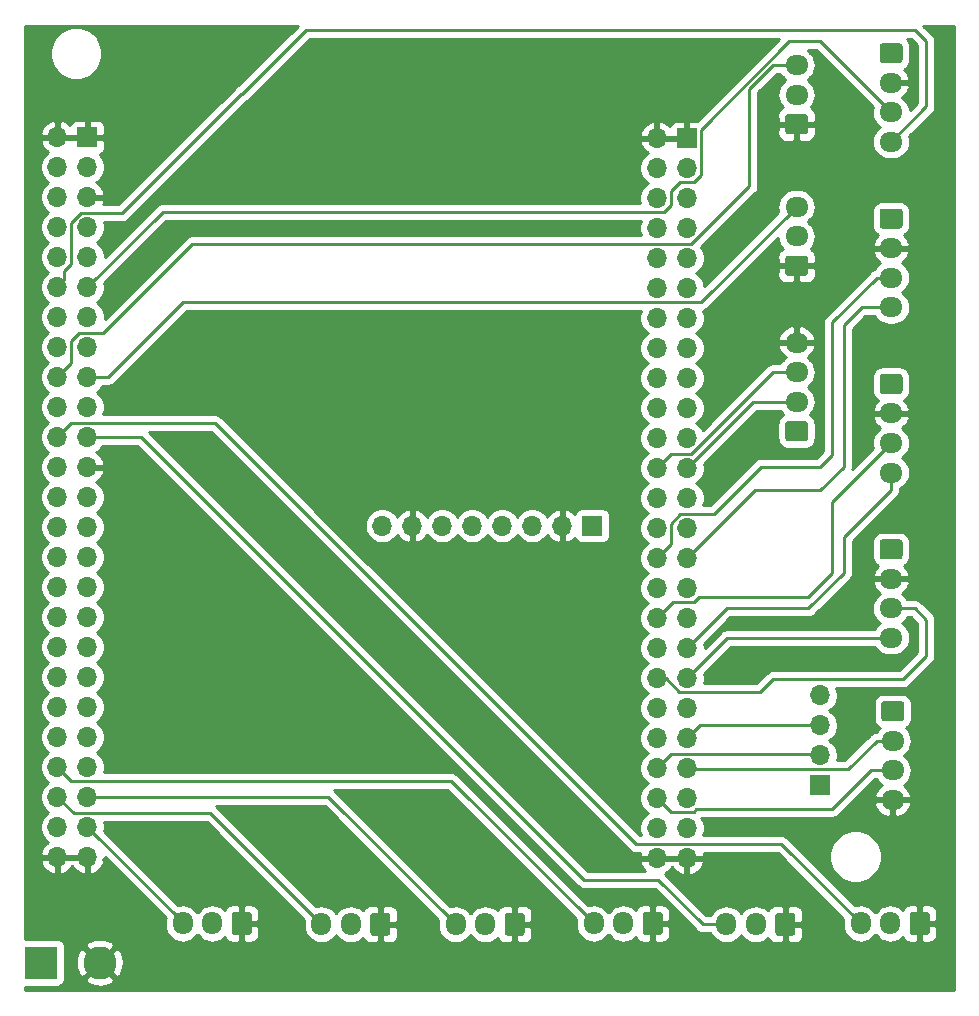
<source format=gbr>
%TF.GenerationSoftware,KiCad,Pcbnew,(5.1.10)-1*%
%TF.CreationDate,2022-05-23T20:20:45+03:00*%
%TF.ProjectId,SAUK-Y v1 STM32F4 Disc,5341554b-2d59-4207-9631-2053544d3332,rev?*%
%TF.SameCoordinates,Original*%
%TF.FileFunction,Copper,L1,Top*%
%TF.FilePolarity,Positive*%
%FSLAX46Y46*%
G04 Gerber Fmt 4.6, Leading zero omitted, Abs format (unit mm)*
G04 Created by KiCad (PCBNEW (5.1.10)-1) date 2022-05-23 20:20:45*
%MOMM*%
%LPD*%
G01*
G04 APERTURE LIST*
%TA.AperFunction,ComponentPad*%
%ADD10O,1.950000X1.700000*%
%TD*%
%TA.AperFunction,ComponentPad*%
%ADD11O,1.700000X1.950000*%
%TD*%
%TA.AperFunction,ComponentPad*%
%ADD12C,2.800000*%
%TD*%
%TA.AperFunction,ComponentPad*%
%ADD13R,2.800000X2.800000*%
%TD*%
%TA.AperFunction,ComponentPad*%
%ADD14O,1.700000X1.700000*%
%TD*%
%TA.AperFunction,ComponentPad*%
%ADD15R,1.700000X1.700000*%
%TD*%
%TA.AperFunction,ViaPad*%
%ADD16C,0.800000*%
%TD*%
%TA.AperFunction,Conductor*%
%ADD17C,0.250000*%
%TD*%
%TA.AperFunction,Conductor*%
%ADD18C,0.254000*%
%TD*%
%TA.AperFunction,Conductor*%
%ADD19C,0.100000*%
%TD*%
G04 APERTURE END LIST*
%TO.P,OP_MOT_2,1*%
%TO.N,GND_GDK_giris*%
%TA.AperFunction,ComponentPad*%
G36*
G01*
X239725000Y-83850000D02*
X238275000Y-83850000D01*
G75*
G02*
X238025000Y-83600000I0J250000D01*
G01*
X238025000Y-82400000D01*
G75*
G02*
X238275000Y-82150000I250000J0D01*
G01*
X239725000Y-82150000D01*
G75*
G02*
X239975000Y-82400000I0J-250000D01*
G01*
X239975000Y-83600000D01*
G75*
G02*
X239725000Y-83850000I-250000J0D01*
G01*
G37*
%TD.AperFunction*%
D10*
%TO.P,OP_MOT_2,2*%
%TO.N,+5V_GDK_giris*%
X239000000Y-80500000D03*
%TO.P,OP_MOT_2,3*%
%TO.N,TIM3_CH2*%
X239000000Y-78000000D03*
%TD*%
D11*
%TO.P,L_B1,3*%
%TO.N,TIM4_CH4*%
X187024000Y-138684000D03*
%TO.P,L_B1,2*%
%TO.N,+5V_GDK_giris*%
X189524000Y-138684000D03*
%TO.P,L_B1,1*%
%TO.N,GND_GDK_giris*%
%TA.AperFunction,ComponentPad*%
G36*
G01*
X192874000Y-137959000D02*
X192874000Y-139409000D01*
G75*
G02*
X192624000Y-139659000I-250000J0D01*
G01*
X191424000Y-139659000D01*
G75*
G02*
X191174000Y-139409000I0J250000D01*
G01*
X191174000Y-137959000D01*
G75*
G02*
X191424000Y-137709000I250000J0D01*
G01*
X192624000Y-137709000D01*
G75*
G02*
X192874000Y-137959000I0J-250000D01*
G01*
G37*
%TD.AperFunction*%
%TD*%
%TO.P,A02YYUW-4,1*%
%TO.N,+5V_GDK_giris*%
%TA.AperFunction,ComponentPad*%
G36*
G01*
X246275000Y-92150000D02*
X247725000Y-92150000D01*
G75*
G02*
X247975000Y-92400000I0J-250000D01*
G01*
X247975000Y-93600000D01*
G75*
G02*
X247725000Y-93850000I-250000J0D01*
G01*
X246275000Y-93850000D01*
G75*
G02*
X246025000Y-93600000I0J250000D01*
G01*
X246025000Y-92400000D01*
G75*
G02*
X246275000Y-92150000I250000J0D01*
G01*
G37*
%TD.AperFunction*%
D10*
%TO.P,A02YYUW-4,2*%
%TO.N,GND_GDK_giris*%
X247000000Y-95500000D03*
%TO.P,A02YYUW-4,3*%
%TO.N,UART5_RX*%
X247000000Y-98000000D03*
%TO.P,A02YYUW-4,4*%
%TO.N,UART5_TX*%
X247000000Y-100500000D03*
%TD*%
D12*
%TO.P,PWR1,2*%
%TO.N,GND_GDK_giris*%
X180000000Y-142000000D03*
D13*
%TO.P,PWR1,1*%
%TO.N,+5V_GDK_giris*%
X175000000Y-142000000D03*
%TD*%
D14*
%TO.P,D-SAG1,50*%
%TO.N,GND_GDK_giris*%
X227184000Y-133146000D03*
%TO.P,D-SAG1,49*%
X229724000Y-133146000D03*
%TO.P,D-SAG1,48*%
%TO.N,Net-(D-SAG1-Pad48)*%
X227184000Y-130606000D03*
%TO.P,D-SAG1,47*%
%TO.N,Net-(D-SAG1-Pad47)*%
X229724000Y-130606000D03*
%TO.P,D-SAG1,46*%
%TO.N,I2C3_SDA*%
X227184000Y-128066000D03*
%TO.P,D-SAG1,45*%
%TO.N,Net-(D-SAG1-Pad45)*%
X229724000Y-128066000D03*
%TO.P,D-SAG1,44*%
%TO.N,USART1_TX*%
X227184000Y-125526000D03*
%TO.P,D-SAG1,43*%
%TO.N,I2C3_SCL*%
X229724000Y-125526000D03*
%TO.P,D-SAG1,42*%
%TO.N,Net-(D-SAG1-Pad42)*%
X227184000Y-122986000D03*
%TO.P,D-SAG1,41*%
%TO.N,USART1_RX*%
X229724000Y-122986000D03*
%TO.P,D-SAG1,40*%
%TO.N,Net-(D-SAG1-Pad40)*%
X227184000Y-120446000D03*
%TO.P,D-SAG1,39*%
%TO.N,Net-(D-SAG1-Pad39)*%
X229724000Y-120446000D03*
%TO.P,D-SAG1,38*%
%TO.N,USART3_RX*%
X227184000Y-117906000D03*
%TO.P,D-SAG1,37*%
%TO.N,USART3_TX*%
X229724000Y-117906000D03*
%TO.P,D-SAG1,36*%
%TO.N,Net-(D-SAG1-Pad36)*%
X227184000Y-115366000D03*
%TO.P,D-SAG1,35*%
%TO.N,UART5_TX*%
X229724000Y-115366000D03*
%TO.P,D-SAG1,34*%
%TO.N,UART5_RX*%
X227184000Y-112826000D03*
%TO.P,D-SAG1,33*%
%TO.N,Net-(D-SAG1-Pad33)*%
X229724000Y-112826000D03*
%TO.P,D-SAG1,32*%
%TO.N,Net-(D-SAG1-Pad32)*%
X227184000Y-110286000D03*
%TO.P,D-SAG1,31*%
%TO.N,Net-(D-SAG1-Pad31)*%
X229724000Y-110286000D03*
%TO.P,D-SAG1,30*%
%TO.N,USART2_RX*%
X227184000Y-107746000D03*
%TO.P,D-SAG1,29*%
%TO.N,USART2_TX*%
X229724000Y-107746000D03*
%TO.P,D-SAG1,28*%
%TO.N,Net-(D-SAG1-Pad28)*%
X227184000Y-105206000D03*
%TO.P,D-SAG1,27*%
%TO.N,Net-(D-SAG1-Pad27)*%
X229724000Y-105206000D03*
%TO.P,D-SAG1,26*%
%TO.N,Net-(D-SAG1-Pad26)*%
X227184000Y-102666000D03*
%TO.P,D-SAG1,25*%
%TO.N,Net-(D-SAG1-Pad25)*%
X229724000Y-102666000D03*
%TO.P,D-SAG1,24*%
%TO.N,I2C1_SDA*%
X227184000Y-100126000D03*
%TO.P,D-SAG1,23*%
%TO.N,I2C1_SCL*%
X229724000Y-100126000D03*
%TO.P,D-SAG1,22*%
%TO.N,Net-(D-SAG1-Pad22)*%
X227184000Y-97586000D03*
%TO.P,D-SAG1,21*%
%TO.N,Net-(D-SAG1-Pad21)*%
X229724000Y-97586000D03*
%TO.P,D-SAG1,20*%
%TO.N,Net-(D-SAG1-Pad20)*%
X227184000Y-95046000D03*
%TO.P,D-SAG1,19*%
%TO.N,Net-(D-SAG1-Pad19)*%
X229724000Y-95046000D03*
%TO.P,D-SAG1,18*%
%TO.N,Net-(D-SAG1-Pad18)*%
X227184000Y-92506000D03*
%TO.P,D-SAG1,17*%
%TO.N,Net-(D-SAG1-Pad17)*%
X229724000Y-92506000D03*
%TO.P,D-SAG1,16*%
%TO.N,Net-(D-SAG1-Pad16)*%
X227184000Y-89966000D03*
%TO.P,D-SAG1,15*%
%TO.N,Net-(D-SAG1-Pad15)*%
X229724000Y-89966000D03*
%TO.P,D-SAG1,14*%
%TO.N,Net-(D-SAG1-Pad14)*%
X227184000Y-87426000D03*
%TO.P,D-SAG1,13*%
%TO.N,Net-(D-SAG1-Pad13)*%
X229724000Y-87426000D03*
%TO.P,D-SAG1,12*%
%TO.N,Net-(D-SAG1-Pad12)*%
X227184000Y-84886000D03*
%TO.P,D-SAG1,11*%
%TO.N,Net-(D-SAG1-Pad11)*%
X229724000Y-84886000D03*
%TO.P,D-SAG1,10*%
%TO.N,Net-(D-SAG1-Pad10)*%
X227184000Y-82346000D03*
%TO.P,D-SAG1,9*%
%TO.N,Net-(D-SAG1-Pad9)*%
X229724000Y-82346000D03*
%TO.P,D-SAG1,8*%
%TO.N,Net-(D-SAG1-Pad8)*%
X227184000Y-79806000D03*
%TO.P,D-SAG1,7*%
%TO.N,Net-(D-SAG1-Pad7)*%
X229724000Y-79806000D03*
%TO.P,D-SAG1,6*%
%TO.N,+3V0*%
X227184000Y-77266000D03*
%TO.P,D-SAG1,5*%
X229724000Y-77266000D03*
%TO.P,D-SAG1,4*%
%TO.N,+5V_GDK_giris*%
X227184000Y-74726000D03*
%TO.P,D-SAG1,3*%
X229724000Y-74726000D03*
%TO.P,D-SAG1,2*%
%TO.N,GND_GDK_giris*%
X227184000Y-72186000D03*
D15*
%TO.P,D-SAG1,1*%
X229724000Y-72186000D03*
%TD*%
D14*
%TO.P,D-SOL1,50*%
%TO.N,GND_GDK_giris*%
X176424000Y-133066000D03*
%TO.P,D-SOL1,49*%
X178964000Y-133066000D03*
%TO.P,D-SOL1,48*%
%TO.N,Net-(D-SOL1-Pad48)*%
X176424000Y-130526000D03*
%TO.P,D-SOL1,47*%
%TO.N,TIM4_CH4*%
X178964000Y-130526000D03*
%TO.P,D-SOL1,46*%
%TO.N,TIM4_CH3*%
X176424000Y-127986000D03*
%TO.P,D-SOL1,45*%
%TO.N,TIM4_CH2*%
X178964000Y-127986000D03*
%TO.P,D-SOL1,44*%
%TO.N,TIM4_CH1*%
X176424000Y-125446000D03*
%TO.P,D-SOL1,43*%
%TO.N,Net-(D-SOL1-Pad43)*%
X178964000Y-125446000D03*
%TO.P,D-SOL1,42*%
%TO.N,Net-(D-SOL1-Pad42)*%
X176424000Y-122906000D03*
%TO.P,D-SOL1,41*%
%TO.N,Net-(D-SOL1-Pad41)*%
X178964000Y-122906000D03*
%TO.P,D-SOL1,40*%
%TO.N,Net-(D-SOL1-Pad40)*%
X176424000Y-120366000D03*
%TO.P,D-SOL1,39*%
%TO.N,Net-(D-SOL1-Pad39)*%
X178964000Y-120366000D03*
%TO.P,D-SOL1,38*%
%TO.N,Net-(D-SOL1-Pad38)*%
X176424000Y-117826000D03*
%TO.P,D-SOL1,37*%
%TO.N,Net-(D-SOL1-Pad37)*%
X178964000Y-117826000D03*
%TO.P,D-SOL1,36*%
%TO.N,Net-(D-SOL1-Pad36)*%
X176424000Y-115286000D03*
%TO.P,D-SOL1,35*%
%TO.N,I2C2_SDA*%
X178964000Y-115286000D03*
%TO.P,D-SOL1,34*%
%TO.N,I2C2_SCL*%
X176424000Y-112746000D03*
%TO.P,D-SOL1,33*%
%TO.N,Net-(D-SOL1-Pad33)*%
X178964000Y-112746000D03*
%TO.P,D-SOL1,32*%
%TO.N,Net-(D-SOL1-Pad32)*%
X176424000Y-110206000D03*
%TO.P,D-SOL1,31*%
%TO.N,Net-(D-SOL1-Pad31)*%
X178964000Y-110206000D03*
%TO.P,D-SOL1,30*%
%TO.N,Net-(D-SOL1-Pad30)*%
X176424000Y-107666000D03*
%TO.P,D-SOL1,29*%
%TO.N,Net-(D-SOL1-Pad29)*%
X178964000Y-107666000D03*
%TO.P,D-SOL1,28*%
%TO.N,Net-(D-SOL1-Pad28)*%
X176424000Y-105126000D03*
%TO.P,D-SOL1,27*%
%TO.N,Net-(D-SOL1-Pad27)*%
X178964000Y-105126000D03*
%TO.P,D-SOL1,26*%
%TO.N,Net-(D-SOL1-Pad26)*%
X176424000Y-102586000D03*
%TO.P,D-SOL1,25*%
%TO.N,Net-(D-SOL1-Pad25)*%
X178964000Y-102586000D03*
%TO.P,D-SOL1,24*%
%TO.N,Net-(D-SOL1-Pad24)*%
X176424000Y-100046000D03*
%TO.P,D-SOL1,23*%
%TO.N,GND_GDK_giris*%
X178964000Y-100046000D03*
%TO.P,D-SOL1,22*%
%TO.N,TIM3_CH3*%
X176424000Y-97506000D03*
%TO.P,D-SOL1,21*%
%TO.N,TIM3_CH4*%
X178964000Y-97506000D03*
%TO.P,D-SOL1,20*%
%TO.N,Net-(D-SOL1-Pad20)*%
X176424000Y-94966000D03*
%TO.P,D-SOL1,19*%
%TO.N,Net-(D-SOL1-Pad19)*%
X178964000Y-94966000D03*
%TO.P,D-SOL1,18*%
%TO.N,TIM3_CH1*%
X176424000Y-92426000D03*
%TO.P,D-SOL1,17*%
%TO.N,TIM3_CH2*%
X178964000Y-92426000D03*
%TO.P,D-SOL1,16*%
%TO.N,Net-(D-SOL1-Pad16)*%
X176424000Y-89886000D03*
%TO.P,D-SOL1,15*%
%TO.N,Net-(D-SOL1-Pad15)*%
X178964000Y-89886000D03*
%TO.P,D-SOL1,14*%
%TO.N,Net-(D-SOL1-Pad14)*%
X176424000Y-87346000D03*
%TO.P,D-SOL1,13*%
%TO.N,Net-(D-SOL1-Pad13)*%
X178964000Y-87346000D03*
%TO.P,D-SOL1,12*%
%TO.N,UART4_TX*%
X176424000Y-84806000D03*
%TO.P,D-SOL1,11*%
%TO.N,UART4_RX*%
X178964000Y-84806000D03*
%TO.P,D-SOL1,10*%
%TO.N,Net-(D-SOL1-Pad10)*%
X176424000Y-82266000D03*
%TO.P,D-SOL1,9*%
%TO.N,Net-(D-SOL1-Pad9)*%
X178964000Y-82266000D03*
%TO.P,D-SOL1,8*%
%TO.N,Net-(D-SOL1-Pad8)*%
X176424000Y-79726000D03*
%TO.P,D-SOL1,7*%
%TO.N,Net-(D-SOL1-Pad7)*%
X178964000Y-79726000D03*
%TO.P,D-SOL1,6*%
%TO.N,Net-(D-SOL1-Pad6)*%
X176424000Y-77186000D03*
%TO.P,D-SOL1,5*%
%TO.N,GND_GDK_giris*%
X178964000Y-77186000D03*
%TO.P,D-SOL1,4*%
%TO.N,Net-(D-SOL1-Pad4)*%
X176424000Y-74646000D03*
%TO.P,D-SOL1,3*%
%TO.N,Net-(D-SOL1-Pad3)*%
X178964000Y-74646000D03*
%TO.P,D-SOL1,2*%
%TO.N,GND_GDK_giris*%
X176424000Y-72106000D03*
D15*
%TO.P,D-SOL1,1*%
X178964000Y-72106000D03*
%TD*%
D10*
%TO.P,M300,4*%
%TO.N,GND_GDK_giris*%
X247142000Y-128214000D03*
%TO.P,M300,3*%
%TO.N,I2C3_SDA*%
X247142000Y-125714000D03*
%TO.P,M300,2*%
%TO.N,I2C3_SCL*%
X247142000Y-123214000D03*
%TO.P,M300,1*%
%TO.N,+5V_GDK_giris*%
%TA.AperFunction,ComponentPad*%
G36*
G01*
X246417000Y-119864000D02*
X247867000Y-119864000D01*
G75*
G02*
X248117000Y-120114000I0J-250000D01*
G01*
X248117000Y-121314000D01*
G75*
G02*
X247867000Y-121564000I-250000J0D01*
G01*
X246417000Y-121564000D01*
G75*
G02*
X246167000Y-121314000I0J250000D01*
G01*
X246167000Y-120114000D01*
G75*
G02*
X246417000Y-119864000I250000J0D01*
G01*
G37*
%TD.AperFunction*%
%TD*%
%TO.P,A02YYUW-3,4*%
%TO.N,UART4_TX*%
X247000000Y-72500000D03*
%TO.P,A02YYUW-3,3*%
%TO.N,UART4_RX*%
X247000000Y-70000000D03*
%TO.P,A02YYUW-3,2*%
%TO.N,GND_GDK_giris*%
X247000000Y-67500000D03*
%TO.P,A02YYUW-3,1*%
%TO.N,+5V_GDK_giris*%
%TA.AperFunction,ComponentPad*%
G36*
G01*
X246275000Y-64150000D02*
X247725000Y-64150000D01*
G75*
G02*
X247975000Y-64400000I0J-250000D01*
G01*
X247975000Y-65600000D01*
G75*
G02*
X247725000Y-65850000I-250000J0D01*
G01*
X246275000Y-65850000D01*
G75*
G02*
X246025000Y-65600000I0J250000D01*
G01*
X246025000Y-64400000D01*
G75*
G02*
X246275000Y-64150000I250000J0D01*
G01*
G37*
%TD.AperFunction*%
%TD*%
D11*
%TO.P,L_V1,3*%
%TO.N,TIM4_CH3*%
X198766000Y-138754000D03*
%TO.P,L_V1,2*%
%TO.N,+5V_GDK_giris*%
X201266000Y-138754000D03*
%TO.P,L_V1,1*%
%TO.N,GND_GDK_giris*%
%TA.AperFunction,ComponentPad*%
G36*
G01*
X204616000Y-138029000D02*
X204616000Y-139479000D01*
G75*
G02*
X204366000Y-139729000I-250000J0D01*
G01*
X203166000Y-139729000D01*
G75*
G02*
X202916000Y-139479000I0J250000D01*
G01*
X202916000Y-138029000D01*
G75*
G02*
X203166000Y-137779000I250000J0D01*
G01*
X204366000Y-137779000D01*
G75*
G02*
X204616000Y-138029000I0J-250000D01*
G01*
G37*
%TD.AperFunction*%
%TD*%
D10*
%TO.P,A02YYUW-2,4*%
%TO.N,USART3_TX*%
X247000000Y-114500000D03*
%TO.P,A02YYUW-2,3*%
%TO.N,USART3_RX*%
X247000000Y-112000000D03*
%TO.P,A02YYUW-2,2*%
%TO.N,GND_GDK_giris*%
X247000000Y-109500000D03*
%TO.P,A02YYUW-2,1*%
%TO.N,+5V_GDK_giris*%
%TA.AperFunction,ComponentPad*%
G36*
G01*
X246275000Y-106150000D02*
X247725000Y-106150000D01*
G75*
G02*
X247975000Y-106400000I0J-250000D01*
G01*
X247975000Y-107600000D01*
G75*
G02*
X247725000Y-107850000I-250000J0D01*
G01*
X246275000Y-107850000D01*
G75*
G02*
X246025000Y-107600000I0J250000D01*
G01*
X246025000Y-106400000D01*
G75*
G02*
X246275000Y-106150000I250000J0D01*
G01*
G37*
%TD.AperFunction*%
%TD*%
%TO.P,A02YYUW-1,4*%
%TO.N,USART2_TX*%
X247000000Y-86500000D03*
%TO.P,A02YYUW-1,3*%
%TO.N,USART2_RX*%
X247000000Y-84000000D03*
%TO.P,A02YYUW-1,2*%
%TO.N,GND_GDK_giris*%
X247000000Y-81500000D03*
%TO.P,A02YYUW-1,1*%
%TO.N,+5V_GDK_giris*%
%TA.AperFunction,ComponentPad*%
G36*
G01*
X246275000Y-78150000D02*
X247725000Y-78150000D01*
G75*
G02*
X247975000Y-78400000I0J-250000D01*
G01*
X247975000Y-79600000D01*
G75*
G02*
X247725000Y-79850000I-250000J0D01*
G01*
X246275000Y-79850000D01*
G75*
G02*
X246025000Y-79600000I0J250000D01*
G01*
X246025000Y-78400000D01*
G75*
G02*
X246275000Y-78150000I250000J0D01*
G01*
G37*
%TD.AperFunction*%
%TD*%
D11*
%TO.P,L_F1,3*%
%TO.N,TIM4_CH2*%
X210138000Y-138754000D03*
%TO.P,L_F1,2*%
%TO.N,+5V_GDK_giris*%
X212638000Y-138754000D03*
%TO.P,L_F1,1*%
%TO.N,GND_GDK_giris*%
%TA.AperFunction,ComponentPad*%
G36*
G01*
X215988000Y-138029000D02*
X215988000Y-139479000D01*
G75*
G02*
X215738000Y-139729000I-250000J0D01*
G01*
X214538000Y-139729000D01*
G75*
G02*
X214288000Y-139479000I0J250000D01*
G01*
X214288000Y-138029000D01*
G75*
G02*
X214538000Y-137779000I250000J0D01*
G01*
X215738000Y-137779000D01*
G75*
G02*
X215988000Y-138029000I0J-250000D01*
G01*
G37*
%TD.AperFunction*%
%TD*%
%TO.P,R_F1,3*%
%TO.N,TIM4_CH1*%
X221822000Y-138684000D03*
%TO.P,R_F1,2*%
%TO.N,+5V_GDK_giris*%
X224322000Y-138684000D03*
%TO.P,R_F1,1*%
%TO.N,GND_GDK_giris*%
%TA.AperFunction,ComponentPad*%
G36*
G01*
X227672000Y-137959000D02*
X227672000Y-139409000D01*
G75*
G02*
X227422000Y-139659000I-250000J0D01*
G01*
X226222000Y-139659000D01*
G75*
G02*
X225972000Y-139409000I0J250000D01*
G01*
X225972000Y-137959000D01*
G75*
G02*
X226222000Y-137709000I250000J0D01*
G01*
X227422000Y-137709000D01*
G75*
G02*
X227672000Y-137959000I0J-250000D01*
G01*
G37*
%TD.AperFunction*%
%TD*%
%TO.P,R_V1,3*%
%TO.N,TIM3_CH4*%
X233056000Y-138754000D03*
%TO.P,R_V1,2*%
%TO.N,+5V_GDK_giris*%
X235556000Y-138754000D03*
%TO.P,R_V1,1*%
%TO.N,GND_GDK_giris*%
%TA.AperFunction,ComponentPad*%
G36*
G01*
X238906000Y-138029000D02*
X238906000Y-139479000D01*
G75*
G02*
X238656000Y-139729000I-250000J0D01*
G01*
X237456000Y-139729000D01*
G75*
G02*
X237206000Y-139479000I0J250000D01*
G01*
X237206000Y-138029000D01*
G75*
G02*
X237456000Y-137779000I250000J0D01*
G01*
X238656000Y-137779000D01*
G75*
G02*
X238906000Y-138029000I0J-250000D01*
G01*
G37*
%TD.AperFunction*%
%TD*%
%TO.P,R_B1,3*%
%TO.N,TIM3_CH3*%
X244428000Y-138684000D03*
%TO.P,R_B1,2*%
%TO.N,+5V_GDK_giris*%
X246928000Y-138684000D03*
%TO.P,R_B1,1*%
%TO.N,GND_GDK_giris*%
%TA.AperFunction,ComponentPad*%
G36*
G01*
X250278000Y-137959000D02*
X250278000Y-139409000D01*
G75*
G02*
X250028000Y-139659000I-250000J0D01*
G01*
X248828000Y-139659000D01*
G75*
G02*
X248578000Y-139409000I0J250000D01*
G01*
X248578000Y-137959000D01*
G75*
G02*
X248828000Y-137709000I250000J0D01*
G01*
X250028000Y-137709000D01*
G75*
G02*
X250278000Y-137959000I0J-250000D01*
G01*
G37*
%TD.AperFunction*%
%TD*%
%TO.P,OPS-I2C1,1*%
%TO.N,+5V_GDK_giris*%
%TA.AperFunction,ComponentPad*%
G36*
G01*
X239725000Y-97850000D02*
X238275000Y-97850000D01*
G75*
G02*
X238025000Y-97600000I0J250000D01*
G01*
X238025000Y-96400000D01*
G75*
G02*
X238275000Y-96150000I250000J0D01*
G01*
X239725000Y-96150000D01*
G75*
G02*
X239975000Y-96400000I0J-250000D01*
G01*
X239975000Y-97600000D01*
G75*
G02*
X239725000Y-97850000I-250000J0D01*
G01*
G37*
%TD.AperFunction*%
D10*
%TO.P,OPS-I2C1,2*%
%TO.N,I2C1_SCL*%
X239000000Y-94500000D03*
%TO.P,OPS-I2C1,3*%
%TO.N,I2C1_SDA*%
X239000000Y-92000000D03*
%TO.P,OPS-I2C1,4*%
%TO.N,GND_GDK_giris*%
X239000000Y-89500000D03*
%TD*%
%TO.P,OP_MOT_1,3*%
%TO.N,TIM3_CH1*%
X239000000Y-66000000D03*
%TO.P,OP_MOT_1,2*%
%TO.N,+5V_GDK_giris*%
X239000000Y-68500000D03*
%TO.P,OP_MOT_1,1*%
%TO.N,GND_GDK_giris*%
%TA.AperFunction,ComponentPad*%
G36*
G01*
X239725000Y-71850000D02*
X238275000Y-71850000D01*
G75*
G02*
X238025000Y-71600000I0J250000D01*
G01*
X238025000Y-70400000D01*
G75*
G02*
X238275000Y-70150000I250000J0D01*
G01*
X239725000Y-70150000D01*
G75*
G02*
X239975000Y-70400000I0J-250000D01*
G01*
X239975000Y-71600000D01*
G75*
G02*
X239725000Y-71850000I-250000J0D01*
G01*
G37*
%TD.AperFunction*%
%TD*%
D15*
%TO.P,TTL1,1*%
%TO.N,Net-(TTL1-Pad1)*%
X241000000Y-127000000D03*
D14*
%TO.P,TTL1,2*%
%TO.N,USART1_TX*%
X241000000Y-124460000D03*
%TO.P,TTL1,3*%
%TO.N,USART1_RX*%
X241000000Y-121920000D03*
%TO.P,TTL1,4*%
%TO.N,Net-(TTL1-Pad4)*%
X241000000Y-119380000D03*
%TD*%
D15*
%TO.P,MPU1,1*%
%TO.N,+5V_GDK_giris*%
X221700000Y-105000000D03*
D14*
%TO.P,MPU1,2*%
%TO.N,GND_GDK_giris*%
X219160000Y-105000000D03*
%TO.P,MPU1,3*%
%TO.N,I2C2_SCL*%
X216620000Y-105000000D03*
%TO.P,MPU1,4*%
%TO.N,I2C2_SDA*%
X214080000Y-105000000D03*
%TO.P,MPU1,5*%
X211540000Y-105000000D03*
%TO.P,MPU1,6*%
%TO.N,I2C2_SCL*%
X209000000Y-105000000D03*
%TO.P,MPU1,7*%
%TO.N,GND_GDK_giris*%
X206460000Y-105000000D03*
%TO.P,MPU1,8*%
%TO.N,+5V_GDK_giris*%
X203920000Y-105000000D03*
%TD*%
D16*
%TO.N,GND_GDK_giris*%
X190000000Y-80000000D03*
X190000000Y-90000000D03*
X190000000Y-100000000D03*
X200000000Y-110000000D03*
X190000000Y-110000000D03*
X200000000Y-100000000D03*
X200000000Y-90000000D03*
X200000000Y-80000000D03*
X210000000Y-80000000D03*
X210000000Y-90000000D03*
X238000000Y-116000000D03*
%TD*%
D17*
%TO.N,I2C1_SDA*%
X230049001Y-98950999D02*
X228359001Y-98950999D01*
X228359001Y-98950999D02*
X227184000Y-100126000D01*
X237000000Y-92000000D02*
X230049001Y-98950999D01*
X239000000Y-92000000D02*
X237000000Y-92000000D01*
%TO.N,I2C1_SCL*%
X235350000Y-94500000D02*
X229724000Y-100126000D01*
X239000000Y-94500000D02*
X235350000Y-94500000D01*
%TO.N,I2C3_SDA*%
X247142000Y-125714000D02*
X245286000Y-125714000D01*
X245286000Y-125714000D02*
X242000000Y-129000000D01*
X228359001Y-129241001D02*
X227184000Y-128066000D01*
X230288001Y-129241001D02*
X228359001Y-129241001D01*
X230529002Y-129000000D02*
X230288001Y-129241001D01*
X242000000Y-129000000D02*
X230529002Y-129000000D01*
%TO.N,I2C3_SCL*%
X247142000Y-123214000D02*
X245786000Y-123214000D01*
X229833001Y-125635001D02*
X229724000Y-125526000D01*
X243364999Y-125635001D02*
X229833001Y-125635001D01*
X245786000Y-123214000D02*
X243364999Y-125635001D01*
%TO.N,TIM3_CH1*%
X239000000Y-66000000D02*
X237000000Y-66000000D01*
X237000000Y-66000000D02*
X235000000Y-68000000D01*
X230098003Y-81170999D02*
X187829001Y-81170999D01*
X235000000Y-76269002D02*
X230098003Y-81170999D01*
X235000000Y-68000000D02*
X235000000Y-76269002D01*
X177599001Y-91250999D02*
X176424000Y-92426000D01*
X177599001Y-89400999D02*
X177599001Y-91250999D01*
X178289001Y-88710999D02*
X177599001Y-89400999D01*
X180289001Y-88710999D02*
X178289001Y-88710999D01*
X187829001Y-81170999D02*
X180289001Y-88710999D01*
%TO.N,TIM3_CH2*%
X230938999Y-86061001D02*
X187061001Y-86061001D01*
X239000000Y-78000000D02*
X230938999Y-86061001D01*
X180696002Y-92426000D02*
X178964000Y-92426000D01*
X187061001Y-86061001D02*
X180696002Y-92426000D01*
%TO.N,TIM3_CH3*%
X237714999Y-131970999D02*
X244428000Y-138684000D01*
X225397999Y-131970999D02*
X237714999Y-131970999D01*
X189757999Y-96330999D02*
X225397999Y-131970999D01*
X177599001Y-96330999D02*
X189757999Y-96330999D01*
X176424000Y-97506000D02*
X177599001Y-96330999D01*
%TO.N,TIM3_CH4*%
X221000000Y-135000000D02*
X183506000Y-97506000D01*
X227298998Y-135000000D02*
X221000000Y-135000000D01*
X231052998Y-138754000D02*
X227298998Y-135000000D01*
X183506000Y-97506000D02*
X178964000Y-97506000D01*
X233056000Y-138754000D02*
X231052998Y-138754000D01*
%TO.N,USART2_TX*%
X241000000Y-102000000D02*
X235470000Y-102000000D01*
X243000000Y-100000000D02*
X241000000Y-102000000D01*
X235470000Y-102000000D02*
X229724000Y-107746000D01*
X243000000Y-88000000D02*
X243000000Y-100000000D01*
X244500000Y-86500000D02*
X243000000Y-88000000D01*
X247000000Y-86500000D02*
X244500000Y-86500000D01*
%TO.N,USART2_RX*%
X245775000Y-84000000D02*
X242000000Y-87775000D01*
X247000000Y-84000000D02*
X245775000Y-84000000D01*
X242000000Y-87775000D02*
X242000000Y-99000000D01*
X242000000Y-99000000D02*
X241000000Y-100000000D01*
X241000000Y-100000000D02*
X236000000Y-100000000D01*
X228359001Y-106570999D02*
X227184000Y-107746000D01*
X228359001Y-104831997D02*
X228359001Y-106570999D01*
X229159999Y-104030999D02*
X228359001Y-104831997D01*
X231969001Y-104030999D02*
X229159999Y-104030999D01*
X236000000Y-100000000D02*
X231969001Y-104030999D01*
%TO.N,USART3_TX*%
X233130000Y-114500000D02*
X229724000Y-117906000D01*
X247000000Y-114500000D02*
X233130000Y-114500000D01*
%TO.N,USART3_RX*%
X227906000Y-117906000D02*
X227184000Y-117906000D01*
X229081001Y-119081001D02*
X227906000Y-117906000D01*
X235918999Y-119081001D02*
X229081001Y-119081001D01*
X237000000Y-118000000D02*
X235918999Y-119081001D01*
X248000000Y-118000000D02*
X237000000Y-118000000D01*
X250000000Y-116000000D02*
X248000000Y-118000000D01*
X250000000Y-113000000D02*
X250000000Y-116000000D01*
X249000000Y-112000000D02*
X250000000Y-113000000D01*
X247000000Y-112000000D02*
X249000000Y-112000000D01*
%TO.N,UART4_TX*%
X177599001Y-79400999D02*
X177599001Y-82830001D01*
X178449001Y-78550999D02*
X177599001Y-79400999D01*
X177599001Y-82830001D02*
X177000000Y-83429002D01*
X177000000Y-83429002D02*
X177000000Y-84230000D01*
X177000000Y-84230000D02*
X176424000Y-84806000D01*
X250000000Y-64000000D02*
X249000000Y-63000000D01*
X250000000Y-69500000D02*
X250000000Y-64000000D01*
X247000000Y-72500000D02*
X250000000Y-69500000D01*
X181878003Y-78550999D02*
X178449001Y-78550999D01*
X192000000Y-68429002D02*
X181878003Y-78550999D01*
X249000000Y-63000000D02*
X197500000Y-63000000D01*
X192070998Y-68429002D02*
X197500000Y-63000000D01*
X192000000Y-68429002D02*
X192070998Y-68429002D01*
%TO.N,UART4_RX*%
X185328999Y-78441001D02*
X178964000Y-84806000D01*
X228359001Y-77830001D02*
X227748001Y-78441001D01*
X228359001Y-76701999D02*
X228359001Y-77830001D01*
X229159999Y-75901001D02*
X228359001Y-76701999D01*
X230288001Y-75901001D02*
X229159999Y-75901001D01*
X230899001Y-75290001D02*
X230288001Y-75901001D01*
X230899001Y-71464589D02*
X230899001Y-75290001D01*
X238363590Y-64000000D02*
X230899001Y-71464589D01*
X227748001Y-78441001D02*
X185328999Y-78441001D01*
X241000000Y-64000000D02*
X238363590Y-64000000D01*
X247000000Y-70000000D02*
X241000000Y-64000000D01*
%TO.N,UART5_RX*%
X228548999Y-111461001D02*
X227184000Y-112826000D01*
X230288001Y-111461001D02*
X228548999Y-111461001D01*
X230749002Y-111000000D02*
X230288001Y-111461001D01*
X242000000Y-109000000D02*
X240000000Y-111000000D01*
X240000000Y-111000000D02*
X230749002Y-111000000D01*
X242000000Y-103000000D02*
X242000000Y-109000000D01*
X247000000Y-98000000D02*
X242000000Y-103000000D01*
%TO.N,UART5_TX*%
X233090000Y-112000000D02*
X229724000Y-115366000D01*
X240000000Y-112000000D02*
X233090000Y-112000000D01*
X243000000Y-109000000D02*
X240000000Y-112000000D01*
X243000000Y-106000000D02*
X243000000Y-109000000D01*
X247000000Y-102000000D02*
X243000000Y-106000000D01*
X247000000Y-100500000D02*
X247000000Y-102000000D01*
%TO.N,USART1_TX*%
X228359001Y-124350999D02*
X227184000Y-125526000D01*
X240890999Y-124350999D02*
X228359001Y-124350999D01*
X241000000Y-124460000D02*
X240890999Y-124350999D01*
%TO.N,USART1_RX*%
X230790000Y-121920000D02*
X229724000Y-122986000D01*
X241000000Y-121920000D02*
X230790000Y-121920000D01*
%TO.N,TIM4_CH4*%
X187024000Y-138586000D02*
X187024000Y-138684000D01*
X178964000Y-130526000D02*
X187024000Y-138586000D01*
%TO.N,TIM4_CH3*%
X189362999Y-129350999D02*
X198766000Y-138754000D01*
X177788999Y-129350999D02*
X189362999Y-129350999D01*
X176424000Y-127986000D02*
X177788999Y-129350999D01*
%TO.N,TIM4_CH2*%
X199370000Y-127986000D02*
X210138000Y-138754000D01*
X178964000Y-127986000D02*
X199370000Y-127986000D01*
%TO.N,TIM4_CH1*%
X209759001Y-126621001D02*
X221822000Y-138684000D01*
X177599001Y-126621001D02*
X209759001Y-126621001D01*
X176424000Y-125446000D02*
X177599001Y-126621001D01*
%TD*%
D18*
%TO.N,GND_GDK_giris*%
X191694842Y-67730357D02*
X191575724Y-67794028D01*
X191575722Y-67794029D01*
X191575723Y-67794029D01*
X191488996Y-67865203D01*
X191488992Y-67865207D01*
X191459999Y-67889001D01*
X191436205Y-67917994D01*
X181563202Y-77790999D01*
X180312765Y-77790999D01*
X180360825Y-77690099D01*
X180405476Y-77542890D01*
X180284155Y-77313000D01*
X179091000Y-77313000D01*
X179091000Y-77333000D01*
X178837000Y-77333000D01*
X178837000Y-77313000D01*
X178817000Y-77313000D01*
X178817000Y-77059000D01*
X178837000Y-77059000D01*
X178837000Y-77039000D01*
X179091000Y-77039000D01*
X179091000Y-77059000D01*
X180284155Y-77059000D01*
X180405476Y-76829110D01*
X180360825Y-76681901D01*
X180235641Y-76419080D01*
X180061588Y-76185731D01*
X179845355Y-75990822D01*
X179728466Y-75921195D01*
X179910632Y-75799475D01*
X180117475Y-75592632D01*
X180279990Y-75349411D01*
X180391932Y-75079158D01*
X180449000Y-74792260D01*
X180449000Y-74499740D01*
X180391932Y-74212842D01*
X180279990Y-73942589D01*
X180117475Y-73699368D01*
X179985620Y-73567513D01*
X180058180Y-73545502D01*
X180168494Y-73486537D01*
X180265185Y-73407185D01*
X180344537Y-73310494D01*
X180403502Y-73200180D01*
X180439812Y-73080482D01*
X180452072Y-72956000D01*
X180449000Y-72391750D01*
X180290250Y-72233000D01*
X179091000Y-72233000D01*
X179091000Y-72253000D01*
X178837000Y-72253000D01*
X178837000Y-72233000D01*
X176551000Y-72233000D01*
X176551000Y-72253000D01*
X176297000Y-72253000D01*
X176297000Y-72233000D01*
X175103845Y-72233000D01*
X174982524Y-72462890D01*
X175027175Y-72610099D01*
X175152359Y-72872920D01*
X175326412Y-73106269D01*
X175542645Y-73301178D01*
X175659534Y-73370805D01*
X175477368Y-73492525D01*
X175270525Y-73699368D01*
X175108010Y-73942589D01*
X174996068Y-74212842D01*
X174939000Y-74499740D01*
X174939000Y-74792260D01*
X174996068Y-75079158D01*
X175108010Y-75349411D01*
X175270525Y-75592632D01*
X175477368Y-75799475D01*
X175651760Y-75916000D01*
X175477368Y-76032525D01*
X175270525Y-76239368D01*
X175108010Y-76482589D01*
X174996068Y-76752842D01*
X174939000Y-77039740D01*
X174939000Y-77332260D01*
X174996068Y-77619158D01*
X175108010Y-77889411D01*
X175270525Y-78132632D01*
X175477368Y-78339475D01*
X175651760Y-78456000D01*
X175477368Y-78572525D01*
X175270525Y-78779368D01*
X175108010Y-79022589D01*
X174996068Y-79292842D01*
X174939000Y-79579740D01*
X174939000Y-79872260D01*
X174996068Y-80159158D01*
X175108010Y-80429411D01*
X175270525Y-80672632D01*
X175477368Y-80879475D01*
X175651760Y-80996000D01*
X175477368Y-81112525D01*
X175270525Y-81319368D01*
X175108010Y-81562589D01*
X174996068Y-81832842D01*
X174939000Y-82119740D01*
X174939000Y-82412260D01*
X174996068Y-82699158D01*
X175108010Y-82969411D01*
X175270525Y-83212632D01*
X175477368Y-83419475D01*
X175651760Y-83536000D01*
X175477368Y-83652525D01*
X175270525Y-83859368D01*
X175108010Y-84102589D01*
X174996068Y-84372842D01*
X174939000Y-84659740D01*
X174939000Y-84952260D01*
X174996068Y-85239158D01*
X175108010Y-85509411D01*
X175270525Y-85752632D01*
X175477368Y-85959475D01*
X175651760Y-86076000D01*
X175477368Y-86192525D01*
X175270525Y-86399368D01*
X175108010Y-86642589D01*
X174996068Y-86912842D01*
X174939000Y-87199740D01*
X174939000Y-87492260D01*
X174996068Y-87779158D01*
X175108010Y-88049411D01*
X175270525Y-88292632D01*
X175477368Y-88499475D01*
X175651760Y-88616000D01*
X175477368Y-88732525D01*
X175270525Y-88939368D01*
X175108010Y-89182589D01*
X174996068Y-89452842D01*
X174939000Y-89739740D01*
X174939000Y-90032260D01*
X174996068Y-90319158D01*
X175108010Y-90589411D01*
X175270525Y-90832632D01*
X175477368Y-91039475D01*
X175651760Y-91156000D01*
X175477368Y-91272525D01*
X175270525Y-91479368D01*
X175108010Y-91722589D01*
X174996068Y-91992842D01*
X174939000Y-92279740D01*
X174939000Y-92572260D01*
X174996068Y-92859158D01*
X175108010Y-93129411D01*
X175270525Y-93372632D01*
X175477368Y-93579475D01*
X175651760Y-93696000D01*
X175477368Y-93812525D01*
X175270525Y-94019368D01*
X175108010Y-94262589D01*
X174996068Y-94532842D01*
X174939000Y-94819740D01*
X174939000Y-95112260D01*
X174996068Y-95399158D01*
X175108010Y-95669411D01*
X175270525Y-95912632D01*
X175477368Y-96119475D01*
X175651760Y-96236000D01*
X175477368Y-96352525D01*
X175270525Y-96559368D01*
X175108010Y-96802589D01*
X174996068Y-97072842D01*
X174939000Y-97359740D01*
X174939000Y-97652260D01*
X174996068Y-97939158D01*
X175108010Y-98209411D01*
X175270525Y-98452632D01*
X175477368Y-98659475D01*
X175651760Y-98776000D01*
X175477368Y-98892525D01*
X175270525Y-99099368D01*
X175108010Y-99342589D01*
X174996068Y-99612842D01*
X174939000Y-99899740D01*
X174939000Y-100192260D01*
X174996068Y-100479158D01*
X175108010Y-100749411D01*
X175270525Y-100992632D01*
X175477368Y-101199475D01*
X175651760Y-101316000D01*
X175477368Y-101432525D01*
X175270525Y-101639368D01*
X175108010Y-101882589D01*
X174996068Y-102152842D01*
X174939000Y-102439740D01*
X174939000Y-102732260D01*
X174996068Y-103019158D01*
X175108010Y-103289411D01*
X175270525Y-103532632D01*
X175477368Y-103739475D01*
X175651760Y-103856000D01*
X175477368Y-103972525D01*
X175270525Y-104179368D01*
X175108010Y-104422589D01*
X174996068Y-104692842D01*
X174939000Y-104979740D01*
X174939000Y-105272260D01*
X174996068Y-105559158D01*
X175108010Y-105829411D01*
X175270525Y-106072632D01*
X175477368Y-106279475D01*
X175651760Y-106396000D01*
X175477368Y-106512525D01*
X175270525Y-106719368D01*
X175108010Y-106962589D01*
X174996068Y-107232842D01*
X174939000Y-107519740D01*
X174939000Y-107812260D01*
X174996068Y-108099158D01*
X175108010Y-108369411D01*
X175270525Y-108612632D01*
X175477368Y-108819475D01*
X175651760Y-108936000D01*
X175477368Y-109052525D01*
X175270525Y-109259368D01*
X175108010Y-109502589D01*
X174996068Y-109772842D01*
X174939000Y-110059740D01*
X174939000Y-110352260D01*
X174996068Y-110639158D01*
X175108010Y-110909411D01*
X175270525Y-111152632D01*
X175477368Y-111359475D01*
X175651760Y-111476000D01*
X175477368Y-111592525D01*
X175270525Y-111799368D01*
X175108010Y-112042589D01*
X174996068Y-112312842D01*
X174939000Y-112599740D01*
X174939000Y-112892260D01*
X174996068Y-113179158D01*
X175108010Y-113449411D01*
X175270525Y-113692632D01*
X175477368Y-113899475D01*
X175651760Y-114016000D01*
X175477368Y-114132525D01*
X175270525Y-114339368D01*
X175108010Y-114582589D01*
X174996068Y-114852842D01*
X174939000Y-115139740D01*
X174939000Y-115432260D01*
X174996068Y-115719158D01*
X175108010Y-115989411D01*
X175270525Y-116232632D01*
X175477368Y-116439475D01*
X175651760Y-116556000D01*
X175477368Y-116672525D01*
X175270525Y-116879368D01*
X175108010Y-117122589D01*
X174996068Y-117392842D01*
X174939000Y-117679740D01*
X174939000Y-117972260D01*
X174996068Y-118259158D01*
X175108010Y-118529411D01*
X175270525Y-118772632D01*
X175477368Y-118979475D01*
X175651760Y-119096000D01*
X175477368Y-119212525D01*
X175270525Y-119419368D01*
X175108010Y-119662589D01*
X174996068Y-119932842D01*
X174939000Y-120219740D01*
X174939000Y-120512260D01*
X174996068Y-120799158D01*
X175108010Y-121069411D01*
X175270525Y-121312632D01*
X175477368Y-121519475D01*
X175651760Y-121636000D01*
X175477368Y-121752525D01*
X175270525Y-121959368D01*
X175108010Y-122202589D01*
X174996068Y-122472842D01*
X174939000Y-122759740D01*
X174939000Y-123052260D01*
X174996068Y-123339158D01*
X175108010Y-123609411D01*
X175270525Y-123852632D01*
X175477368Y-124059475D01*
X175651760Y-124176000D01*
X175477368Y-124292525D01*
X175270525Y-124499368D01*
X175108010Y-124742589D01*
X174996068Y-125012842D01*
X174939000Y-125299740D01*
X174939000Y-125592260D01*
X174996068Y-125879158D01*
X175108010Y-126149411D01*
X175270525Y-126392632D01*
X175477368Y-126599475D01*
X175651760Y-126716000D01*
X175477368Y-126832525D01*
X175270525Y-127039368D01*
X175108010Y-127282589D01*
X174996068Y-127552842D01*
X174939000Y-127839740D01*
X174939000Y-128132260D01*
X174996068Y-128419158D01*
X175108010Y-128689411D01*
X175270525Y-128932632D01*
X175477368Y-129139475D01*
X175651760Y-129256000D01*
X175477368Y-129372525D01*
X175270525Y-129579368D01*
X175108010Y-129822589D01*
X174996068Y-130092842D01*
X174939000Y-130379740D01*
X174939000Y-130672260D01*
X174996068Y-130959158D01*
X175108010Y-131229411D01*
X175270525Y-131472632D01*
X175477368Y-131679475D01*
X175659534Y-131801195D01*
X175542645Y-131870822D01*
X175326412Y-132065731D01*
X175152359Y-132299080D01*
X175027175Y-132561901D01*
X174982524Y-132709110D01*
X175103845Y-132939000D01*
X176297000Y-132939000D01*
X176297000Y-132919000D01*
X176551000Y-132919000D01*
X176551000Y-132939000D01*
X178837000Y-132939000D01*
X178837000Y-132919000D01*
X179091000Y-132919000D01*
X179091000Y-132939000D01*
X179111000Y-132939000D01*
X179111000Y-133193000D01*
X179091000Y-133193000D01*
X179091000Y-134386814D01*
X179320891Y-134507481D01*
X179595252Y-134410157D01*
X179845355Y-134261178D01*
X180061588Y-134066269D01*
X180235641Y-133832920D01*
X180360825Y-133570099D01*
X180405476Y-133422890D01*
X180284156Y-133193002D01*
X180449000Y-133193002D01*
X180449000Y-133085801D01*
X185576919Y-138213721D01*
X185560487Y-138267889D01*
X185539000Y-138486050D01*
X185539000Y-138881949D01*
X185560487Y-139100110D01*
X185645401Y-139380033D01*
X185783294Y-139638013D01*
X185968866Y-139864134D01*
X186194986Y-140049706D01*
X186452966Y-140187599D01*
X186732889Y-140272513D01*
X187024000Y-140301185D01*
X187315110Y-140272513D01*
X187595033Y-140187599D01*
X187853013Y-140049706D01*
X188079134Y-139864134D01*
X188264706Y-139638014D01*
X188274000Y-139620626D01*
X188283294Y-139638013D01*
X188468866Y-139864134D01*
X188694986Y-140049706D01*
X188952966Y-140187599D01*
X189232889Y-140272513D01*
X189524000Y-140301185D01*
X189815110Y-140272513D01*
X190095033Y-140187599D01*
X190353013Y-140049706D01*
X190573945Y-139868392D01*
X190584498Y-139903180D01*
X190643463Y-140013494D01*
X190722815Y-140110185D01*
X190819506Y-140189537D01*
X190929820Y-140248502D01*
X191049518Y-140284812D01*
X191174000Y-140297072D01*
X191738250Y-140294000D01*
X191897000Y-140135250D01*
X191897000Y-138811000D01*
X192151000Y-138811000D01*
X192151000Y-140135250D01*
X192309750Y-140294000D01*
X192874000Y-140297072D01*
X192998482Y-140284812D01*
X193118180Y-140248502D01*
X193228494Y-140189537D01*
X193325185Y-140110185D01*
X193404537Y-140013494D01*
X193463502Y-139903180D01*
X193499812Y-139783482D01*
X193512072Y-139659000D01*
X193509000Y-138969750D01*
X193350250Y-138811000D01*
X192151000Y-138811000D01*
X191897000Y-138811000D01*
X191877000Y-138811000D01*
X191877000Y-138557000D01*
X191897000Y-138557000D01*
X191897000Y-137232750D01*
X192151000Y-137232750D01*
X192151000Y-138557000D01*
X193350250Y-138557000D01*
X193509000Y-138398250D01*
X193512072Y-137709000D01*
X193499812Y-137584518D01*
X193463502Y-137464820D01*
X193404537Y-137354506D01*
X193325185Y-137257815D01*
X193228494Y-137178463D01*
X193118180Y-137119498D01*
X192998482Y-137083188D01*
X192874000Y-137070928D01*
X192309750Y-137074000D01*
X192151000Y-137232750D01*
X191897000Y-137232750D01*
X191738250Y-137074000D01*
X191174000Y-137070928D01*
X191049518Y-137083188D01*
X190929820Y-137119498D01*
X190819506Y-137178463D01*
X190722815Y-137257815D01*
X190643463Y-137354506D01*
X190584498Y-137464820D01*
X190573945Y-137499608D01*
X190353014Y-137318294D01*
X190095034Y-137180401D01*
X189815111Y-137095487D01*
X189524000Y-137066815D01*
X189232890Y-137095487D01*
X188952967Y-137180401D01*
X188694987Y-137318294D01*
X188468866Y-137503866D01*
X188283294Y-137729986D01*
X188274000Y-137747374D01*
X188264706Y-137729986D01*
X188079134Y-137503866D01*
X187853014Y-137318294D01*
X187595034Y-137180401D01*
X187315111Y-137095487D01*
X187024000Y-137066815D01*
X186732890Y-137095487D01*
X186637289Y-137124487D01*
X180405209Y-130892408D01*
X180449000Y-130672260D01*
X180449000Y-130379740D01*
X180395544Y-130110999D01*
X189048198Y-130110999D01*
X197300030Y-138362832D01*
X197281000Y-138556050D01*
X197281000Y-138951949D01*
X197302487Y-139170110D01*
X197387401Y-139450033D01*
X197525294Y-139708013D01*
X197710866Y-139934134D01*
X197936986Y-140119706D01*
X198194966Y-140257599D01*
X198474889Y-140342513D01*
X198766000Y-140371185D01*
X199057110Y-140342513D01*
X199337033Y-140257599D01*
X199595013Y-140119706D01*
X199821134Y-139934134D01*
X200006706Y-139708014D01*
X200016000Y-139690626D01*
X200025294Y-139708013D01*
X200210866Y-139934134D01*
X200436986Y-140119706D01*
X200694966Y-140257599D01*
X200974889Y-140342513D01*
X201266000Y-140371185D01*
X201557110Y-140342513D01*
X201837033Y-140257599D01*
X202095013Y-140119706D01*
X202315945Y-139938392D01*
X202326498Y-139973180D01*
X202385463Y-140083494D01*
X202464815Y-140180185D01*
X202561506Y-140259537D01*
X202671820Y-140318502D01*
X202791518Y-140354812D01*
X202916000Y-140367072D01*
X203480250Y-140364000D01*
X203639000Y-140205250D01*
X203639000Y-138881000D01*
X203893000Y-138881000D01*
X203893000Y-140205250D01*
X204051750Y-140364000D01*
X204616000Y-140367072D01*
X204740482Y-140354812D01*
X204860180Y-140318502D01*
X204970494Y-140259537D01*
X205067185Y-140180185D01*
X205146537Y-140083494D01*
X205205502Y-139973180D01*
X205241812Y-139853482D01*
X205254072Y-139729000D01*
X205251000Y-139039750D01*
X205092250Y-138881000D01*
X203893000Y-138881000D01*
X203639000Y-138881000D01*
X203619000Y-138881000D01*
X203619000Y-138627000D01*
X203639000Y-138627000D01*
X203639000Y-137302750D01*
X203893000Y-137302750D01*
X203893000Y-138627000D01*
X205092250Y-138627000D01*
X205251000Y-138468250D01*
X205254072Y-137779000D01*
X205241812Y-137654518D01*
X205205502Y-137534820D01*
X205146537Y-137424506D01*
X205067185Y-137327815D01*
X204970494Y-137248463D01*
X204860180Y-137189498D01*
X204740482Y-137153188D01*
X204616000Y-137140928D01*
X204051750Y-137144000D01*
X203893000Y-137302750D01*
X203639000Y-137302750D01*
X203480250Y-137144000D01*
X202916000Y-137140928D01*
X202791518Y-137153188D01*
X202671820Y-137189498D01*
X202561506Y-137248463D01*
X202464815Y-137327815D01*
X202385463Y-137424506D01*
X202326498Y-137534820D01*
X202315945Y-137569608D01*
X202095014Y-137388294D01*
X201837034Y-137250401D01*
X201557111Y-137165487D01*
X201266000Y-137136815D01*
X200974890Y-137165487D01*
X200694967Y-137250401D01*
X200436987Y-137388294D01*
X200210866Y-137573866D01*
X200025294Y-137799986D01*
X200016000Y-137817374D01*
X200006706Y-137799986D01*
X199821134Y-137573866D01*
X199595014Y-137388294D01*
X199337034Y-137250401D01*
X199057111Y-137165487D01*
X198766000Y-137136815D01*
X198474890Y-137165487D01*
X198304098Y-137217296D01*
X189926803Y-128840002D01*
X189903000Y-128810998D01*
X189823800Y-128746000D01*
X199055199Y-128746000D01*
X208672030Y-138362832D01*
X208653000Y-138556050D01*
X208653000Y-138951949D01*
X208674487Y-139170110D01*
X208759401Y-139450033D01*
X208897294Y-139708013D01*
X209082866Y-139934134D01*
X209308986Y-140119706D01*
X209566966Y-140257599D01*
X209846889Y-140342513D01*
X210138000Y-140371185D01*
X210429110Y-140342513D01*
X210709033Y-140257599D01*
X210967013Y-140119706D01*
X211193134Y-139934134D01*
X211378706Y-139708014D01*
X211388000Y-139690626D01*
X211397294Y-139708013D01*
X211582866Y-139934134D01*
X211808986Y-140119706D01*
X212066966Y-140257599D01*
X212346889Y-140342513D01*
X212638000Y-140371185D01*
X212929110Y-140342513D01*
X213209033Y-140257599D01*
X213467013Y-140119706D01*
X213687945Y-139938392D01*
X213698498Y-139973180D01*
X213757463Y-140083494D01*
X213836815Y-140180185D01*
X213933506Y-140259537D01*
X214043820Y-140318502D01*
X214163518Y-140354812D01*
X214288000Y-140367072D01*
X214852250Y-140364000D01*
X215011000Y-140205250D01*
X215011000Y-138881000D01*
X215265000Y-138881000D01*
X215265000Y-140205250D01*
X215423750Y-140364000D01*
X215988000Y-140367072D01*
X216112482Y-140354812D01*
X216232180Y-140318502D01*
X216342494Y-140259537D01*
X216439185Y-140180185D01*
X216518537Y-140083494D01*
X216577502Y-139973180D01*
X216613812Y-139853482D01*
X216626072Y-139729000D01*
X216623000Y-139039750D01*
X216464250Y-138881000D01*
X215265000Y-138881000D01*
X215011000Y-138881000D01*
X214991000Y-138881000D01*
X214991000Y-138627000D01*
X215011000Y-138627000D01*
X215011000Y-137302750D01*
X215265000Y-137302750D01*
X215265000Y-138627000D01*
X216464250Y-138627000D01*
X216623000Y-138468250D01*
X216626072Y-137779000D01*
X216613812Y-137654518D01*
X216577502Y-137534820D01*
X216518537Y-137424506D01*
X216439185Y-137327815D01*
X216342494Y-137248463D01*
X216232180Y-137189498D01*
X216112482Y-137153188D01*
X215988000Y-137140928D01*
X215423750Y-137144000D01*
X215265000Y-137302750D01*
X215011000Y-137302750D01*
X214852250Y-137144000D01*
X214288000Y-137140928D01*
X214163518Y-137153188D01*
X214043820Y-137189498D01*
X213933506Y-137248463D01*
X213836815Y-137327815D01*
X213757463Y-137424506D01*
X213698498Y-137534820D01*
X213687945Y-137569608D01*
X213467014Y-137388294D01*
X213209034Y-137250401D01*
X212929111Y-137165487D01*
X212638000Y-137136815D01*
X212346890Y-137165487D01*
X212066967Y-137250401D01*
X211808987Y-137388294D01*
X211582866Y-137573866D01*
X211397294Y-137799986D01*
X211388000Y-137817374D01*
X211378706Y-137799986D01*
X211193134Y-137573866D01*
X210967014Y-137388294D01*
X210709034Y-137250401D01*
X210429111Y-137165487D01*
X210138000Y-137136815D01*
X209846890Y-137165487D01*
X209676098Y-137217296D01*
X199933804Y-127475003D01*
X199910001Y-127445999D01*
X199830801Y-127381001D01*
X209444200Y-127381001D01*
X220356030Y-138292832D01*
X220337000Y-138486050D01*
X220337000Y-138881949D01*
X220358487Y-139100110D01*
X220443401Y-139380033D01*
X220581294Y-139638013D01*
X220766866Y-139864134D01*
X220992986Y-140049706D01*
X221250966Y-140187599D01*
X221530889Y-140272513D01*
X221822000Y-140301185D01*
X222113110Y-140272513D01*
X222393033Y-140187599D01*
X222651013Y-140049706D01*
X222877134Y-139864134D01*
X223062706Y-139638014D01*
X223072000Y-139620626D01*
X223081294Y-139638013D01*
X223266866Y-139864134D01*
X223492986Y-140049706D01*
X223750966Y-140187599D01*
X224030889Y-140272513D01*
X224322000Y-140301185D01*
X224613110Y-140272513D01*
X224893033Y-140187599D01*
X225151013Y-140049706D01*
X225371945Y-139868392D01*
X225382498Y-139903180D01*
X225441463Y-140013494D01*
X225520815Y-140110185D01*
X225617506Y-140189537D01*
X225727820Y-140248502D01*
X225847518Y-140284812D01*
X225972000Y-140297072D01*
X226536250Y-140294000D01*
X226695000Y-140135250D01*
X226695000Y-138811000D01*
X226949000Y-138811000D01*
X226949000Y-140135250D01*
X227107750Y-140294000D01*
X227672000Y-140297072D01*
X227796482Y-140284812D01*
X227916180Y-140248502D01*
X228026494Y-140189537D01*
X228123185Y-140110185D01*
X228202537Y-140013494D01*
X228261502Y-139903180D01*
X228297812Y-139783482D01*
X228310072Y-139659000D01*
X228307000Y-138969750D01*
X228148250Y-138811000D01*
X226949000Y-138811000D01*
X226695000Y-138811000D01*
X226675000Y-138811000D01*
X226675000Y-138557000D01*
X226695000Y-138557000D01*
X226695000Y-137232750D01*
X226949000Y-137232750D01*
X226949000Y-138557000D01*
X228148250Y-138557000D01*
X228307000Y-138398250D01*
X228310072Y-137709000D01*
X228297812Y-137584518D01*
X228261502Y-137464820D01*
X228202537Y-137354506D01*
X228123185Y-137257815D01*
X228026494Y-137178463D01*
X227916180Y-137119498D01*
X227796482Y-137083188D01*
X227672000Y-137070928D01*
X227107750Y-137074000D01*
X226949000Y-137232750D01*
X226695000Y-137232750D01*
X226536250Y-137074000D01*
X225972000Y-137070928D01*
X225847518Y-137083188D01*
X225727820Y-137119498D01*
X225617506Y-137178463D01*
X225520815Y-137257815D01*
X225441463Y-137354506D01*
X225382498Y-137464820D01*
X225371945Y-137499608D01*
X225151014Y-137318294D01*
X224893034Y-137180401D01*
X224613111Y-137095487D01*
X224322000Y-137066815D01*
X224030890Y-137095487D01*
X223750967Y-137180401D01*
X223492987Y-137318294D01*
X223266866Y-137503866D01*
X223081294Y-137729986D01*
X223072000Y-137747374D01*
X223062706Y-137729986D01*
X222877134Y-137503866D01*
X222651014Y-137318294D01*
X222393034Y-137180401D01*
X222113111Y-137095487D01*
X221822000Y-137066815D01*
X221530890Y-137095487D01*
X221360098Y-137147296D01*
X210322805Y-126110004D01*
X210299002Y-126081000D01*
X210183277Y-125986027D01*
X210051248Y-125915455D01*
X209907987Y-125871998D01*
X209796334Y-125861001D01*
X209796323Y-125861001D01*
X209759001Y-125857325D01*
X209721679Y-125861001D01*
X180395544Y-125861001D01*
X180449000Y-125592260D01*
X180449000Y-125299740D01*
X180391932Y-125012842D01*
X180279990Y-124742589D01*
X180117475Y-124499368D01*
X179910632Y-124292525D01*
X179736240Y-124176000D01*
X179910632Y-124059475D01*
X180117475Y-123852632D01*
X180279990Y-123609411D01*
X180391932Y-123339158D01*
X180449000Y-123052260D01*
X180449000Y-122759740D01*
X180391932Y-122472842D01*
X180279990Y-122202589D01*
X180117475Y-121959368D01*
X179910632Y-121752525D01*
X179736240Y-121636000D01*
X179910632Y-121519475D01*
X180117475Y-121312632D01*
X180279990Y-121069411D01*
X180391932Y-120799158D01*
X180449000Y-120512260D01*
X180449000Y-120219740D01*
X180391932Y-119932842D01*
X180279990Y-119662589D01*
X180117475Y-119419368D01*
X179910632Y-119212525D01*
X179736240Y-119096000D01*
X179910632Y-118979475D01*
X180117475Y-118772632D01*
X180279990Y-118529411D01*
X180391932Y-118259158D01*
X180449000Y-117972260D01*
X180449000Y-117679740D01*
X180391932Y-117392842D01*
X180279990Y-117122589D01*
X180117475Y-116879368D01*
X179910632Y-116672525D01*
X179736240Y-116556000D01*
X179910632Y-116439475D01*
X180117475Y-116232632D01*
X180279990Y-115989411D01*
X180391932Y-115719158D01*
X180449000Y-115432260D01*
X180449000Y-115139740D01*
X180391932Y-114852842D01*
X180279990Y-114582589D01*
X180117475Y-114339368D01*
X179910632Y-114132525D01*
X179736240Y-114016000D01*
X179910632Y-113899475D01*
X180117475Y-113692632D01*
X180279990Y-113449411D01*
X180391932Y-113179158D01*
X180449000Y-112892260D01*
X180449000Y-112599740D01*
X180391932Y-112312842D01*
X180279990Y-112042589D01*
X180117475Y-111799368D01*
X179910632Y-111592525D01*
X179736240Y-111476000D01*
X179910632Y-111359475D01*
X180117475Y-111152632D01*
X180279990Y-110909411D01*
X180391932Y-110639158D01*
X180449000Y-110352260D01*
X180449000Y-110059740D01*
X180391932Y-109772842D01*
X180279990Y-109502589D01*
X180117475Y-109259368D01*
X179910632Y-109052525D01*
X179736240Y-108936000D01*
X179910632Y-108819475D01*
X180117475Y-108612632D01*
X180279990Y-108369411D01*
X180391932Y-108099158D01*
X180449000Y-107812260D01*
X180449000Y-107519740D01*
X180391932Y-107232842D01*
X180279990Y-106962589D01*
X180117475Y-106719368D01*
X179910632Y-106512525D01*
X179736240Y-106396000D01*
X179910632Y-106279475D01*
X180117475Y-106072632D01*
X180279990Y-105829411D01*
X180391932Y-105559158D01*
X180449000Y-105272260D01*
X180449000Y-104979740D01*
X180391932Y-104692842D01*
X180279990Y-104422589D01*
X180117475Y-104179368D01*
X179910632Y-103972525D01*
X179736240Y-103856000D01*
X179910632Y-103739475D01*
X180117475Y-103532632D01*
X180279990Y-103289411D01*
X180391932Y-103019158D01*
X180449000Y-102732260D01*
X180449000Y-102439740D01*
X180391932Y-102152842D01*
X180279990Y-101882589D01*
X180117475Y-101639368D01*
X179910632Y-101432525D01*
X179728466Y-101310805D01*
X179845355Y-101241178D01*
X180061588Y-101046269D01*
X180235641Y-100812920D01*
X180360825Y-100550099D01*
X180405476Y-100402890D01*
X180284155Y-100173000D01*
X179091000Y-100173000D01*
X179091000Y-100193000D01*
X178837000Y-100193000D01*
X178837000Y-100173000D01*
X178817000Y-100173000D01*
X178817000Y-99919000D01*
X178837000Y-99919000D01*
X178837000Y-99899000D01*
X179091000Y-99899000D01*
X179091000Y-99919000D01*
X180284155Y-99919000D01*
X180405476Y-99689110D01*
X180360825Y-99541901D01*
X180235641Y-99279080D01*
X180061588Y-99045731D01*
X179845355Y-98850822D01*
X179728466Y-98781195D01*
X179910632Y-98659475D01*
X180117475Y-98452632D01*
X180242178Y-98266000D01*
X183191199Y-98266000D01*
X220436200Y-135511002D01*
X220459999Y-135540001D01*
X220575724Y-135634974D01*
X220707753Y-135705546D01*
X220851014Y-135749003D01*
X220962667Y-135760000D01*
X220962676Y-135760000D01*
X220999999Y-135763676D01*
X221037322Y-135760000D01*
X226984197Y-135760000D01*
X230489199Y-139265003D01*
X230512997Y-139294001D01*
X230628722Y-139388974D01*
X230760751Y-139459546D01*
X230904012Y-139503003D01*
X231015665Y-139514000D01*
X231015673Y-139514000D01*
X231052998Y-139517676D01*
X231090323Y-139514000D01*
X231711592Y-139514000D01*
X231815294Y-139708013D01*
X232000866Y-139934134D01*
X232226986Y-140119706D01*
X232484966Y-140257599D01*
X232764889Y-140342513D01*
X233056000Y-140371185D01*
X233347110Y-140342513D01*
X233627033Y-140257599D01*
X233885013Y-140119706D01*
X234111134Y-139934134D01*
X234296706Y-139708014D01*
X234306000Y-139690626D01*
X234315294Y-139708013D01*
X234500866Y-139934134D01*
X234726986Y-140119706D01*
X234984966Y-140257599D01*
X235264889Y-140342513D01*
X235556000Y-140371185D01*
X235847110Y-140342513D01*
X236127033Y-140257599D01*
X236385013Y-140119706D01*
X236605945Y-139938392D01*
X236616498Y-139973180D01*
X236675463Y-140083494D01*
X236754815Y-140180185D01*
X236851506Y-140259537D01*
X236961820Y-140318502D01*
X237081518Y-140354812D01*
X237206000Y-140367072D01*
X237770250Y-140364000D01*
X237929000Y-140205250D01*
X237929000Y-138881000D01*
X238183000Y-138881000D01*
X238183000Y-140205250D01*
X238341750Y-140364000D01*
X238906000Y-140367072D01*
X239030482Y-140354812D01*
X239150180Y-140318502D01*
X239260494Y-140259537D01*
X239357185Y-140180185D01*
X239436537Y-140083494D01*
X239495502Y-139973180D01*
X239531812Y-139853482D01*
X239544072Y-139729000D01*
X239541000Y-139039750D01*
X239382250Y-138881000D01*
X238183000Y-138881000D01*
X237929000Y-138881000D01*
X237909000Y-138881000D01*
X237909000Y-138627000D01*
X237929000Y-138627000D01*
X237929000Y-137302750D01*
X238183000Y-137302750D01*
X238183000Y-138627000D01*
X239382250Y-138627000D01*
X239541000Y-138468250D01*
X239544072Y-137779000D01*
X239531812Y-137654518D01*
X239495502Y-137534820D01*
X239436537Y-137424506D01*
X239357185Y-137327815D01*
X239260494Y-137248463D01*
X239150180Y-137189498D01*
X239030482Y-137153188D01*
X238906000Y-137140928D01*
X238341750Y-137144000D01*
X238183000Y-137302750D01*
X237929000Y-137302750D01*
X237770250Y-137144000D01*
X237206000Y-137140928D01*
X237081518Y-137153188D01*
X236961820Y-137189498D01*
X236851506Y-137248463D01*
X236754815Y-137327815D01*
X236675463Y-137424506D01*
X236616498Y-137534820D01*
X236605945Y-137569608D01*
X236385014Y-137388294D01*
X236127034Y-137250401D01*
X235847111Y-137165487D01*
X235556000Y-137136815D01*
X235264890Y-137165487D01*
X234984967Y-137250401D01*
X234726987Y-137388294D01*
X234500866Y-137573866D01*
X234315294Y-137799986D01*
X234306000Y-137817374D01*
X234296706Y-137799986D01*
X234111134Y-137573866D01*
X233885014Y-137388294D01*
X233627034Y-137250401D01*
X233347111Y-137165487D01*
X233056000Y-137136815D01*
X232764890Y-137165487D01*
X232484967Y-137250401D01*
X232226987Y-137388294D01*
X232000866Y-137573866D01*
X231815294Y-137799986D01*
X231711591Y-137994000D01*
X231367800Y-137994000D01*
X227862802Y-134489003D01*
X227847825Y-134470754D01*
X228065355Y-134341178D01*
X228281588Y-134146269D01*
X228454000Y-133915120D01*
X228626412Y-134146269D01*
X228842645Y-134341178D01*
X229092748Y-134490157D01*
X229367109Y-134587481D01*
X229597000Y-134466814D01*
X229597000Y-133273000D01*
X229851000Y-133273000D01*
X229851000Y-134466814D01*
X230080891Y-134587481D01*
X230355252Y-134490157D01*
X230605355Y-134341178D01*
X230821588Y-134146269D01*
X230995641Y-133912920D01*
X231120825Y-133650099D01*
X231165476Y-133502890D01*
X231044155Y-133273000D01*
X229851000Y-133273000D01*
X229597000Y-133273000D01*
X227311000Y-133273000D01*
X227311000Y-133293000D01*
X227057000Y-133293000D01*
X227057000Y-133273000D01*
X225863845Y-133273000D01*
X225742524Y-133502890D01*
X225787175Y-133650099D01*
X225912359Y-133912920D01*
X226086412Y-134146269D01*
X226190398Y-134240000D01*
X221314802Y-134240000D01*
X184165800Y-97090999D01*
X189443198Y-97090999D01*
X224834199Y-132482001D01*
X224857998Y-132511000D01*
X224973723Y-132605973D01*
X225105752Y-132676545D01*
X225249013Y-132720002D01*
X225360666Y-132730999D01*
X225360675Y-132730999D01*
X225397998Y-132734675D01*
X225435321Y-132730999D01*
X225760150Y-132730999D01*
X225742524Y-132789110D01*
X225863845Y-133019000D01*
X227057000Y-133019000D01*
X227057000Y-132999000D01*
X227311000Y-132999000D01*
X227311000Y-133019000D01*
X229597000Y-133019000D01*
X229597000Y-132999000D01*
X229851000Y-132999000D01*
X229851000Y-133019000D01*
X231044155Y-133019000D01*
X231165476Y-132789110D01*
X231147850Y-132730999D01*
X237400198Y-132730999D01*
X242962030Y-138292832D01*
X242943000Y-138486050D01*
X242943000Y-138881949D01*
X242964487Y-139100110D01*
X243049401Y-139380033D01*
X243187294Y-139638013D01*
X243372866Y-139864134D01*
X243598986Y-140049706D01*
X243856966Y-140187599D01*
X244136889Y-140272513D01*
X244428000Y-140301185D01*
X244719110Y-140272513D01*
X244999033Y-140187599D01*
X245257013Y-140049706D01*
X245483134Y-139864134D01*
X245668706Y-139638014D01*
X245678000Y-139620626D01*
X245687294Y-139638013D01*
X245872866Y-139864134D01*
X246098986Y-140049706D01*
X246356966Y-140187599D01*
X246636889Y-140272513D01*
X246928000Y-140301185D01*
X247219110Y-140272513D01*
X247499033Y-140187599D01*
X247757013Y-140049706D01*
X247977945Y-139868392D01*
X247988498Y-139903180D01*
X248047463Y-140013494D01*
X248126815Y-140110185D01*
X248223506Y-140189537D01*
X248333820Y-140248502D01*
X248453518Y-140284812D01*
X248578000Y-140297072D01*
X249142250Y-140294000D01*
X249301000Y-140135250D01*
X249301000Y-138811000D01*
X249555000Y-138811000D01*
X249555000Y-140135250D01*
X249713750Y-140294000D01*
X250278000Y-140297072D01*
X250402482Y-140284812D01*
X250522180Y-140248502D01*
X250632494Y-140189537D01*
X250729185Y-140110185D01*
X250808537Y-140013494D01*
X250867502Y-139903180D01*
X250903812Y-139783482D01*
X250916072Y-139659000D01*
X250913000Y-138969750D01*
X250754250Y-138811000D01*
X249555000Y-138811000D01*
X249301000Y-138811000D01*
X249281000Y-138811000D01*
X249281000Y-138557000D01*
X249301000Y-138557000D01*
X249301000Y-137232750D01*
X249555000Y-137232750D01*
X249555000Y-138557000D01*
X250754250Y-138557000D01*
X250913000Y-138398250D01*
X250916072Y-137709000D01*
X250903812Y-137584518D01*
X250867502Y-137464820D01*
X250808537Y-137354506D01*
X250729185Y-137257815D01*
X250632494Y-137178463D01*
X250522180Y-137119498D01*
X250402482Y-137083188D01*
X250278000Y-137070928D01*
X249713750Y-137074000D01*
X249555000Y-137232750D01*
X249301000Y-137232750D01*
X249142250Y-137074000D01*
X248578000Y-137070928D01*
X248453518Y-137083188D01*
X248333820Y-137119498D01*
X248223506Y-137178463D01*
X248126815Y-137257815D01*
X248047463Y-137354506D01*
X247988498Y-137464820D01*
X247977945Y-137499608D01*
X247757014Y-137318294D01*
X247499034Y-137180401D01*
X247219111Y-137095487D01*
X246928000Y-137066815D01*
X246636890Y-137095487D01*
X246356967Y-137180401D01*
X246098987Y-137318294D01*
X245872866Y-137503866D01*
X245687294Y-137729986D01*
X245678000Y-137747374D01*
X245668706Y-137729986D01*
X245483134Y-137503866D01*
X245257014Y-137318294D01*
X244999034Y-137180401D01*
X244719111Y-137095487D01*
X244428000Y-137066815D01*
X244136890Y-137095487D01*
X243966098Y-137147296D01*
X239598674Y-132779872D01*
X241765000Y-132779872D01*
X241765000Y-133220128D01*
X241850890Y-133651925D01*
X242019369Y-134058669D01*
X242263962Y-134424729D01*
X242575271Y-134736038D01*
X242941331Y-134980631D01*
X243348075Y-135149110D01*
X243779872Y-135235000D01*
X244220128Y-135235000D01*
X244651925Y-135149110D01*
X245058669Y-134980631D01*
X245424729Y-134736038D01*
X245736038Y-134424729D01*
X245980631Y-134058669D01*
X246149110Y-133651925D01*
X246235000Y-133220128D01*
X246235000Y-132779872D01*
X246149110Y-132348075D01*
X245980631Y-131941331D01*
X245736038Y-131575271D01*
X245424729Y-131263962D01*
X245058669Y-131019369D01*
X244651925Y-130850890D01*
X244220128Y-130765000D01*
X243779872Y-130765000D01*
X243348075Y-130850890D01*
X242941331Y-131019369D01*
X242575271Y-131263962D01*
X242263962Y-131575271D01*
X242019369Y-131941331D01*
X241850890Y-132348075D01*
X241765000Y-132779872D01*
X239598674Y-132779872D01*
X238278803Y-131460002D01*
X238255000Y-131430998D01*
X238139275Y-131336025D01*
X238007246Y-131265453D01*
X237863985Y-131221996D01*
X237752332Y-131210999D01*
X237752321Y-131210999D01*
X237714999Y-131207323D01*
X237677677Y-131210999D01*
X231080753Y-131210999D01*
X231151932Y-131039158D01*
X231209000Y-130752260D01*
X231209000Y-130459740D01*
X231151932Y-130172842D01*
X231039990Y-129902589D01*
X230944715Y-129760000D01*
X241962678Y-129760000D01*
X242000000Y-129763676D01*
X242037322Y-129760000D01*
X242037333Y-129760000D01*
X242148986Y-129749003D01*
X242292247Y-129705546D01*
X242424276Y-129634974D01*
X242540001Y-129540001D01*
X242563804Y-129510997D01*
X243503911Y-128570890D01*
X245575524Y-128570890D01*
X245667648Y-128833858D01*
X245814504Y-129085193D01*
X246007571Y-129303049D01*
X246239430Y-129479053D01*
X246501170Y-129606442D01*
X246782733Y-129680320D01*
X247015000Y-129540165D01*
X247015000Y-128341000D01*
X247269000Y-128341000D01*
X247269000Y-129540165D01*
X247501267Y-129680320D01*
X247782830Y-129606442D01*
X248044570Y-129479053D01*
X248276429Y-129303049D01*
X248469496Y-129085193D01*
X248616352Y-128833858D01*
X248708476Y-128570890D01*
X248587155Y-128341000D01*
X247269000Y-128341000D01*
X247015000Y-128341000D01*
X245696845Y-128341000D01*
X245575524Y-128570890D01*
X243503911Y-128570890D01*
X245600802Y-126474000D01*
X245739405Y-126474000D01*
X245776294Y-126543014D01*
X245961866Y-126769134D01*
X246187986Y-126954706D01*
X246213722Y-126968462D01*
X246007571Y-127124951D01*
X245814504Y-127342807D01*
X245667648Y-127594142D01*
X245575524Y-127857110D01*
X245696845Y-128087000D01*
X247015000Y-128087000D01*
X247015000Y-128067000D01*
X247269000Y-128067000D01*
X247269000Y-128087000D01*
X248587155Y-128087000D01*
X248708476Y-127857110D01*
X248616352Y-127594142D01*
X248469496Y-127342807D01*
X248276429Y-127124951D01*
X248070278Y-126968462D01*
X248096014Y-126954706D01*
X248322134Y-126769134D01*
X248507706Y-126543014D01*
X248645599Y-126285034D01*
X248730513Y-126005111D01*
X248759185Y-125714000D01*
X248730513Y-125422889D01*
X248645599Y-125142966D01*
X248507706Y-124884986D01*
X248322134Y-124658866D01*
X248096014Y-124473294D01*
X248078626Y-124464000D01*
X248096014Y-124454706D01*
X248322134Y-124269134D01*
X248507706Y-124043014D01*
X248645599Y-123785034D01*
X248730513Y-123505111D01*
X248759185Y-123214000D01*
X248730513Y-122922889D01*
X248645599Y-122642966D01*
X248507706Y-122384986D01*
X248322134Y-122158866D01*
X248258663Y-122106777D01*
X248360386Y-122052405D01*
X248494962Y-121941962D01*
X248605405Y-121807386D01*
X248687472Y-121653850D01*
X248738008Y-121487254D01*
X248755072Y-121314000D01*
X248755072Y-120114000D01*
X248738008Y-119940746D01*
X248687472Y-119774150D01*
X248605405Y-119620614D01*
X248494962Y-119486038D01*
X248360386Y-119375595D01*
X248206850Y-119293528D01*
X248040254Y-119242992D01*
X247867000Y-119225928D01*
X246417000Y-119225928D01*
X246243746Y-119242992D01*
X246077150Y-119293528D01*
X245923614Y-119375595D01*
X245789038Y-119486038D01*
X245678595Y-119620614D01*
X245596528Y-119774150D01*
X245545992Y-119940746D01*
X245528928Y-120114000D01*
X245528928Y-121314000D01*
X245545992Y-121487254D01*
X245596528Y-121653850D01*
X245678595Y-121807386D01*
X245789038Y-121941962D01*
X245923614Y-122052405D01*
X246025337Y-122106777D01*
X245961866Y-122158866D01*
X245776294Y-122384986D01*
X245738891Y-122454963D01*
X245637014Y-122464997D01*
X245493753Y-122508454D01*
X245361724Y-122579026D01*
X245361722Y-122579027D01*
X245361723Y-122579027D01*
X245274996Y-122650201D01*
X245274992Y-122650205D01*
X245245999Y-122673999D01*
X245222205Y-122702992D01*
X243050198Y-124875001D01*
X242431544Y-124875001D01*
X242485000Y-124606260D01*
X242485000Y-124313740D01*
X242427932Y-124026842D01*
X242315990Y-123756589D01*
X242153475Y-123513368D01*
X241946632Y-123306525D01*
X241772240Y-123190000D01*
X241946632Y-123073475D01*
X242153475Y-122866632D01*
X242315990Y-122623411D01*
X242427932Y-122353158D01*
X242485000Y-122066260D01*
X242485000Y-121773740D01*
X242427932Y-121486842D01*
X242315990Y-121216589D01*
X242153475Y-120973368D01*
X241946632Y-120766525D01*
X241772240Y-120650000D01*
X241946632Y-120533475D01*
X242153475Y-120326632D01*
X242315990Y-120083411D01*
X242427932Y-119813158D01*
X242485000Y-119526260D01*
X242485000Y-119233740D01*
X242427932Y-118946842D01*
X242350540Y-118760000D01*
X247962678Y-118760000D01*
X248000000Y-118763676D01*
X248037322Y-118760000D01*
X248037333Y-118760000D01*
X248148986Y-118749003D01*
X248292247Y-118705546D01*
X248424276Y-118634974D01*
X248540001Y-118540001D01*
X248563804Y-118510997D01*
X250511003Y-116563799D01*
X250540001Y-116540001D01*
X250622501Y-116439475D01*
X250634974Y-116424277D01*
X250705546Y-116292247D01*
X250749003Y-116148986D01*
X250760000Y-116037333D01*
X250760000Y-116037324D01*
X250763676Y-116000001D01*
X250760000Y-115962678D01*
X250760000Y-113037333D01*
X250763677Y-113000000D01*
X250749003Y-112851014D01*
X250705546Y-112707753D01*
X250634974Y-112575724D01*
X250563799Y-112488997D01*
X250540001Y-112459999D01*
X250511004Y-112436202D01*
X249563804Y-111489002D01*
X249540001Y-111459999D01*
X249424276Y-111365026D01*
X249292247Y-111294454D01*
X249148986Y-111250997D01*
X249037333Y-111240000D01*
X249037322Y-111240000D01*
X249000000Y-111236324D01*
X248962678Y-111240000D01*
X248402595Y-111240000D01*
X248365706Y-111170986D01*
X248180134Y-110944866D01*
X247954014Y-110759294D01*
X247928278Y-110745538D01*
X248134429Y-110589049D01*
X248327496Y-110371193D01*
X248474352Y-110119858D01*
X248566476Y-109856890D01*
X248445155Y-109627000D01*
X247127000Y-109627000D01*
X247127000Y-109647000D01*
X246873000Y-109647000D01*
X246873000Y-109627000D01*
X245554845Y-109627000D01*
X245433524Y-109856890D01*
X245525648Y-110119858D01*
X245672504Y-110371193D01*
X245865571Y-110589049D01*
X246071722Y-110745538D01*
X246045986Y-110759294D01*
X245819866Y-110944866D01*
X245634294Y-111170986D01*
X245496401Y-111428966D01*
X245411487Y-111708889D01*
X245382815Y-112000000D01*
X245411487Y-112291111D01*
X245496401Y-112571034D01*
X245634294Y-112829014D01*
X245819866Y-113055134D01*
X246045986Y-113240706D01*
X246063374Y-113250000D01*
X246045986Y-113259294D01*
X245819866Y-113444866D01*
X245634294Y-113670986D01*
X245597405Y-113740000D01*
X233167322Y-113740000D01*
X233129999Y-113736324D01*
X233092676Y-113740000D01*
X233092667Y-113740000D01*
X232981014Y-113750997D01*
X232837753Y-113794454D01*
X232705724Y-113865026D01*
X232705722Y-113865027D01*
X232705723Y-113865027D01*
X232618996Y-113936201D01*
X232618992Y-113936205D01*
X232589999Y-113959999D01*
X232566205Y-113988992D01*
X231209000Y-115346198D01*
X231209000Y-115219740D01*
X231165209Y-114999592D01*
X233404802Y-112760000D01*
X239962678Y-112760000D01*
X240000000Y-112763676D01*
X240037322Y-112760000D01*
X240037333Y-112760000D01*
X240148986Y-112749003D01*
X240292247Y-112705546D01*
X240424276Y-112634974D01*
X240540001Y-112540001D01*
X240563804Y-112510997D01*
X243511003Y-109563799D01*
X243540001Y-109540001D01*
X243634974Y-109424276D01*
X243705546Y-109292247D01*
X243749003Y-109148986D01*
X243760000Y-109037333D01*
X243760000Y-109037325D01*
X243763676Y-109000000D01*
X243760000Y-108962675D01*
X243760000Y-106400000D01*
X245386928Y-106400000D01*
X245386928Y-107600000D01*
X245403992Y-107773254D01*
X245454528Y-107939850D01*
X245536595Y-108093386D01*
X245647038Y-108227962D01*
X245781614Y-108338405D01*
X245886961Y-108394714D01*
X245865571Y-108410951D01*
X245672504Y-108628807D01*
X245525648Y-108880142D01*
X245433524Y-109143110D01*
X245554845Y-109373000D01*
X246873000Y-109373000D01*
X246873000Y-109353000D01*
X247127000Y-109353000D01*
X247127000Y-109373000D01*
X248445155Y-109373000D01*
X248566476Y-109143110D01*
X248474352Y-108880142D01*
X248327496Y-108628807D01*
X248134429Y-108410951D01*
X248113039Y-108394714D01*
X248218386Y-108338405D01*
X248352962Y-108227962D01*
X248463405Y-108093386D01*
X248545472Y-107939850D01*
X248596008Y-107773254D01*
X248613072Y-107600000D01*
X248613072Y-106400000D01*
X248596008Y-106226746D01*
X248545472Y-106060150D01*
X248463405Y-105906614D01*
X248352962Y-105772038D01*
X248218386Y-105661595D01*
X248064850Y-105579528D01*
X247898254Y-105528992D01*
X247725000Y-105511928D01*
X246275000Y-105511928D01*
X246101746Y-105528992D01*
X245935150Y-105579528D01*
X245781614Y-105661595D01*
X245647038Y-105772038D01*
X245536595Y-105906614D01*
X245454528Y-106060150D01*
X245403992Y-106226746D01*
X245386928Y-106400000D01*
X243760000Y-106400000D01*
X243760000Y-106314801D01*
X247511003Y-102563799D01*
X247540001Y-102540001D01*
X247634974Y-102424276D01*
X247705546Y-102292247D01*
X247749003Y-102148986D01*
X247760000Y-102037333D01*
X247760000Y-102037324D01*
X247763676Y-102000001D01*
X247760000Y-101962678D01*
X247760000Y-101844409D01*
X247954014Y-101740706D01*
X248180134Y-101555134D01*
X248365706Y-101329014D01*
X248503599Y-101071034D01*
X248588513Y-100791111D01*
X248617185Y-100500000D01*
X248588513Y-100208889D01*
X248503599Y-99928966D01*
X248365706Y-99670986D01*
X248180134Y-99444866D01*
X247954014Y-99259294D01*
X247936626Y-99250000D01*
X247954014Y-99240706D01*
X248180134Y-99055134D01*
X248365706Y-98829014D01*
X248503599Y-98571034D01*
X248588513Y-98291111D01*
X248617185Y-98000000D01*
X248588513Y-97708889D01*
X248503599Y-97428966D01*
X248365706Y-97170986D01*
X248180134Y-96944866D01*
X247954014Y-96759294D01*
X247928278Y-96745538D01*
X248134429Y-96589049D01*
X248327496Y-96371193D01*
X248474352Y-96119858D01*
X248566476Y-95856890D01*
X248445155Y-95627000D01*
X247127000Y-95627000D01*
X247127000Y-95647000D01*
X246873000Y-95647000D01*
X246873000Y-95627000D01*
X245554845Y-95627000D01*
X245433524Y-95856890D01*
X245525648Y-96119858D01*
X245672504Y-96371193D01*
X245865571Y-96589049D01*
X246071722Y-96745538D01*
X246045986Y-96759294D01*
X245819866Y-96944866D01*
X245634294Y-97170986D01*
X245496401Y-97428966D01*
X245411487Y-97708889D01*
X245382815Y-98000000D01*
X245411487Y-98291111D01*
X245463296Y-98461902D01*
X243737155Y-100188043D01*
X243749003Y-100148986D01*
X243760000Y-100037333D01*
X243760000Y-100037324D01*
X243763676Y-100000001D01*
X243760000Y-99962678D01*
X243760000Y-92400000D01*
X245386928Y-92400000D01*
X245386928Y-93600000D01*
X245403992Y-93773254D01*
X245454528Y-93939850D01*
X245536595Y-94093386D01*
X245647038Y-94227962D01*
X245781614Y-94338405D01*
X245886961Y-94394714D01*
X245865571Y-94410951D01*
X245672504Y-94628807D01*
X245525648Y-94880142D01*
X245433524Y-95143110D01*
X245554845Y-95373000D01*
X246873000Y-95373000D01*
X246873000Y-95353000D01*
X247127000Y-95353000D01*
X247127000Y-95373000D01*
X248445155Y-95373000D01*
X248566476Y-95143110D01*
X248474352Y-94880142D01*
X248327496Y-94628807D01*
X248134429Y-94410951D01*
X248113039Y-94394714D01*
X248218386Y-94338405D01*
X248352962Y-94227962D01*
X248463405Y-94093386D01*
X248545472Y-93939850D01*
X248596008Y-93773254D01*
X248613072Y-93600000D01*
X248613072Y-92400000D01*
X248596008Y-92226746D01*
X248545472Y-92060150D01*
X248463405Y-91906614D01*
X248352962Y-91772038D01*
X248218386Y-91661595D01*
X248064850Y-91579528D01*
X247898254Y-91528992D01*
X247725000Y-91511928D01*
X246275000Y-91511928D01*
X246101746Y-91528992D01*
X245935150Y-91579528D01*
X245781614Y-91661595D01*
X245647038Y-91772038D01*
X245536595Y-91906614D01*
X245454528Y-92060150D01*
X245403992Y-92226746D01*
X245386928Y-92400000D01*
X243760000Y-92400000D01*
X243760000Y-88314801D01*
X244814802Y-87260000D01*
X245597405Y-87260000D01*
X245634294Y-87329014D01*
X245819866Y-87555134D01*
X246045986Y-87740706D01*
X246303966Y-87878599D01*
X246583889Y-87963513D01*
X246802050Y-87985000D01*
X247197950Y-87985000D01*
X247416111Y-87963513D01*
X247696034Y-87878599D01*
X247954014Y-87740706D01*
X248180134Y-87555134D01*
X248365706Y-87329014D01*
X248503599Y-87071034D01*
X248588513Y-86791111D01*
X248617185Y-86500000D01*
X248588513Y-86208889D01*
X248503599Y-85928966D01*
X248365706Y-85670986D01*
X248180134Y-85444866D01*
X247954014Y-85259294D01*
X247936626Y-85250000D01*
X247954014Y-85240706D01*
X248180134Y-85055134D01*
X248365706Y-84829014D01*
X248503599Y-84571034D01*
X248588513Y-84291111D01*
X248617185Y-84000000D01*
X248588513Y-83708889D01*
X248503599Y-83428966D01*
X248365706Y-83170986D01*
X248180134Y-82944866D01*
X247954014Y-82759294D01*
X247928278Y-82745538D01*
X248134429Y-82589049D01*
X248327496Y-82371193D01*
X248474352Y-82119858D01*
X248566476Y-81856890D01*
X248445155Y-81627000D01*
X247127000Y-81627000D01*
X247127000Y-81647000D01*
X246873000Y-81647000D01*
X246873000Y-81627000D01*
X245554845Y-81627000D01*
X245433524Y-81856890D01*
X245525648Y-82119858D01*
X245672504Y-82371193D01*
X245865571Y-82589049D01*
X246071722Y-82745538D01*
X246045986Y-82759294D01*
X245819866Y-82944866D01*
X245634294Y-83170986D01*
X245584854Y-83263483D01*
X245482753Y-83294454D01*
X245350724Y-83365026D01*
X245234999Y-83459999D01*
X245211201Y-83488997D01*
X241489003Y-87211196D01*
X241459999Y-87234999D01*
X241411206Y-87294454D01*
X241365026Y-87350724D01*
X241306617Y-87459999D01*
X241294454Y-87482754D01*
X241250997Y-87626015D01*
X241240000Y-87737668D01*
X241240000Y-87737678D01*
X241236324Y-87775000D01*
X241240000Y-87812322D01*
X241240001Y-98685197D01*
X240685199Y-99240000D01*
X236037322Y-99240000D01*
X235999999Y-99236324D01*
X235962676Y-99240000D01*
X235962667Y-99240000D01*
X235851014Y-99250997D01*
X235707753Y-99294454D01*
X235575724Y-99365026D01*
X235575722Y-99365027D01*
X235575723Y-99365027D01*
X235488996Y-99436201D01*
X235488992Y-99436205D01*
X235459999Y-99459999D01*
X235436205Y-99488992D01*
X231654200Y-103270999D01*
X231080753Y-103270999D01*
X231151932Y-103099158D01*
X231209000Y-102812260D01*
X231209000Y-102519740D01*
X231151932Y-102232842D01*
X231039990Y-101962589D01*
X230877475Y-101719368D01*
X230670632Y-101512525D01*
X230496240Y-101396000D01*
X230670632Y-101279475D01*
X230877475Y-101072632D01*
X231039990Y-100829411D01*
X231151932Y-100559158D01*
X231209000Y-100272260D01*
X231209000Y-99979740D01*
X231165209Y-99759592D01*
X235664802Y-95260000D01*
X237597405Y-95260000D01*
X237634294Y-95329014D01*
X237819866Y-95555134D01*
X237883337Y-95607223D01*
X237781614Y-95661595D01*
X237647038Y-95772038D01*
X237536595Y-95906614D01*
X237454528Y-96060150D01*
X237403992Y-96226746D01*
X237386928Y-96400000D01*
X237386928Y-97600000D01*
X237403992Y-97773254D01*
X237454528Y-97939850D01*
X237536595Y-98093386D01*
X237647038Y-98227962D01*
X237781614Y-98338405D01*
X237935150Y-98420472D01*
X238101746Y-98471008D01*
X238275000Y-98488072D01*
X239725000Y-98488072D01*
X239898254Y-98471008D01*
X240064850Y-98420472D01*
X240218386Y-98338405D01*
X240352962Y-98227962D01*
X240463405Y-98093386D01*
X240545472Y-97939850D01*
X240596008Y-97773254D01*
X240613072Y-97600000D01*
X240613072Y-96400000D01*
X240596008Y-96226746D01*
X240545472Y-96060150D01*
X240463405Y-95906614D01*
X240352962Y-95772038D01*
X240218386Y-95661595D01*
X240116663Y-95607223D01*
X240180134Y-95555134D01*
X240365706Y-95329014D01*
X240503599Y-95071034D01*
X240588513Y-94791111D01*
X240617185Y-94500000D01*
X240588513Y-94208889D01*
X240503599Y-93928966D01*
X240365706Y-93670986D01*
X240180134Y-93444866D01*
X239954014Y-93259294D01*
X239936626Y-93250000D01*
X239954014Y-93240706D01*
X240180134Y-93055134D01*
X240365706Y-92829014D01*
X240503599Y-92571034D01*
X240588513Y-92291111D01*
X240617185Y-92000000D01*
X240588513Y-91708889D01*
X240503599Y-91428966D01*
X240365706Y-91170986D01*
X240180134Y-90944866D01*
X239954014Y-90759294D01*
X239928278Y-90745538D01*
X240134429Y-90589049D01*
X240327496Y-90371193D01*
X240474352Y-90119858D01*
X240566476Y-89856890D01*
X240445155Y-89627000D01*
X239127000Y-89627000D01*
X239127000Y-89647000D01*
X238873000Y-89647000D01*
X238873000Y-89627000D01*
X237554845Y-89627000D01*
X237433524Y-89856890D01*
X237525648Y-90119858D01*
X237672504Y-90371193D01*
X237865571Y-90589049D01*
X238071722Y-90745538D01*
X238045986Y-90759294D01*
X237819866Y-90944866D01*
X237634294Y-91170986D01*
X237597405Y-91240000D01*
X237037322Y-91240000D01*
X236999999Y-91236324D01*
X236962676Y-91240000D01*
X236962667Y-91240000D01*
X236851014Y-91250997D01*
X236727935Y-91288332D01*
X236707753Y-91294454D01*
X236575723Y-91365026D01*
X236533126Y-91399985D01*
X236459999Y-91459999D01*
X236436201Y-91488997D01*
X231040757Y-96884441D01*
X231039990Y-96882589D01*
X230877475Y-96639368D01*
X230670632Y-96432525D01*
X230496240Y-96316000D01*
X230670632Y-96199475D01*
X230877475Y-95992632D01*
X231039990Y-95749411D01*
X231151932Y-95479158D01*
X231209000Y-95192260D01*
X231209000Y-94899740D01*
X231151932Y-94612842D01*
X231039990Y-94342589D01*
X230877475Y-94099368D01*
X230670632Y-93892525D01*
X230496240Y-93776000D01*
X230670632Y-93659475D01*
X230877475Y-93452632D01*
X231039990Y-93209411D01*
X231151932Y-92939158D01*
X231209000Y-92652260D01*
X231209000Y-92359740D01*
X231151932Y-92072842D01*
X231039990Y-91802589D01*
X230877475Y-91559368D01*
X230670632Y-91352525D01*
X230496240Y-91236000D01*
X230670632Y-91119475D01*
X230877475Y-90912632D01*
X231039990Y-90669411D01*
X231151932Y-90399158D01*
X231209000Y-90112260D01*
X231209000Y-89819740D01*
X231151932Y-89532842D01*
X231039990Y-89262589D01*
X230960157Y-89143110D01*
X237433524Y-89143110D01*
X237554845Y-89373000D01*
X238873000Y-89373000D01*
X238873000Y-88173835D01*
X239127000Y-88173835D01*
X239127000Y-89373000D01*
X240445155Y-89373000D01*
X240566476Y-89143110D01*
X240474352Y-88880142D01*
X240327496Y-88628807D01*
X240134429Y-88410951D01*
X239902570Y-88234947D01*
X239640830Y-88107558D01*
X239359267Y-88033680D01*
X239127000Y-88173835D01*
X238873000Y-88173835D01*
X238640733Y-88033680D01*
X238359170Y-88107558D01*
X238097430Y-88234947D01*
X237865571Y-88410951D01*
X237672504Y-88628807D01*
X237525648Y-88880142D01*
X237433524Y-89143110D01*
X230960157Y-89143110D01*
X230877475Y-89019368D01*
X230670632Y-88812525D01*
X230496240Y-88696000D01*
X230670632Y-88579475D01*
X230877475Y-88372632D01*
X231039990Y-88129411D01*
X231151932Y-87859158D01*
X231209000Y-87572260D01*
X231209000Y-87279740D01*
X231151932Y-86992842D01*
X231076660Y-86811119D01*
X231087985Y-86810004D01*
X231231246Y-86766547D01*
X231363275Y-86695975D01*
X231479000Y-86601002D01*
X231502803Y-86571998D01*
X234224801Y-83850000D01*
X237386928Y-83850000D01*
X237399188Y-83974482D01*
X237435498Y-84094180D01*
X237494463Y-84204494D01*
X237573815Y-84301185D01*
X237670506Y-84380537D01*
X237780820Y-84439502D01*
X237900518Y-84475812D01*
X238025000Y-84488072D01*
X238714250Y-84485000D01*
X238873000Y-84326250D01*
X238873000Y-83127000D01*
X239127000Y-83127000D01*
X239127000Y-84326250D01*
X239285750Y-84485000D01*
X239975000Y-84488072D01*
X240099482Y-84475812D01*
X240219180Y-84439502D01*
X240329494Y-84380537D01*
X240426185Y-84301185D01*
X240505537Y-84204494D01*
X240564502Y-84094180D01*
X240600812Y-83974482D01*
X240613072Y-83850000D01*
X240610000Y-83285750D01*
X240451250Y-83127000D01*
X239127000Y-83127000D01*
X238873000Y-83127000D01*
X237548750Y-83127000D01*
X237390000Y-83285750D01*
X237386928Y-83850000D01*
X234224801Y-83850000D01*
X237400029Y-80674773D01*
X237411487Y-80791111D01*
X237496401Y-81071034D01*
X237634294Y-81329014D01*
X237815608Y-81549945D01*
X237780820Y-81560498D01*
X237670506Y-81619463D01*
X237573815Y-81698815D01*
X237494463Y-81795506D01*
X237435498Y-81905820D01*
X237399188Y-82025518D01*
X237386928Y-82150000D01*
X237390000Y-82714250D01*
X237548750Y-82873000D01*
X238873000Y-82873000D01*
X238873000Y-82853000D01*
X239127000Y-82853000D01*
X239127000Y-82873000D01*
X240451250Y-82873000D01*
X240610000Y-82714250D01*
X240613072Y-82150000D01*
X240600812Y-82025518D01*
X240564502Y-81905820D01*
X240505537Y-81795506D01*
X240426185Y-81698815D01*
X240329494Y-81619463D01*
X240219180Y-81560498D01*
X240184392Y-81549945D01*
X240365706Y-81329014D01*
X240503599Y-81071034D01*
X240588513Y-80791111D01*
X240617185Y-80500000D01*
X240588513Y-80208889D01*
X240503599Y-79928966D01*
X240365706Y-79670986D01*
X240180134Y-79444866D01*
X239954014Y-79259294D01*
X239936626Y-79250000D01*
X239954014Y-79240706D01*
X240180134Y-79055134D01*
X240365706Y-78829014D01*
X240503599Y-78571034D01*
X240555481Y-78400000D01*
X245386928Y-78400000D01*
X245386928Y-79600000D01*
X245403992Y-79773254D01*
X245454528Y-79939850D01*
X245536595Y-80093386D01*
X245647038Y-80227962D01*
X245781614Y-80338405D01*
X245886961Y-80394714D01*
X245865571Y-80410951D01*
X245672504Y-80628807D01*
X245525648Y-80880142D01*
X245433524Y-81143110D01*
X245554845Y-81373000D01*
X246873000Y-81373000D01*
X246873000Y-81353000D01*
X247127000Y-81353000D01*
X247127000Y-81373000D01*
X248445155Y-81373000D01*
X248566476Y-81143110D01*
X248474352Y-80880142D01*
X248327496Y-80628807D01*
X248134429Y-80410951D01*
X248113039Y-80394714D01*
X248218386Y-80338405D01*
X248352962Y-80227962D01*
X248463405Y-80093386D01*
X248545472Y-79939850D01*
X248596008Y-79773254D01*
X248613072Y-79600000D01*
X248613072Y-78400000D01*
X248596008Y-78226746D01*
X248545472Y-78060150D01*
X248463405Y-77906614D01*
X248352962Y-77772038D01*
X248218386Y-77661595D01*
X248064850Y-77579528D01*
X247898254Y-77528992D01*
X247725000Y-77511928D01*
X246275000Y-77511928D01*
X246101746Y-77528992D01*
X245935150Y-77579528D01*
X245781614Y-77661595D01*
X245647038Y-77772038D01*
X245536595Y-77906614D01*
X245454528Y-78060150D01*
X245403992Y-78226746D01*
X245386928Y-78400000D01*
X240555481Y-78400000D01*
X240588513Y-78291111D01*
X240617185Y-78000000D01*
X240588513Y-77708889D01*
X240503599Y-77428966D01*
X240365706Y-77170986D01*
X240180134Y-76944866D01*
X239954014Y-76759294D01*
X239696034Y-76621401D01*
X239416111Y-76536487D01*
X239197950Y-76515000D01*
X238802050Y-76515000D01*
X238583889Y-76536487D01*
X238303966Y-76621401D01*
X238045986Y-76759294D01*
X237819866Y-76944866D01*
X237634294Y-77170986D01*
X237496401Y-77428966D01*
X237411487Y-77708889D01*
X237382815Y-78000000D01*
X237411487Y-78291111D01*
X237463296Y-78461902D01*
X231205094Y-84720105D01*
X231151932Y-84452842D01*
X231039990Y-84182589D01*
X230877475Y-83939368D01*
X230670632Y-83732525D01*
X230496240Y-83616000D01*
X230670632Y-83499475D01*
X230877475Y-83292632D01*
X231039990Y-83049411D01*
X231151932Y-82779158D01*
X231209000Y-82492260D01*
X231209000Y-82199740D01*
X231151932Y-81912842D01*
X231039990Y-81642589D01*
X230904295Y-81439508D01*
X235511003Y-76832801D01*
X235540001Y-76809003D01*
X235634974Y-76693278D01*
X235705546Y-76561249D01*
X235749003Y-76417988D01*
X235760000Y-76306335D01*
X235760000Y-76306327D01*
X235763676Y-76269002D01*
X235760000Y-76231677D01*
X235760000Y-71850000D01*
X237386928Y-71850000D01*
X237399188Y-71974482D01*
X237435498Y-72094180D01*
X237494463Y-72204494D01*
X237573815Y-72301185D01*
X237670506Y-72380537D01*
X237780820Y-72439502D01*
X237900518Y-72475812D01*
X238025000Y-72488072D01*
X238714250Y-72485000D01*
X238873000Y-72326250D01*
X238873000Y-71127000D01*
X239127000Y-71127000D01*
X239127000Y-72326250D01*
X239285750Y-72485000D01*
X239975000Y-72488072D01*
X240099482Y-72475812D01*
X240219180Y-72439502D01*
X240329494Y-72380537D01*
X240426185Y-72301185D01*
X240505537Y-72204494D01*
X240564502Y-72094180D01*
X240600812Y-71974482D01*
X240613072Y-71850000D01*
X240610000Y-71285750D01*
X240451250Y-71127000D01*
X239127000Y-71127000D01*
X238873000Y-71127000D01*
X237548750Y-71127000D01*
X237390000Y-71285750D01*
X237386928Y-71850000D01*
X235760000Y-71850000D01*
X235760000Y-68314801D01*
X237314802Y-66760000D01*
X237597405Y-66760000D01*
X237634294Y-66829014D01*
X237819866Y-67055134D01*
X238045986Y-67240706D01*
X238063374Y-67250000D01*
X238045986Y-67259294D01*
X237819866Y-67444866D01*
X237634294Y-67670986D01*
X237496401Y-67928966D01*
X237411487Y-68208889D01*
X237382815Y-68500000D01*
X237411487Y-68791111D01*
X237496401Y-69071034D01*
X237634294Y-69329014D01*
X237815608Y-69549945D01*
X237780820Y-69560498D01*
X237670506Y-69619463D01*
X237573815Y-69698815D01*
X237494463Y-69795506D01*
X237435498Y-69905820D01*
X237399188Y-70025518D01*
X237386928Y-70150000D01*
X237390000Y-70714250D01*
X237548750Y-70873000D01*
X238873000Y-70873000D01*
X238873000Y-70853000D01*
X239127000Y-70853000D01*
X239127000Y-70873000D01*
X240451250Y-70873000D01*
X240610000Y-70714250D01*
X240613072Y-70150000D01*
X240600812Y-70025518D01*
X240564502Y-69905820D01*
X240505537Y-69795506D01*
X240426185Y-69698815D01*
X240329494Y-69619463D01*
X240219180Y-69560498D01*
X240184392Y-69549945D01*
X240365706Y-69329014D01*
X240503599Y-69071034D01*
X240588513Y-68791111D01*
X240617185Y-68500000D01*
X240588513Y-68208889D01*
X240503599Y-67928966D01*
X240365706Y-67670986D01*
X240180134Y-67444866D01*
X239954014Y-67259294D01*
X239936626Y-67250000D01*
X239954014Y-67240706D01*
X240180134Y-67055134D01*
X240365706Y-66829014D01*
X240503599Y-66571034D01*
X240588513Y-66291111D01*
X240617185Y-66000000D01*
X240588513Y-65708889D01*
X240503599Y-65428966D01*
X240365706Y-65170986D01*
X240180134Y-64944866D01*
X239954874Y-64760000D01*
X240685199Y-64760000D01*
X245463296Y-69538099D01*
X245411487Y-69708889D01*
X245382815Y-70000000D01*
X245411487Y-70291111D01*
X245496401Y-70571034D01*
X245634294Y-70829014D01*
X245819866Y-71055134D01*
X246045986Y-71240706D01*
X246063374Y-71250000D01*
X246045986Y-71259294D01*
X245819866Y-71444866D01*
X245634294Y-71670986D01*
X245496401Y-71928966D01*
X245411487Y-72208889D01*
X245382815Y-72500000D01*
X245411487Y-72791111D01*
X245496401Y-73071034D01*
X245634294Y-73329014D01*
X245819866Y-73555134D01*
X246045986Y-73740706D01*
X246303966Y-73878599D01*
X246583889Y-73963513D01*
X246802050Y-73985000D01*
X247197950Y-73985000D01*
X247416111Y-73963513D01*
X247696034Y-73878599D01*
X247954014Y-73740706D01*
X248180134Y-73555134D01*
X248365706Y-73329014D01*
X248503599Y-73071034D01*
X248588513Y-72791111D01*
X248617185Y-72500000D01*
X248588513Y-72208889D01*
X248536704Y-72038098D01*
X250511004Y-70063798D01*
X250540001Y-70040001D01*
X250634974Y-69924276D01*
X250705546Y-69792247D01*
X250749003Y-69648986D01*
X250760000Y-69537333D01*
X250760000Y-69537325D01*
X250763676Y-69500000D01*
X250760000Y-69462675D01*
X250760000Y-64037333D01*
X250763677Y-64000000D01*
X250749003Y-63851014D01*
X250705546Y-63707753D01*
X250634974Y-63575724D01*
X250563799Y-63488997D01*
X250540001Y-63459999D01*
X250511003Y-63436201D01*
X249734801Y-62660000D01*
X252340000Y-62660000D01*
X252340001Y-144340000D01*
X173660000Y-144340000D01*
X173660000Y-144038072D01*
X176400000Y-144038072D01*
X176524482Y-144025812D01*
X176644180Y-143989502D01*
X176754494Y-143930537D01*
X176851185Y-143851185D01*
X176930537Y-143754494D01*
X176989502Y-143644180D01*
X177025812Y-143524482D01*
X177036058Y-143420447D01*
X178759158Y-143420447D01*
X178903135Y-143725770D01*
X179260892Y-143906597D01*
X179647053Y-144014155D01*
X180046777Y-144044310D01*
X180444704Y-143995904D01*
X180825540Y-143870795D01*
X181096865Y-143725770D01*
X181240842Y-143420447D01*
X180000000Y-142179605D01*
X178759158Y-143420447D01*
X177036058Y-143420447D01*
X177038072Y-143400000D01*
X177038072Y-142046777D01*
X177955690Y-142046777D01*
X178004096Y-142444704D01*
X178129205Y-142825540D01*
X178274230Y-143096865D01*
X178579553Y-143240842D01*
X179820395Y-142000000D01*
X180179605Y-142000000D01*
X181420447Y-143240842D01*
X181725770Y-143096865D01*
X181906597Y-142739108D01*
X182014155Y-142352947D01*
X182044310Y-141953223D01*
X181995904Y-141555296D01*
X181870795Y-141174460D01*
X181725770Y-140903135D01*
X181420447Y-140759158D01*
X180179605Y-142000000D01*
X179820395Y-142000000D01*
X178579553Y-140759158D01*
X178274230Y-140903135D01*
X178093403Y-141260892D01*
X177985845Y-141647053D01*
X177955690Y-142046777D01*
X177038072Y-142046777D01*
X177038072Y-140600000D01*
X177036059Y-140579553D01*
X178759158Y-140579553D01*
X180000000Y-141820395D01*
X181240842Y-140579553D01*
X181096865Y-140274230D01*
X180739108Y-140093403D01*
X180352947Y-139985845D01*
X179953223Y-139955690D01*
X179555296Y-140004096D01*
X179174460Y-140129205D01*
X178903135Y-140274230D01*
X178759158Y-140579553D01*
X177036059Y-140579553D01*
X177025812Y-140475518D01*
X176989502Y-140355820D01*
X176930537Y-140245506D01*
X176851185Y-140148815D01*
X176754494Y-140069463D01*
X176644180Y-140010498D01*
X176524482Y-139974188D01*
X176400000Y-139961928D01*
X173660000Y-139961928D01*
X173660000Y-133422890D01*
X174982524Y-133422890D01*
X175027175Y-133570099D01*
X175152359Y-133832920D01*
X175326412Y-134066269D01*
X175542645Y-134261178D01*
X175792748Y-134410157D01*
X176067109Y-134507481D01*
X176297000Y-134386814D01*
X176297000Y-133193000D01*
X176551000Y-133193000D01*
X176551000Y-134386814D01*
X176780891Y-134507481D01*
X177055252Y-134410157D01*
X177305355Y-134261178D01*
X177521588Y-134066269D01*
X177694000Y-133835120D01*
X177866412Y-134066269D01*
X178082645Y-134261178D01*
X178332748Y-134410157D01*
X178607109Y-134507481D01*
X178837000Y-134386814D01*
X178837000Y-133193000D01*
X176551000Y-133193000D01*
X176297000Y-133193000D01*
X175103845Y-133193000D01*
X174982524Y-133422890D01*
X173660000Y-133422890D01*
X173660000Y-71749110D01*
X174982524Y-71749110D01*
X175103845Y-71979000D01*
X176297000Y-71979000D01*
X176297000Y-70785186D01*
X176551000Y-70785186D01*
X176551000Y-71979000D01*
X178837000Y-71979000D01*
X178837000Y-70779750D01*
X179091000Y-70779750D01*
X179091000Y-71979000D01*
X180290250Y-71979000D01*
X180449000Y-71820250D01*
X180452072Y-71256000D01*
X180439812Y-71131518D01*
X180403502Y-71011820D01*
X180344537Y-70901506D01*
X180265185Y-70804815D01*
X180168494Y-70725463D01*
X180058180Y-70666498D01*
X179938482Y-70630188D01*
X179814000Y-70617928D01*
X179249750Y-70621000D01*
X179091000Y-70779750D01*
X178837000Y-70779750D01*
X178678250Y-70621000D01*
X178114000Y-70617928D01*
X177989518Y-70630188D01*
X177869820Y-70666498D01*
X177759506Y-70725463D01*
X177662815Y-70804815D01*
X177583463Y-70901506D01*
X177524498Y-71011820D01*
X177501502Y-71087626D01*
X177305355Y-70910822D01*
X177055252Y-70761843D01*
X176780891Y-70664519D01*
X176551000Y-70785186D01*
X176297000Y-70785186D01*
X176067109Y-70664519D01*
X175792748Y-70761843D01*
X175542645Y-70910822D01*
X175326412Y-71105731D01*
X175152359Y-71339080D01*
X175027175Y-71601901D01*
X174982524Y-71749110D01*
X173660000Y-71749110D01*
X173660000Y-64779872D01*
X175765000Y-64779872D01*
X175765000Y-65220128D01*
X175850890Y-65651925D01*
X176019369Y-66058669D01*
X176263962Y-66424729D01*
X176575271Y-66736038D01*
X176941331Y-66980631D01*
X177348075Y-67149110D01*
X177779872Y-67235000D01*
X178220128Y-67235000D01*
X178651925Y-67149110D01*
X179058669Y-66980631D01*
X179424729Y-66736038D01*
X179736038Y-66424729D01*
X179980631Y-66058669D01*
X180149110Y-65651925D01*
X180235000Y-65220128D01*
X180235000Y-64779872D01*
X180149110Y-64348075D01*
X179980631Y-63941331D01*
X179736038Y-63575271D01*
X179424729Y-63263962D01*
X179058669Y-63019369D01*
X178651925Y-62850890D01*
X178220128Y-62765000D01*
X177779872Y-62765000D01*
X177348075Y-62850890D01*
X176941331Y-63019369D01*
X176575271Y-63263962D01*
X176263962Y-63575271D01*
X176019369Y-63941331D01*
X175850890Y-64348075D01*
X175765000Y-64779872D01*
X173660000Y-64779872D01*
X173660000Y-62660000D01*
X196765198Y-62660000D01*
X191694842Y-67730357D01*
%TA.AperFunction,Conductor*%
D19*
G36*
X191694842Y-67730357D02*
G01*
X191575724Y-67794028D01*
X191575722Y-67794029D01*
X191575723Y-67794029D01*
X191488996Y-67865203D01*
X191488992Y-67865207D01*
X191459999Y-67889001D01*
X191436205Y-67917994D01*
X181563202Y-77790999D01*
X180312765Y-77790999D01*
X180360825Y-77690099D01*
X180405476Y-77542890D01*
X180284155Y-77313000D01*
X179091000Y-77313000D01*
X179091000Y-77333000D01*
X178837000Y-77333000D01*
X178837000Y-77313000D01*
X178817000Y-77313000D01*
X178817000Y-77059000D01*
X178837000Y-77059000D01*
X178837000Y-77039000D01*
X179091000Y-77039000D01*
X179091000Y-77059000D01*
X180284155Y-77059000D01*
X180405476Y-76829110D01*
X180360825Y-76681901D01*
X180235641Y-76419080D01*
X180061588Y-76185731D01*
X179845355Y-75990822D01*
X179728466Y-75921195D01*
X179910632Y-75799475D01*
X180117475Y-75592632D01*
X180279990Y-75349411D01*
X180391932Y-75079158D01*
X180449000Y-74792260D01*
X180449000Y-74499740D01*
X180391932Y-74212842D01*
X180279990Y-73942589D01*
X180117475Y-73699368D01*
X179985620Y-73567513D01*
X180058180Y-73545502D01*
X180168494Y-73486537D01*
X180265185Y-73407185D01*
X180344537Y-73310494D01*
X180403502Y-73200180D01*
X180439812Y-73080482D01*
X180452072Y-72956000D01*
X180449000Y-72391750D01*
X180290250Y-72233000D01*
X179091000Y-72233000D01*
X179091000Y-72253000D01*
X178837000Y-72253000D01*
X178837000Y-72233000D01*
X176551000Y-72233000D01*
X176551000Y-72253000D01*
X176297000Y-72253000D01*
X176297000Y-72233000D01*
X175103845Y-72233000D01*
X174982524Y-72462890D01*
X175027175Y-72610099D01*
X175152359Y-72872920D01*
X175326412Y-73106269D01*
X175542645Y-73301178D01*
X175659534Y-73370805D01*
X175477368Y-73492525D01*
X175270525Y-73699368D01*
X175108010Y-73942589D01*
X174996068Y-74212842D01*
X174939000Y-74499740D01*
X174939000Y-74792260D01*
X174996068Y-75079158D01*
X175108010Y-75349411D01*
X175270525Y-75592632D01*
X175477368Y-75799475D01*
X175651760Y-75916000D01*
X175477368Y-76032525D01*
X175270525Y-76239368D01*
X175108010Y-76482589D01*
X174996068Y-76752842D01*
X174939000Y-77039740D01*
X174939000Y-77332260D01*
X174996068Y-77619158D01*
X175108010Y-77889411D01*
X175270525Y-78132632D01*
X175477368Y-78339475D01*
X175651760Y-78456000D01*
X175477368Y-78572525D01*
X175270525Y-78779368D01*
X175108010Y-79022589D01*
X174996068Y-79292842D01*
X174939000Y-79579740D01*
X174939000Y-79872260D01*
X174996068Y-80159158D01*
X175108010Y-80429411D01*
X175270525Y-80672632D01*
X175477368Y-80879475D01*
X175651760Y-80996000D01*
X175477368Y-81112525D01*
X175270525Y-81319368D01*
X175108010Y-81562589D01*
X174996068Y-81832842D01*
X174939000Y-82119740D01*
X174939000Y-82412260D01*
X174996068Y-82699158D01*
X175108010Y-82969411D01*
X175270525Y-83212632D01*
X175477368Y-83419475D01*
X175651760Y-83536000D01*
X175477368Y-83652525D01*
X175270525Y-83859368D01*
X175108010Y-84102589D01*
X174996068Y-84372842D01*
X174939000Y-84659740D01*
X174939000Y-84952260D01*
X174996068Y-85239158D01*
X175108010Y-85509411D01*
X175270525Y-85752632D01*
X175477368Y-85959475D01*
X175651760Y-86076000D01*
X175477368Y-86192525D01*
X175270525Y-86399368D01*
X175108010Y-86642589D01*
X174996068Y-86912842D01*
X174939000Y-87199740D01*
X174939000Y-87492260D01*
X174996068Y-87779158D01*
X175108010Y-88049411D01*
X175270525Y-88292632D01*
X175477368Y-88499475D01*
X175651760Y-88616000D01*
X175477368Y-88732525D01*
X175270525Y-88939368D01*
X175108010Y-89182589D01*
X174996068Y-89452842D01*
X174939000Y-89739740D01*
X174939000Y-90032260D01*
X174996068Y-90319158D01*
X175108010Y-90589411D01*
X175270525Y-90832632D01*
X175477368Y-91039475D01*
X175651760Y-91156000D01*
X175477368Y-91272525D01*
X175270525Y-91479368D01*
X175108010Y-91722589D01*
X174996068Y-91992842D01*
X174939000Y-92279740D01*
X174939000Y-92572260D01*
X174996068Y-92859158D01*
X175108010Y-93129411D01*
X175270525Y-93372632D01*
X175477368Y-93579475D01*
X175651760Y-93696000D01*
X175477368Y-93812525D01*
X175270525Y-94019368D01*
X175108010Y-94262589D01*
X174996068Y-94532842D01*
X174939000Y-94819740D01*
X174939000Y-95112260D01*
X174996068Y-95399158D01*
X175108010Y-95669411D01*
X175270525Y-95912632D01*
X175477368Y-96119475D01*
X175651760Y-96236000D01*
X175477368Y-96352525D01*
X175270525Y-96559368D01*
X175108010Y-96802589D01*
X174996068Y-97072842D01*
X174939000Y-97359740D01*
X174939000Y-97652260D01*
X174996068Y-97939158D01*
X175108010Y-98209411D01*
X175270525Y-98452632D01*
X175477368Y-98659475D01*
X175651760Y-98776000D01*
X175477368Y-98892525D01*
X175270525Y-99099368D01*
X175108010Y-99342589D01*
X174996068Y-99612842D01*
X174939000Y-99899740D01*
X174939000Y-100192260D01*
X174996068Y-100479158D01*
X175108010Y-100749411D01*
X175270525Y-100992632D01*
X175477368Y-101199475D01*
X175651760Y-101316000D01*
X175477368Y-101432525D01*
X175270525Y-101639368D01*
X175108010Y-101882589D01*
X174996068Y-102152842D01*
X174939000Y-102439740D01*
X174939000Y-102732260D01*
X174996068Y-103019158D01*
X175108010Y-103289411D01*
X175270525Y-103532632D01*
X175477368Y-103739475D01*
X175651760Y-103856000D01*
X175477368Y-103972525D01*
X175270525Y-104179368D01*
X175108010Y-104422589D01*
X174996068Y-104692842D01*
X174939000Y-104979740D01*
X174939000Y-105272260D01*
X174996068Y-105559158D01*
X175108010Y-105829411D01*
X175270525Y-106072632D01*
X175477368Y-106279475D01*
X175651760Y-106396000D01*
X175477368Y-106512525D01*
X175270525Y-106719368D01*
X175108010Y-106962589D01*
X174996068Y-107232842D01*
X174939000Y-107519740D01*
X174939000Y-107812260D01*
X174996068Y-108099158D01*
X175108010Y-108369411D01*
X175270525Y-108612632D01*
X175477368Y-108819475D01*
X175651760Y-108936000D01*
X175477368Y-109052525D01*
X175270525Y-109259368D01*
X175108010Y-109502589D01*
X174996068Y-109772842D01*
X174939000Y-110059740D01*
X174939000Y-110352260D01*
X174996068Y-110639158D01*
X175108010Y-110909411D01*
X175270525Y-111152632D01*
X175477368Y-111359475D01*
X175651760Y-111476000D01*
X175477368Y-111592525D01*
X175270525Y-111799368D01*
X175108010Y-112042589D01*
X174996068Y-112312842D01*
X174939000Y-112599740D01*
X174939000Y-112892260D01*
X174996068Y-113179158D01*
X175108010Y-113449411D01*
X175270525Y-113692632D01*
X175477368Y-113899475D01*
X175651760Y-114016000D01*
X175477368Y-114132525D01*
X175270525Y-114339368D01*
X175108010Y-114582589D01*
X174996068Y-114852842D01*
X174939000Y-115139740D01*
X174939000Y-115432260D01*
X174996068Y-115719158D01*
X175108010Y-115989411D01*
X175270525Y-116232632D01*
X175477368Y-116439475D01*
X175651760Y-116556000D01*
X175477368Y-116672525D01*
X175270525Y-116879368D01*
X175108010Y-117122589D01*
X174996068Y-117392842D01*
X174939000Y-117679740D01*
X174939000Y-117972260D01*
X174996068Y-118259158D01*
X175108010Y-118529411D01*
X175270525Y-118772632D01*
X175477368Y-118979475D01*
X175651760Y-119096000D01*
X175477368Y-119212525D01*
X175270525Y-119419368D01*
X175108010Y-119662589D01*
X174996068Y-119932842D01*
X174939000Y-120219740D01*
X174939000Y-120512260D01*
X174996068Y-120799158D01*
X175108010Y-121069411D01*
X175270525Y-121312632D01*
X175477368Y-121519475D01*
X175651760Y-121636000D01*
X175477368Y-121752525D01*
X175270525Y-121959368D01*
X175108010Y-122202589D01*
X174996068Y-122472842D01*
X174939000Y-122759740D01*
X174939000Y-123052260D01*
X174996068Y-123339158D01*
X175108010Y-123609411D01*
X175270525Y-123852632D01*
X175477368Y-124059475D01*
X175651760Y-124176000D01*
X175477368Y-124292525D01*
X175270525Y-124499368D01*
X175108010Y-124742589D01*
X174996068Y-125012842D01*
X174939000Y-125299740D01*
X174939000Y-125592260D01*
X174996068Y-125879158D01*
X175108010Y-126149411D01*
X175270525Y-126392632D01*
X175477368Y-126599475D01*
X175651760Y-126716000D01*
X175477368Y-126832525D01*
X175270525Y-127039368D01*
X175108010Y-127282589D01*
X174996068Y-127552842D01*
X174939000Y-127839740D01*
X174939000Y-128132260D01*
X174996068Y-128419158D01*
X175108010Y-128689411D01*
X175270525Y-128932632D01*
X175477368Y-129139475D01*
X175651760Y-129256000D01*
X175477368Y-129372525D01*
X175270525Y-129579368D01*
X175108010Y-129822589D01*
X174996068Y-130092842D01*
X174939000Y-130379740D01*
X174939000Y-130672260D01*
X174996068Y-130959158D01*
X175108010Y-131229411D01*
X175270525Y-131472632D01*
X175477368Y-131679475D01*
X175659534Y-131801195D01*
X175542645Y-131870822D01*
X175326412Y-132065731D01*
X175152359Y-132299080D01*
X175027175Y-132561901D01*
X174982524Y-132709110D01*
X175103845Y-132939000D01*
X176297000Y-132939000D01*
X176297000Y-132919000D01*
X176551000Y-132919000D01*
X176551000Y-132939000D01*
X178837000Y-132939000D01*
X178837000Y-132919000D01*
X179091000Y-132919000D01*
X179091000Y-132939000D01*
X179111000Y-132939000D01*
X179111000Y-133193000D01*
X179091000Y-133193000D01*
X179091000Y-134386814D01*
X179320891Y-134507481D01*
X179595252Y-134410157D01*
X179845355Y-134261178D01*
X180061588Y-134066269D01*
X180235641Y-133832920D01*
X180360825Y-133570099D01*
X180405476Y-133422890D01*
X180284156Y-133193002D01*
X180449000Y-133193002D01*
X180449000Y-133085801D01*
X185576919Y-138213721D01*
X185560487Y-138267889D01*
X185539000Y-138486050D01*
X185539000Y-138881949D01*
X185560487Y-139100110D01*
X185645401Y-139380033D01*
X185783294Y-139638013D01*
X185968866Y-139864134D01*
X186194986Y-140049706D01*
X186452966Y-140187599D01*
X186732889Y-140272513D01*
X187024000Y-140301185D01*
X187315110Y-140272513D01*
X187595033Y-140187599D01*
X187853013Y-140049706D01*
X188079134Y-139864134D01*
X188264706Y-139638014D01*
X188274000Y-139620626D01*
X188283294Y-139638013D01*
X188468866Y-139864134D01*
X188694986Y-140049706D01*
X188952966Y-140187599D01*
X189232889Y-140272513D01*
X189524000Y-140301185D01*
X189815110Y-140272513D01*
X190095033Y-140187599D01*
X190353013Y-140049706D01*
X190573945Y-139868392D01*
X190584498Y-139903180D01*
X190643463Y-140013494D01*
X190722815Y-140110185D01*
X190819506Y-140189537D01*
X190929820Y-140248502D01*
X191049518Y-140284812D01*
X191174000Y-140297072D01*
X191738250Y-140294000D01*
X191897000Y-140135250D01*
X191897000Y-138811000D01*
X192151000Y-138811000D01*
X192151000Y-140135250D01*
X192309750Y-140294000D01*
X192874000Y-140297072D01*
X192998482Y-140284812D01*
X193118180Y-140248502D01*
X193228494Y-140189537D01*
X193325185Y-140110185D01*
X193404537Y-140013494D01*
X193463502Y-139903180D01*
X193499812Y-139783482D01*
X193512072Y-139659000D01*
X193509000Y-138969750D01*
X193350250Y-138811000D01*
X192151000Y-138811000D01*
X191897000Y-138811000D01*
X191877000Y-138811000D01*
X191877000Y-138557000D01*
X191897000Y-138557000D01*
X191897000Y-137232750D01*
X192151000Y-137232750D01*
X192151000Y-138557000D01*
X193350250Y-138557000D01*
X193509000Y-138398250D01*
X193512072Y-137709000D01*
X193499812Y-137584518D01*
X193463502Y-137464820D01*
X193404537Y-137354506D01*
X193325185Y-137257815D01*
X193228494Y-137178463D01*
X193118180Y-137119498D01*
X192998482Y-137083188D01*
X192874000Y-137070928D01*
X192309750Y-137074000D01*
X192151000Y-137232750D01*
X191897000Y-137232750D01*
X191738250Y-137074000D01*
X191174000Y-137070928D01*
X191049518Y-137083188D01*
X190929820Y-137119498D01*
X190819506Y-137178463D01*
X190722815Y-137257815D01*
X190643463Y-137354506D01*
X190584498Y-137464820D01*
X190573945Y-137499608D01*
X190353014Y-137318294D01*
X190095034Y-137180401D01*
X189815111Y-137095487D01*
X189524000Y-137066815D01*
X189232890Y-137095487D01*
X188952967Y-137180401D01*
X188694987Y-137318294D01*
X188468866Y-137503866D01*
X188283294Y-137729986D01*
X188274000Y-137747374D01*
X188264706Y-137729986D01*
X188079134Y-137503866D01*
X187853014Y-137318294D01*
X187595034Y-137180401D01*
X187315111Y-137095487D01*
X187024000Y-137066815D01*
X186732890Y-137095487D01*
X186637289Y-137124487D01*
X180405209Y-130892408D01*
X180449000Y-130672260D01*
X180449000Y-130379740D01*
X180395544Y-130110999D01*
X189048198Y-130110999D01*
X197300030Y-138362832D01*
X197281000Y-138556050D01*
X197281000Y-138951949D01*
X197302487Y-139170110D01*
X197387401Y-139450033D01*
X197525294Y-139708013D01*
X197710866Y-139934134D01*
X197936986Y-140119706D01*
X198194966Y-140257599D01*
X198474889Y-140342513D01*
X198766000Y-140371185D01*
X199057110Y-140342513D01*
X199337033Y-140257599D01*
X199595013Y-140119706D01*
X199821134Y-139934134D01*
X200006706Y-139708014D01*
X200016000Y-139690626D01*
X200025294Y-139708013D01*
X200210866Y-139934134D01*
X200436986Y-140119706D01*
X200694966Y-140257599D01*
X200974889Y-140342513D01*
X201266000Y-140371185D01*
X201557110Y-140342513D01*
X201837033Y-140257599D01*
X202095013Y-140119706D01*
X202315945Y-139938392D01*
X202326498Y-139973180D01*
X202385463Y-140083494D01*
X202464815Y-140180185D01*
X202561506Y-140259537D01*
X202671820Y-140318502D01*
X202791518Y-140354812D01*
X202916000Y-140367072D01*
X203480250Y-140364000D01*
X203639000Y-140205250D01*
X203639000Y-138881000D01*
X203893000Y-138881000D01*
X203893000Y-140205250D01*
X204051750Y-140364000D01*
X204616000Y-140367072D01*
X204740482Y-140354812D01*
X204860180Y-140318502D01*
X204970494Y-140259537D01*
X205067185Y-140180185D01*
X205146537Y-140083494D01*
X205205502Y-139973180D01*
X205241812Y-139853482D01*
X205254072Y-139729000D01*
X205251000Y-139039750D01*
X205092250Y-138881000D01*
X203893000Y-138881000D01*
X203639000Y-138881000D01*
X203619000Y-138881000D01*
X203619000Y-138627000D01*
X203639000Y-138627000D01*
X203639000Y-137302750D01*
X203893000Y-137302750D01*
X203893000Y-138627000D01*
X205092250Y-138627000D01*
X205251000Y-138468250D01*
X205254072Y-137779000D01*
X205241812Y-137654518D01*
X205205502Y-137534820D01*
X205146537Y-137424506D01*
X205067185Y-137327815D01*
X204970494Y-137248463D01*
X204860180Y-137189498D01*
X204740482Y-137153188D01*
X204616000Y-137140928D01*
X204051750Y-137144000D01*
X203893000Y-137302750D01*
X203639000Y-137302750D01*
X203480250Y-137144000D01*
X202916000Y-137140928D01*
X202791518Y-137153188D01*
X202671820Y-137189498D01*
X202561506Y-137248463D01*
X202464815Y-137327815D01*
X202385463Y-137424506D01*
X202326498Y-137534820D01*
X202315945Y-137569608D01*
X202095014Y-137388294D01*
X201837034Y-137250401D01*
X201557111Y-137165487D01*
X201266000Y-137136815D01*
X200974890Y-137165487D01*
X200694967Y-137250401D01*
X200436987Y-137388294D01*
X200210866Y-137573866D01*
X200025294Y-137799986D01*
X200016000Y-137817374D01*
X200006706Y-137799986D01*
X199821134Y-137573866D01*
X199595014Y-137388294D01*
X199337034Y-137250401D01*
X199057111Y-137165487D01*
X198766000Y-137136815D01*
X198474890Y-137165487D01*
X198304098Y-137217296D01*
X189926803Y-128840002D01*
X189903000Y-128810998D01*
X189823800Y-128746000D01*
X199055199Y-128746000D01*
X208672030Y-138362832D01*
X208653000Y-138556050D01*
X208653000Y-138951949D01*
X208674487Y-139170110D01*
X208759401Y-139450033D01*
X208897294Y-139708013D01*
X209082866Y-139934134D01*
X209308986Y-140119706D01*
X209566966Y-140257599D01*
X209846889Y-140342513D01*
X210138000Y-140371185D01*
X210429110Y-140342513D01*
X210709033Y-140257599D01*
X210967013Y-140119706D01*
X211193134Y-139934134D01*
X211378706Y-139708014D01*
X211388000Y-139690626D01*
X211397294Y-139708013D01*
X211582866Y-139934134D01*
X211808986Y-140119706D01*
X212066966Y-140257599D01*
X212346889Y-140342513D01*
X212638000Y-140371185D01*
X212929110Y-140342513D01*
X213209033Y-140257599D01*
X213467013Y-140119706D01*
X213687945Y-139938392D01*
X213698498Y-139973180D01*
X213757463Y-140083494D01*
X213836815Y-140180185D01*
X213933506Y-140259537D01*
X214043820Y-140318502D01*
X214163518Y-140354812D01*
X214288000Y-140367072D01*
X214852250Y-140364000D01*
X215011000Y-140205250D01*
X215011000Y-138881000D01*
X215265000Y-138881000D01*
X215265000Y-140205250D01*
X215423750Y-140364000D01*
X215988000Y-140367072D01*
X216112482Y-140354812D01*
X216232180Y-140318502D01*
X216342494Y-140259537D01*
X216439185Y-140180185D01*
X216518537Y-140083494D01*
X216577502Y-139973180D01*
X216613812Y-139853482D01*
X216626072Y-139729000D01*
X216623000Y-139039750D01*
X216464250Y-138881000D01*
X215265000Y-138881000D01*
X215011000Y-138881000D01*
X214991000Y-138881000D01*
X214991000Y-138627000D01*
X215011000Y-138627000D01*
X215011000Y-137302750D01*
X215265000Y-137302750D01*
X215265000Y-138627000D01*
X216464250Y-138627000D01*
X216623000Y-138468250D01*
X216626072Y-137779000D01*
X216613812Y-137654518D01*
X216577502Y-137534820D01*
X216518537Y-137424506D01*
X216439185Y-137327815D01*
X216342494Y-137248463D01*
X216232180Y-137189498D01*
X216112482Y-137153188D01*
X215988000Y-137140928D01*
X215423750Y-137144000D01*
X215265000Y-137302750D01*
X215011000Y-137302750D01*
X214852250Y-137144000D01*
X214288000Y-137140928D01*
X214163518Y-137153188D01*
X214043820Y-137189498D01*
X213933506Y-137248463D01*
X213836815Y-137327815D01*
X213757463Y-137424506D01*
X213698498Y-137534820D01*
X213687945Y-137569608D01*
X213467014Y-137388294D01*
X213209034Y-137250401D01*
X212929111Y-137165487D01*
X212638000Y-137136815D01*
X212346890Y-137165487D01*
X212066967Y-137250401D01*
X211808987Y-137388294D01*
X211582866Y-137573866D01*
X211397294Y-137799986D01*
X211388000Y-137817374D01*
X211378706Y-137799986D01*
X211193134Y-137573866D01*
X210967014Y-137388294D01*
X210709034Y-137250401D01*
X210429111Y-137165487D01*
X210138000Y-137136815D01*
X209846890Y-137165487D01*
X209676098Y-137217296D01*
X199933804Y-127475003D01*
X199910001Y-127445999D01*
X199830801Y-127381001D01*
X209444200Y-127381001D01*
X220356030Y-138292832D01*
X220337000Y-138486050D01*
X220337000Y-138881949D01*
X220358487Y-139100110D01*
X220443401Y-139380033D01*
X220581294Y-139638013D01*
X220766866Y-139864134D01*
X220992986Y-140049706D01*
X221250966Y-140187599D01*
X221530889Y-140272513D01*
X221822000Y-140301185D01*
X222113110Y-140272513D01*
X222393033Y-140187599D01*
X222651013Y-140049706D01*
X222877134Y-139864134D01*
X223062706Y-139638014D01*
X223072000Y-139620626D01*
X223081294Y-139638013D01*
X223266866Y-139864134D01*
X223492986Y-140049706D01*
X223750966Y-140187599D01*
X224030889Y-140272513D01*
X224322000Y-140301185D01*
X224613110Y-140272513D01*
X224893033Y-140187599D01*
X225151013Y-140049706D01*
X225371945Y-139868392D01*
X225382498Y-139903180D01*
X225441463Y-140013494D01*
X225520815Y-140110185D01*
X225617506Y-140189537D01*
X225727820Y-140248502D01*
X225847518Y-140284812D01*
X225972000Y-140297072D01*
X226536250Y-140294000D01*
X226695000Y-140135250D01*
X226695000Y-138811000D01*
X226949000Y-138811000D01*
X226949000Y-140135250D01*
X227107750Y-140294000D01*
X227672000Y-140297072D01*
X227796482Y-140284812D01*
X227916180Y-140248502D01*
X228026494Y-140189537D01*
X228123185Y-140110185D01*
X228202537Y-140013494D01*
X228261502Y-139903180D01*
X228297812Y-139783482D01*
X228310072Y-139659000D01*
X228307000Y-138969750D01*
X228148250Y-138811000D01*
X226949000Y-138811000D01*
X226695000Y-138811000D01*
X226675000Y-138811000D01*
X226675000Y-138557000D01*
X226695000Y-138557000D01*
X226695000Y-137232750D01*
X226949000Y-137232750D01*
X226949000Y-138557000D01*
X228148250Y-138557000D01*
X228307000Y-138398250D01*
X228310072Y-137709000D01*
X228297812Y-137584518D01*
X228261502Y-137464820D01*
X228202537Y-137354506D01*
X228123185Y-137257815D01*
X228026494Y-137178463D01*
X227916180Y-137119498D01*
X227796482Y-137083188D01*
X227672000Y-137070928D01*
X227107750Y-137074000D01*
X226949000Y-137232750D01*
X226695000Y-137232750D01*
X226536250Y-137074000D01*
X225972000Y-137070928D01*
X225847518Y-137083188D01*
X225727820Y-137119498D01*
X225617506Y-137178463D01*
X225520815Y-137257815D01*
X225441463Y-137354506D01*
X225382498Y-137464820D01*
X225371945Y-137499608D01*
X225151014Y-137318294D01*
X224893034Y-137180401D01*
X224613111Y-137095487D01*
X224322000Y-137066815D01*
X224030890Y-137095487D01*
X223750967Y-137180401D01*
X223492987Y-137318294D01*
X223266866Y-137503866D01*
X223081294Y-137729986D01*
X223072000Y-137747374D01*
X223062706Y-137729986D01*
X222877134Y-137503866D01*
X222651014Y-137318294D01*
X222393034Y-137180401D01*
X222113111Y-137095487D01*
X221822000Y-137066815D01*
X221530890Y-137095487D01*
X221360098Y-137147296D01*
X210322805Y-126110004D01*
X210299002Y-126081000D01*
X210183277Y-125986027D01*
X210051248Y-125915455D01*
X209907987Y-125871998D01*
X209796334Y-125861001D01*
X209796323Y-125861001D01*
X209759001Y-125857325D01*
X209721679Y-125861001D01*
X180395544Y-125861001D01*
X180449000Y-125592260D01*
X180449000Y-125299740D01*
X180391932Y-125012842D01*
X180279990Y-124742589D01*
X180117475Y-124499368D01*
X179910632Y-124292525D01*
X179736240Y-124176000D01*
X179910632Y-124059475D01*
X180117475Y-123852632D01*
X180279990Y-123609411D01*
X180391932Y-123339158D01*
X180449000Y-123052260D01*
X180449000Y-122759740D01*
X180391932Y-122472842D01*
X180279990Y-122202589D01*
X180117475Y-121959368D01*
X179910632Y-121752525D01*
X179736240Y-121636000D01*
X179910632Y-121519475D01*
X180117475Y-121312632D01*
X180279990Y-121069411D01*
X180391932Y-120799158D01*
X180449000Y-120512260D01*
X180449000Y-120219740D01*
X180391932Y-119932842D01*
X180279990Y-119662589D01*
X180117475Y-119419368D01*
X179910632Y-119212525D01*
X179736240Y-119096000D01*
X179910632Y-118979475D01*
X180117475Y-118772632D01*
X180279990Y-118529411D01*
X180391932Y-118259158D01*
X180449000Y-117972260D01*
X180449000Y-117679740D01*
X180391932Y-117392842D01*
X180279990Y-117122589D01*
X180117475Y-116879368D01*
X179910632Y-116672525D01*
X179736240Y-116556000D01*
X179910632Y-116439475D01*
X180117475Y-116232632D01*
X180279990Y-115989411D01*
X180391932Y-115719158D01*
X180449000Y-115432260D01*
X180449000Y-115139740D01*
X180391932Y-114852842D01*
X180279990Y-114582589D01*
X180117475Y-114339368D01*
X179910632Y-114132525D01*
X179736240Y-114016000D01*
X179910632Y-113899475D01*
X180117475Y-113692632D01*
X180279990Y-113449411D01*
X180391932Y-113179158D01*
X180449000Y-112892260D01*
X180449000Y-112599740D01*
X180391932Y-112312842D01*
X180279990Y-112042589D01*
X180117475Y-111799368D01*
X179910632Y-111592525D01*
X179736240Y-111476000D01*
X179910632Y-111359475D01*
X180117475Y-111152632D01*
X180279990Y-110909411D01*
X180391932Y-110639158D01*
X180449000Y-110352260D01*
X180449000Y-110059740D01*
X180391932Y-109772842D01*
X180279990Y-109502589D01*
X180117475Y-109259368D01*
X179910632Y-109052525D01*
X179736240Y-108936000D01*
X179910632Y-108819475D01*
X180117475Y-108612632D01*
X180279990Y-108369411D01*
X180391932Y-108099158D01*
X180449000Y-107812260D01*
X180449000Y-107519740D01*
X180391932Y-107232842D01*
X180279990Y-106962589D01*
X180117475Y-106719368D01*
X179910632Y-106512525D01*
X179736240Y-106396000D01*
X179910632Y-106279475D01*
X180117475Y-106072632D01*
X180279990Y-105829411D01*
X180391932Y-105559158D01*
X180449000Y-105272260D01*
X180449000Y-104979740D01*
X180391932Y-104692842D01*
X180279990Y-104422589D01*
X180117475Y-104179368D01*
X179910632Y-103972525D01*
X179736240Y-103856000D01*
X179910632Y-103739475D01*
X180117475Y-103532632D01*
X180279990Y-103289411D01*
X180391932Y-103019158D01*
X180449000Y-102732260D01*
X180449000Y-102439740D01*
X180391932Y-102152842D01*
X180279990Y-101882589D01*
X180117475Y-101639368D01*
X179910632Y-101432525D01*
X179728466Y-101310805D01*
X179845355Y-101241178D01*
X180061588Y-101046269D01*
X180235641Y-100812920D01*
X180360825Y-100550099D01*
X180405476Y-100402890D01*
X180284155Y-100173000D01*
X179091000Y-100173000D01*
X179091000Y-100193000D01*
X178837000Y-100193000D01*
X178837000Y-100173000D01*
X178817000Y-100173000D01*
X178817000Y-99919000D01*
X178837000Y-99919000D01*
X178837000Y-99899000D01*
X179091000Y-99899000D01*
X179091000Y-99919000D01*
X180284155Y-99919000D01*
X180405476Y-99689110D01*
X180360825Y-99541901D01*
X180235641Y-99279080D01*
X180061588Y-99045731D01*
X179845355Y-98850822D01*
X179728466Y-98781195D01*
X179910632Y-98659475D01*
X180117475Y-98452632D01*
X180242178Y-98266000D01*
X183191199Y-98266000D01*
X220436200Y-135511002D01*
X220459999Y-135540001D01*
X220575724Y-135634974D01*
X220707753Y-135705546D01*
X220851014Y-135749003D01*
X220962667Y-135760000D01*
X220962676Y-135760000D01*
X220999999Y-135763676D01*
X221037322Y-135760000D01*
X226984197Y-135760000D01*
X230489199Y-139265003D01*
X230512997Y-139294001D01*
X230628722Y-139388974D01*
X230760751Y-139459546D01*
X230904012Y-139503003D01*
X231015665Y-139514000D01*
X231015673Y-139514000D01*
X231052998Y-139517676D01*
X231090323Y-139514000D01*
X231711592Y-139514000D01*
X231815294Y-139708013D01*
X232000866Y-139934134D01*
X232226986Y-140119706D01*
X232484966Y-140257599D01*
X232764889Y-140342513D01*
X233056000Y-140371185D01*
X233347110Y-140342513D01*
X233627033Y-140257599D01*
X233885013Y-140119706D01*
X234111134Y-139934134D01*
X234296706Y-139708014D01*
X234306000Y-139690626D01*
X234315294Y-139708013D01*
X234500866Y-139934134D01*
X234726986Y-140119706D01*
X234984966Y-140257599D01*
X235264889Y-140342513D01*
X235556000Y-140371185D01*
X235847110Y-140342513D01*
X236127033Y-140257599D01*
X236385013Y-140119706D01*
X236605945Y-139938392D01*
X236616498Y-139973180D01*
X236675463Y-140083494D01*
X236754815Y-140180185D01*
X236851506Y-140259537D01*
X236961820Y-140318502D01*
X237081518Y-140354812D01*
X237206000Y-140367072D01*
X237770250Y-140364000D01*
X237929000Y-140205250D01*
X237929000Y-138881000D01*
X238183000Y-138881000D01*
X238183000Y-140205250D01*
X238341750Y-140364000D01*
X238906000Y-140367072D01*
X239030482Y-140354812D01*
X239150180Y-140318502D01*
X239260494Y-140259537D01*
X239357185Y-140180185D01*
X239436537Y-140083494D01*
X239495502Y-139973180D01*
X239531812Y-139853482D01*
X239544072Y-139729000D01*
X239541000Y-139039750D01*
X239382250Y-138881000D01*
X238183000Y-138881000D01*
X237929000Y-138881000D01*
X237909000Y-138881000D01*
X237909000Y-138627000D01*
X237929000Y-138627000D01*
X237929000Y-137302750D01*
X238183000Y-137302750D01*
X238183000Y-138627000D01*
X239382250Y-138627000D01*
X239541000Y-138468250D01*
X239544072Y-137779000D01*
X239531812Y-137654518D01*
X239495502Y-137534820D01*
X239436537Y-137424506D01*
X239357185Y-137327815D01*
X239260494Y-137248463D01*
X239150180Y-137189498D01*
X239030482Y-137153188D01*
X238906000Y-137140928D01*
X238341750Y-137144000D01*
X238183000Y-137302750D01*
X237929000Y-137302750D01*
X237770250Y-137144000D01*
X237206000Y-137140928D01*
X237081518Y-137153188D01*
X236961820Y-137189498D01*
X236851506Y-137248463D01*
X236754815Y-137327815D01*
X236675463Y-137424506D01*
X236616498Y-137534820D01*
X236605945Y-137569608D01*
X236385014Y-137388294D01*
X236127034Y-137250401D01*
X235847111Y-137165487D01*
X235556000Y-137136815D01*
X235264890Y-137165487D01*
X234984967Y-137250401D01*
X234726987Y-137388294D01*
X234500866Y-137573866D01*
X234315294Y-137799986D01*
X234306000Y-137817374D01*
X234296706Y-137799986D01*
X234111134Y-137573866D01*
X233885014Y-137388294D01*
X233627034Y-137250401D01*
X233347111Y-137165487D01*
X233056000Y-137136815D01*
X232764890Y-137165487D01*
X232484967Y-137250401D01*
X232226987Y-137388294D01*
X232000866Y-137573866D01*
X231815294Y-137799986D01*
X231711591Y-137994000D01*
X231367800Y-137994000D01*
X227862802Y-134489003D01*
X227847825Y-134470754D01*
X228065355Y-134341178D01*
X228281588Y-134146269D01*
X228454000Y-133915120D01*
X228626412Y-134146269D01*
X228842645Y-134341178D01*
X229092748Y-134490157D01*
X229367109Y-134587481D01*
X229597000Y-134466814D01*
X229597000Y-133273000D01*
X229851000Y-133273000D01*
X229851000Y-134466814D01*
X230080891Y-134587481D01*
X230355252Y-134490157D01*
X230605355Y-134341178D01*
X230821588Y-134146269D01*
X230995641Y-133912920D01*
X231120825Y-133650099D01*
X231165476Y-133502890D01*
X231044155Y-133273000D01*
X229851000Y-133273000D01*
X229597000Y-133273000D01*
X227311000Y-133273000D01*
X227311000Y-133293000D01*
X227057000Y-133293000D01*
X227057000Y-133273000D01*
X225863845Y-133273000D01*
X225742524Y-133502890D01*
X225787175Y-133650099D01*
X225912359Y-133912920D01*
X226086412Y-134146269D01*
X226190398Y-134240000D01*
X221314802Y-134240000D01*
X184165800Y-97090999D01*
X189443198Y-97090999D01*
X224834199Y-132482001D01*
X224857998Y-132511000D01*
X224973723Y-132605973D01*
X225105752Y-132676545D01*
X225249013Y-132720002D01*
X225360666Y-132730999D01*
X225360675Y-132730999D01*
X225397998Y-132734675D01*
X225435321Y-132730999D01*
X225760150Y-132730999D01*
X225742524Y-132789110D01*
X225863845Y-133019000D01*
X227057000Y-133019000D01*
X227057000Y-132999000D01*
X227311000Y-132999000D01*
X227311000Y-133019000D01*
X229597000Y-133019000D01*
X229597000Y-132999000D01*
X229851000Y-132999000D01*
X229851000Y-133019000D01*
X231044155Y-133019000D01*
X231165476Y-132789110D01*
X231147850Y-132730999D01*
X237400198Y-132730999D01*
X242962030Y-138292832D01*
X242943000Y-138486050D01*
X242943000Y-138881949D01*
X242964487Y-139100110D01*
X243049401Y-139380033D01*
X243187294Y-139638013D01*
X243372866Y-139864134D01*
X243598986Y-140049706D01*
X243856966Y-140187599D01*
X244136889Y-140272513D01*
X244428000Y-140301185D01*
X244719110Y-140272513D01*
X244999033Y-140187599D01*
X245257013Y-140049706D01*
X245483134Y-139864134D01*
X245668706Y-139638014D01*
X245678000Y-139620626D01*
X245687294Y-139638013D01*
X245872866Y-139864134D01*
X246098986Y-140049706D01*
X246356966Y-140187599D01*
X246636889Y-140272513D01*
X246928000Y-140301185D01*
X247219110Y-140272513D01*
X247499033Y-140187599D01*
X247757013Y-140049706D01*
X247977945Y-139868392D01*
X247988498Y-139903180D01*
X248047463Y-140013494D01*
X248126815Y-140110185D01*
X248223506Y-140189537D01*
X248333820Y-140248502D01*
X248453518Y-140284812D01*
X248578000Y-140297072D01*
X249142250Y-140294000D01*
X249301000Y-140135250D01*
X249301000Y-138811000D01*
X249555000Y-138811000D01*
X249555000Y-140135250D01*
X249713750Y-140294000D01*
X250278000Y-140297072D01*
X250402482Y-140284812D01*
X250522180Y-140248502D01*
X250632494Y-140189537D01*
X250729185Y-140110185D01*
X250808537Y-140013494D01*
X250867502Y-139903180D01*
X250903812Y-139783482D01*
X250916072Y-139659000D01*
X250913000Y-138969750D01*
X250754250Y-138811000D01*
X249555000Y-138811000D01*
X249301000Y-138811000D01*
X249281000Y-138811000D01*
X249281000Y-138557000D01*
X249301000Y-138557000D01*
X249301000Y-137232750D01*
X249555000Y-137232750D01*
X249555000Y-138557000D01*
X250754250Y-138557000D01*
X250913000Y-138398250D01*
X250916072Y-137709000D01*
X250903812Y-137584518D01*
X250867502Y-137464820D01*
X250808537Y-137354506D01*
X250729185Y-137257815D01*
X250632494Y-137178463D01*
X250522180Y-137119498D01*
X250402482Y-137083188D01*
X250278000Y-137070928D01*
X249713750Y-137074000D01*
X249555000Y-137232750D01*
X249301000Y-137232750D01*
X249142250Y-137074000D01*
X248578000Y-137070928D01*
X248453518Y-137083188D01*
X248333820Y-137119498D01*
X248223506Y-137178463D01*
X248126815Y-137257815D01*
X248047463Y-137354506D01*
X247988498Y-137464820D01*
X247977945Y-137499608D01*
X247757014Y-137318294D01*
X247499034Y-137180401D01*
X247219111Y-137095487D01*
X246928000Y-137066815D01*
X246636890Y-137095487D01*
X246356967Y-137180401D01*
X246098987Y-137318294D01*
X245872866Y-137503866D01*
X245687294Y-137729986D01*
X245678000Y-137747374D01*
X245668706Y-137729986D01*
X245483134Y-137503866D01*
X245257014Y-137318294D01*
X244999034Y-137180401D01*
X244719111Y-137095487D01*
X244428000Y-137066815D01*
X244136890Y-137095487D01*
X243966098Y-137147296D01*
X239598674Y-132779872D01*
X241765000Y-132779872D01*
X241765000Y-133220128D01*
X241850890Y-133651925D01*
X242019369Y-134058669D01*
X242263962Y-134424729D01*
X242575271Y-134736038D01*
X242941331Y-134980631D01*
X243348075Y-135149110D01*
X243779872Y-135235000D01*
X244220128Y-135235000D01*
X244651925Y-135149110D01*
X245058669Y-134980631D01*
X245424729Y-134736038D01*
X245736038Y-134424729D01*
X245980631Y-134058669D01*
X246149110Y-133651925D01*
X246235000Y-133220128D01*
X246235000Y-132779872D01*
X246149110Y-132348075D01*
X245980631Y-131941331D01*
X245736038Y-131575271D01*
X245424729Y-131263962D01*
X245058669Y-131019369D01*
X244651925Y-130850890D01*
X244220128Y-130765000D01*
X243779872Y-130765000D01*
X243348075Y-130850890D01*
X242941331Y-131019369D01*
X242575271Y-131263962D01*
X242263962Y-131575271D01*
X242019369Y-131941331D01*
X241850890Y-132348075D01*
X241765000Y-132779872D01*
X239598674Y-132779872D01*
X238278803Y-131460002D01*
X238255000Y-131430998D01*
X238139275Y-131336025D01*
X238007246Y-131265453D01*
X237863985Y-131221996D01*
X237752332Y-131210999D01*
X237752321Y-131210999D01*
X237714999Y-131207323D01*
X237677677Y-131210999D01*
X231080753Y-131210999D01*
X231151932Y-131039158D01*
X231209000Y-130752260D01*
X231209000Y-130459740D01*
X231151932Y-130172842D01*
X231039990Y-129902589D01*
X230944715Y-129760000D01*
X241962678Y-129760000D01*
X242000000Y-129763676D01*
X242037322Y-129760000D01*
X242037333Y-129760000D01*
X242148986Y-129749003D01*
X242292247Y-129705546D01*
X242424276Y-129634974D01*
X242540001Y-129540001D01*
X242563804Y-129510997D01*
X243503911Y-128570890D01*
X245575524Y-128570890D01*
X245667648Y-128833858D01*
X245814504Y-129085193D01*
X246007571Y-129303049D01*
X246239430Y-129479053D01*
X246501170Y-129606442D01*
X246782733Y-129680320D01*
X247015000Y-129540165D01*
X247015000Y-128341000D01*
X247269000Y-128341000D01*
X247269000Y-129540165D01*
X247501267Y-129680320D01*
X247782830Y-129606442D01*
X248044570Y-129479053D01*
X248276429Y-129303049D01*
X248469496Y-129085193D01*
X248616352Y-128833858D01*
X248708476Y-128570890D01*
X248587155Y-128341000D01*
X247269000Y-128341000D01*
X247015000Y-128341000D01*
X245696845Y-128341000D01*
X245575524Y-128570890D01*
X243503911Y-128570890D01*
X245600802Y-126474000D01*
X245739405Y-126474000D01*
X245776294Y-126543014D01*
X245961866Y-126769134D01*
X246187986Y-126954706D01*
X246213722Y-126968462D01*
X246007571Y-127124951D01*
X245814504Y-127342807D01*
X245667648Y-127594142D01*
X245575524Y-127857110D01*
X245696845Y-128087000D01*
X247015000Y-128087000D01*
X247015000Y-128067000D01*
X247269000Y-128067000D01*
X247269000Y-128087000D01*
X248587155Y-128087000D01*
X248708476Y-127857110D01*
X248616352Y-127594142D01*
X248469496Y-127342807D01*
X248276429Y-127124951D01*
X248070278Y-126968462D01*
X248096014Y-126954706D01*
X248322134Y-126769134D01*
X248507706Y-126543014D01*
X248645599Y-126285034D01*
X248730513Y-126005111D01*
X248759185Y-125714000D01*
X248730513Y-125422889D01*
X248645599Y-125142966D01*
X248507706Y-124884986D01*
X248322134Y-124658866D01*
X248096014Y-124473294D01*
X248078626Y-124464000D01*
X248096014Y-124454706D01*
X248322134Y-124269134D01*
X248507706Y-124043014D01*
X248645599Y-123785034D01*
X248730513Y-123505111D01*
X248759185Y-123214000D01*
X248730513Y-122922889D01*
X248645599Y-122642966D01*
X248507706Y-122384986D01*
X248322134Y-122158866D01*
X248258663Y-122106777D01*
X248360386Y-122052405D01*
X248494962Y-121941962D01*
X248605405Y-121807386D01*
X248687472Y-121653850D01*
X248738008Y-121487254D01*
X248755072Y-121314000D01*
X248755072Y-120114000D01*
X248738008Y-119940746D01*
X248687472Y-119774150D01*
X248605405Y-119620614D01*
X248494962Y-119486038D01*
X248360386Y-119375595D01*
X248206850Y-119293528D01*
X248040254Y-119242992D01*
X247867000Y-119225928D01*
X246417000Y-119225928D01*
X246243746Y-119242992D01*
X246077150Y-119293528D01*
X245923614Y-119375595D01*
X245789038Y-119486038D01*
X245678595Y-119620614D01*
X245596528Y-119774150D01*
X245545992Y-119940746D01*
X245528928Y-120114000D01*
X245528928Y-121314000D01*
X245545992Y-121487254D01*
X245596528Y-121653850D01*
X245678595Y-121807386D01*
X245789038Y-121941962D01*
X245923614Y-122052405D01*
X246025337Y-122106777D01*
X245961866Y-122158866D01*
X245776294Y-122384986D01*
X245738891Y-122454963D01*
X245637014Y-122464997D01*
X245493753Y-122508454D01*
X245361724Y-122579026D01*
X245361722Y-122579027D01*
X245361723Y-122579027D01*
X245274996Y-122650201D01*
X245274992Y-122650205D01*
X245245999Y-122673999D01*
X245222205Y-122702992D01*
X243050198Y-124875001D01*
X242431544Y-124875001D01*
X242485000Y-124606260D01*
X242485000Y-124313740D01*
X242427932Y-124026842D01*
X242315990Y-123756589D01*
X242153475Y-123513368D01*
X241946632Y-123306525D01*
X241772240Y-123190000D01*
X241946632Y-123073475D01*
X242153475Y-122866632D01*
X242315990Y-122623411D01*
X242427932Y-122353158D01*
X242485000Y-122066260D01*
X242485000Y-121773740D01*
X242427932Y-121486842D01*
X242315990Y-121216589D01*
X242153475Y-120973368D01*
X241946632Y-120766525D01*
X241772240Y-120650000D01*
X241946632Y-120533475D01*
X242153475Y-120326632D01*
X242315990Y-120083411D01*
X242427932Y-119813158D01*
X242485000Y-119526260D01*
X242485000Y-119233740D01*
X242427932Y-118946842D01*
X242350540Y-118760000D01*
X247962678Y-118760000D01*
X248000000Y-118763676D01*
X248037322Y-118760000D01*
X248037333Y-118760000D01*
X248148986Y-118749003D01*
X248292247Y-118705546D01*
X248424276Y-118634974D01*
X248540001Y-118540001D01*
X248563804Y-118510997D01*
X250511003Y-116563799D01*
X250540001Y-116540001D01*
X250622501Y-116439475D01*
X250634974Y-116424277D01*
X250705546Y-116292247D01*
X250749003Y-116148986D01*
X250760000Y-116037333D01*
X250760000Y-116037324D01*
X250763676Y-116000001D01*
X250760000Y-115962678D01*
X250760000Y-113037333D01*
X250763677Y-113000000D01*
X250749003Y-112851014D01*
X250705546Y-112707753D01*
X250634974Y-112575724D01*
X250563799Y-112488997D01*
X250540001Y-112459999D01*
X250511004Y-112436202D01*
X249563804Y-111489002D01*
X249540001Y-111459999D01*
X249424276Y-111365026D01*
X249292247Y-111294454D01*
X249148986Y-111250997D01*
X249037333Y-111240000D01*
X249037322Y-111240000D01*
X249000000Y-111236324D01*
X248962678Y-111240000D01*
X248402595Y-111240000D01*
X248365706Y-111170986D01*
X248180134Y-110944866D01*
X247954014Y-110759294D01*
X247928278Y-110745538D01*
X248134429Y-110589049D01*
X248327496Y-110371193D01*
X248474352Y-110119858D01*
X248566476Y-109856890D01*
X248445155Y-109627000D01*
X247127000Y-109627000D01*
X247127000Y-109647000D01*
X246873000Y-109647000D01*
X246873000Y-109627000D01*
X245554845Y-109627000D01*
X245433524Y-109856890D01*
X245525648Y-110119858D01*
X245672504Y-110371193D01*
X245865571Y-110589049D01*
X246071722Y-110745538D01*
X246045986Y-110759294D01*
X245819866Y-110944866D01*
X245634294Y-111170986D01*
X245496401Y-111428966D01*
X245411487Y-111708889D01*
X245382815Y-112000000D01*
X245411487Y-112291111D01*
X245496401Y-112571034D01*
X245634294Y-112829014D01*
X245819866Y-113055134D01*
X246045986Y-113240706D01*
X246063374Y-113250000D01*
X246045986Y-113259294D01*
X245819866Y-113444866D01*
X245634294Y-113670986D01*
X245597405Y-113740000D01*
X233167322Y-113740000D01*
X233129999Y-113736324D01*
X233092676Y-113740000D01*
X233092667Y-113740000D01*
X232981014Y-113750997D01*
X232837753Y-113794454D01*
X232705724Y-113865026D01*
X232705722Y-113865027D01*
X232705723Y-113865027D01*
X232618996Y-113936201D01*
X232618992Y-113936205D01*
X232589999Y-113959999D01*
X232566205Y-113988992D01*
X231209000Y-115346198D01*
X231209000Y-115219740D01*
X231165209Y-114999592D01*
X233404802Y-112760000D01*
X239962678Y-112760000D01*
X240000000Y-112763676D01*
X240037322Y-112760000D01*
X240037333Y-112760000D01*
X240148986Y-112749003D01*
X240292247Y-112705546D01*
X240424276Y-112634974D01*
X240540001Y-112540001D01*
X240563804Y-112510997D01*
X243511003Y-109563799D01*
X243540001Y-109540001D01*
X243634974Y-109424276D01*
X243705546Y-109292247D01*
X243749003Y-109148986D01*
X243760000Y-109037333D01*
X243760000Y-109037325D01*
X243763676Y-109000000D01*
X243760000Y-108962675D01*
X243760000Y-106400000D01*
X245386928Y-106400000D01*
X245386928Y-107600000D01*
X245403992Y-107773254D01*
X245454528Y-107939850D01*
X245536595Y-108093386D01*
X245647038Y-108227962D01*
X245781614Y-108338405D01*
X245886961Y-108394714D01*
X245865571Y-108410951D01*
X245672504Y-108628807D01*
X245525648Y-108880142D01*
X245433524Y-109143110D01*
X245554845Y-109373000D01*
X246873000Y-109373000D01*
X246873000Y-109353000D01*
X247127000Y-109353000D01*
X247127000Y-109373000D01*
X248445155Y-109373000D01*
X248566476Y-109143110D01*
X248474352Y-108880142D01*
X248327496Y-108628807D01*
X248134429Y-108410951D01*
X248113039Y-108394714D01*
X248218386Y-108338405D01*
X248352962Y-108227962D01*
X248463405Y-108093386D01*
X248545472Y-107939850D01*
X248596008Y-107773254D01*
X248613072Y-107600000D01*
X248613072Y-106400000D01*
X248596008Y-106226746D01*
X248545472Y-106060150D01*
X248463405Y-105906614D01*
X248352962Y-105772038D01*
X248218386Y-105661595D01*
X248064850Y-105579528D01*
X247898254Y-105528992D01*
X247725000Y-105511928D01*
X246275000Y-105511928D01*
X246101746Y-105528992D01*
X245935150Y-105579528D01*
X245781614Y-105661595D01*
X245647038Y-105772038D01*
X245536595Y-105906614D01*
X245454528Y-106060150D01*
X245403992Y-106226746D01*
X245386928Y-106400000D01*
X243760000Y-106400000D01*
X243760000Y-106314801D01*
X247511003Y-102563799D01*
X247540001Y-102540001D01*
X247634974Y-102424276D01*
X247705546Y-102292247D01*
X247749003Y-102148986D01*
X247760000Y-102037333D01*
X247760000Y-102037324D01*
X247763676Y-102000001D01*
X247760000Y-101962678D01*
X247760000Y-101844409D01*
X247954014Y-101740706D01*
X248180134Y-101555134D01*
X248365706Y-101329014D01*
X248503599Y-101071034D01*
X248588513Y-100791111D01*
X248617185Y-100500000D01*
X248588513Y-100208889D01*
X248503599Y-99928966D01*
X248365706Y-99670986D01*
X248180134Y-99444866D01*
X247954014Y-99259294D01*
X247936626Y-99250000D01*
X247954014Y-99240706D01*
X248180134Y-99055134D01*
X248365706Y-98829014D01*
X248503599Y-98571034D01*
X248588513Y-98291111D01*
X248617185Y-98000000D01*
X248588513Y-97708889D01*
X248503599Y-97428966D01*
X248365706Y-97170986D01*
X248180134Y-96944866D01*
X247954014Y-96759294D01*
X247928278Y-96745538D01*
X248134429Y-96589049D01*
X248327496Y-96371193D01*
X248474352Y-96119858D01*
X248566476Y-95856890D01*
X248445155Y-95627000D01*
X247127000Y-95627000D01*
X247127000Y-95647000D01*
X246873000Y-95647000D01*
X246873000Y-95627000D01*
X245554845Y-95627000D01*
X245433524Y-95856890D01*
X245525648Y-96119858D01*
X245672504Y-96371193D01*
X245865571Y-96589049D01*
X246071722Y-96745538D01*
X246045986Y-96759294D01*
X245819866Y-96944866D01*
X245634294Y-97170986D01*
X245496401Y-97428966D01*
X245411487Y-97708889D01*
X245382815Y-98000000D01*
X245411487Y-98291111D01*
X245463296Y-98461902D01*
X243737155Y-100188043D01*
X243749003Y-100148986D01*
X243760000Y-100037333D01*
X243760000Y-100037324D01*
X243763676Y-100000001D01*
X243760000Y-99962678D01*
X243760000Y-92400000D01*
X245386928Y-92400000D01*
X245386928Y-93600000D01*
X245403992Y-93773254D01*
X245454528Y-93939850D01*
X245536595Y-94093386D01*
X245647038Y-94227962D01*
X245781614Y-94338405D01*
X245886961Y-94394714D01*
X245865571Y-94410951D01*
X245672504Y-94628807D01*
X245525648Y-94880142D01*
X245433524Y-95143110D01*
X245554845Y-95373000D01*
X246873000Y-95373000D01*
X246873000Y-95353000D01*
X247127000Y-95353000D01*
X247127000Y-95373000D01*
X248445155Y-95373000D01*
X248566476Y-95143110D01*
X248474352Y-94880142D01*
X248327496Y-94628807D01*
X248134429Y-94410951D01*
X248113039Y-94394714D01*
X248218386Y-94338405D01*
X248352962Y-94227962D01*
X248463405Y-94093386D01*
X248545472Y-93939850D01*
X248596008Y-93773254D01*
X248613072Y-93600000D01*
X248613072Y-92400000D01*
X248596008Y-92226746D01*
X248545472Y-92060150D01*
X248463405Y-91906614D01*
X248352962Y-91772038D01*
X248218386Y-91661595D01*
X248064850Y-91579528D01*
X247898254Y-91528992D01*
X247725000Y-91511928D01*
X246275000Y-91511928D01*
X246101746Y-91528992D01*
X245935150Y-91579528D01*
X245781614Y-91661595D01*
X245647038Y-91772038D01*
X245536595Y-91906614D01*
X245454528Y-92060150D01*
X245403992Y-92226746D01*
X245386928Y-92400000D01*
X243760000Y-92400000D01*
X243760000Y-88314801D01*
X244814802Y-87260000D01*
X245597405Y-87260000D01*
X245634294Y-87329014D01*
X245819866Y-87555134D01*
X246045986Y-87740706D01*
X246303966Y-87878599D01*
X246583889Y-87963513D01*
X246802050Y-87985000D01*
X247197950Y-87985000D01*
X247416111Y-87963513D01*
X247696034Y-87878599D01*
X247954014Y-87740706D01*
X248180134Y-87555134D01*
X248365706Y-87329014D01*
X248503599Y-87071034D01*
X248588513Y-86791111D01*
X248617185Y-86500000D01*
X248588513Y-86208889D01*
X248503599Y-85928966D01*
X248365706Y-85670986D01*
X248180134Y-85444866D01*
X247954014Y-85259294D01*
X247936626Y-85250000D01*
X247954014Y-85240706D01*
X248180134Y-85055134D01*
X248365706Y-84829014D01*
X248503599Y-84571034D01*
X248588513Y-84291111D01*
X248617185Y-84000000D01*
X248588513Y-83708889D01*
X248503599Y-83428966D01*
X248365706Y-83170986D01*
X248180134Y-82944866D01*
X247954014Y-82759294D01*
X247928278Y-82745538D01*
X248134429Y-82589049D01*
X248327496Y-82371193D01*
X248474352Y-82119858D01*
X248566476Y-81856890D01*
X248445155Y-81627000D01*
X247127000Y-81627000D01*
X247127000Y-81647000D01*
X246873000Y-81647000D01*
X246873000Y-81627000D01*
X245554845Y-81627000D01*
X245433524Y-81856890D01*
X245525648Y-82119858D01*
X245672504Y-82371193D01*
X245865571Y-82589049D01*
X246071722Y-82745538D01*
X246045986Y-82759294D01*
X245819866Y-82944866D01*
X245634294Y-83170986D01*
X245584854Y-83263483D01*
X245482753Y-83294454D01*
X245350724Y-83365026D01*
X245234999Y-83459999D01*
X245211201Y-83488997D01*
X241489003Y-87211196D01*
X241459999Y-87234999D01*
X241411206Y-87294454D01*
X241365026Y-87350724D01*
X241306617Y-87459999D01*
X241294454Y-87482754D01*
X241250997Y-87626015D01*
X241240000Y-87737668D01*
X241240000Y-87737678D01*
X241236324Y-87775000D01*
X241240000Y-87812322D01*
X241240001Y-98685197D01*
X240685199Y-99240000D01*
X236037322Y-99240000D01*
X235999999Y-99236324D01*
X235962676Y-99240000D01*
X235962667Y-99240000D01*
X235851014Y-99250997D01*
X235707753Y-99294454D01*
X235575724Y-99365026D01*
X235575722Y-99365027D01*
X235575723Y-99365027D01*
X235488996Y-99436201D01*
X235488992Y-99436205D01*
X235459999Y-99459999D01*
X235436205Y-99488992D01*
X231654200Y-103270999D01*
X231080753Y-103270999D01*
X231151932Y-103099158D01*
X231209000Y-102812260D01*
X231209000Y-102519740D01*
X231151932Y-102232842D01*
X231039990Y-101962589D01*
X230877475Y-101719368D01*
X230670632Y-101512525D01*
X230496240Y-101396000D01*
X230670632Y-101279475D01*
X230877475Y-101072632D01*
X231039990Y-100829411D01*
X231151932Y-100559158D01*
X231209000Y-100272260D01*
X231209000Y-99979740D01*
X231165209Y-99759592D01*
X235664802Y-95260000D01*
X237597405Y-95260000D01*
X237634294Y-95329014D01*
X237819866Y-95555134D01*
X237883337Y-95607223D01*
X237781614Y-95661595D01*
X237647038Y-95772038D01*
X237536595Y-95906614D01*
X237454528Y-96060150D01*
X237403992Y-96226746D01*
X237386928Y-96400000D01*
X237386928Y-97600000D01*
X237403992Y-97773254D01*
X237454528Y-97939850D01*
X237536595Y-98093386D01*
X237647038Y-98227962D01*
X237781614Y-98338405D01*
X237935150Y-98420472D01*
X238101746Y-98471008D01*
X238275000Y-98488072D01*
X239725000Y-98488072D01*
X239898254Y-98471008D01*
X240064850Y-98420472D01*
X240218386Y-98338405D01*
X240352962Y-98227962D01*
X240463405Y-98093386D01*
X240545472Y-97939850D01*
X240596008Y-97773254D01*
X240613072Y-97600000D01*
X240613072Y-96400000D01*
X240596008Y-96226746D01*
X240545472Y-96060150D01*
X240463405Y-95906614D01*
X240352962Y-95772038D01*
X240218386Y-95661595D01*
X240116663Y-95607223D01*
X240180134Y-95555134D01*
X240365706Y-95329014D01*
X240503599Y-95071034D01*
X240588513Y-94791111D01*
X240617185Y-94500000D01*
X240588513Y-94208889D01*
X240503599Y-93928966D01*
X240365706Y-93670986D01*
X240180134Y-93444866D01*
X239954014Y-93259294D01*
X239936626Y-93250000D01*
X239954014Y-93240706D01*
X240180134Y-93055134D01*
X240365706Y-92829014D01*
X240503599Y-92571034D01*
X240588513Y-92291111D01*
X240617185Y-92000000D01*
X240588513Y-91708889D01*
X240503599Y-91428966D01*
X240365706Y-91170986D01*
X240180134Y-90944866D01*
X239954014Y-90759294D01*
X239928278Y-90745538D01*
X240134429Y-90589049D01*
X240327496Y-90371193D01*
X240474352Y-90119858D01*
X240566476Y-89856890D01*
X240445155Y-89627000D01*
X239127000Y-89627000D01*
X239127000Y-89647000D01*
X238873000Y-89647000D01*
X238873000Y-89627000D01*
X237554845Y-89627000D01*
X237433524Y-89856890D01*
X237525648Y-90119858D01*
X237672504Y-90371193D01*
X237865571Y-90589049D01*
X238071722Y-90745538D01*
X238045986Y-90759294D01*
X237819866Y-90944866D01*
X237634294Y-91170986D01*
X237597405Y-91240000D01*
X237037322Y-91240000D01*
X236999999Y-91236324D01*
X236962676Y-91240000D01*
X236962667Y-91240000D01*
X236851014Y-91250997D01*
X236727935Y-91288332D01*
X236707753Y-91294454D01*
X236575723Y-91365026D01*
X236533126Y-91399985D01*
X236459999Y-91459999D01*
X236436201Y-91488997D01*
X231040757Y-96884441D01*
X231039990Y-96882589D01*
X230877475Y-96639368D01*
X230670632Y-96432525D01*
X230496240Y-96316000D01*
X230670632Y-96199475D01*
X230877475Y-95992632D01*
X231039990Y-95749411D01*
X231151932Y-95479158D01*
X231209000Y-95192260D01*
X231209000Y-94899740D01*
X231151932Y-94612842D01*
X231039990Y-94342589D01*
X230877475Y-94099368D01*
X230670632Y-93892525D01*
X230496240Y-93776000D01*
X230670632Y-93659475D01*
X230877475Y-93452632D01*
X231039990Y-93209411D01*
X231151932Y-92939158D01*
X231209000Y-92652260D01*
X231209000Y-92359740D01*
X231151932Y-92072842D01*
X231039990Y-91802589D01*
X230877475Y-91559368D01*
X230670632Y-91352525D01*
X230496240Y-91236000D01*
X230670632Y-91119475D01*
X230877475Y-90912632D01*
X231039990Y-90669411D01*
X231151932Y-90399158D01*
X231209000Y-90112260D01*
X231209000Y-89819740D01*
X231151932Y-89532842D01*
X231039990Y-89262589D01*
X230960157Y-89143110D01*
X237433524Y-89143110D01*
X237554845Y-89373000D01*
X238873000Y-89373000D01*
X238873000Y-88173835D01*
X239127000Y-88173835D01*
X239127000Y-89373000D01*
X240445155Y-89373000D01*
X240566476Y-89143110D01*
X240474352Y-88880142D01*
X240327496Y-88628807D01*
X240134429Y-88410951D01*
X239902570Y-88234947D01*
X239640830Y-88107558D01*
X239359267Y-88033680D01*
X239127000Y-88173835D01*
X238873000Y-88173835D01*
X238640733Y-88033680D01*
X238359170Y-88107558D01*
X238097430Y-88234947D01*
X237865571Y-88410951D01*
X237672504Y-88628807D01*
X237525648Y-88880142D01*
X237433524Y-89143110D01*
X230960157Y-89143110D01*
X230877475Y-89019368D01*
X230670632Y-88812525D01*
X230496240Y-88696000D01*
X230670632Y-88579475D01*
X230877475Y-88372632D01*
X231039990Y-88129411D01*
X231151932Y-87859158D01*
X231209000Y-87572260D01*
X231209000Y-87279740D01*
X231151932Y-86992842D01*
X231076660Y-86811119D01*
X231087985Y-86810004D01*
X231231246Y-86766547D01*
X231363275Y-86695975D01*
X231479000Y-86601002D01*
X231502803Y-86571998D01*
X234224801Y-83850000D01*
X237386928Y-83850000D01*
X237399188Y-83974482D01*
X237435498Y-84094180D01*
X237494463Y-84204494D01*
X237573815Y-84301185D01*
X237670506Y-84380537D01*
X237780820Y-84439502D01*
X237900518Y-84475812D01*
X238025000Y-84488072D01*
X238714250Y-84485000D01*
X238873000Y-84326250D01*
X238873000Y-83127000D01*
X239127000Y-83127000D01*
X239127000Y-84326250D01*
X239285750Y-84485000D01*
X239975000Y-84488072D01*
X240099482Y-84475812D01*
X240219180Y-84439502D01*
X240329494Y-84380537D01*
X240426185Y-84301185D01*
X240505537Y-84204494D01*
X240564502Y-84094180D01*
X240600812Y-83974482D01*
X240613072Y-83850000D01*
X240610000Y-83285750D01*
X240451250Y-83127000D01*
X239127000Y-83127000D01*
X238873000Y-83127000D01*
X237548750Y-83127000D01*
X237390000Y-83285750D01*
X237386928Y-83850000D01*
X234224801Y-83850000D01*
X237400029Y-80674773D01*
X237411487Y-80791111D01*
X237496401Y-81071034D01*
X237634294Y-81329014D01*
X237815608Y-81549945D01*
X237780820Y-81560498D01*
X237670506Y-81619463D01*
X237573815Y-81698815D01*
X237494463Y-81795506D01*
X237435498Y-81905820D01*
X237399188Y-82025518D01*
X237386928Y-82150000D01*
X237390000Y-82714250D01*
X237548750Y-82873000D01*
X238873000Y-82873000D01*
X238873000Y-82853000D01*
X239127000Y-82853000D01*
X239127000Y-82873000D01*
X240451250Y-82873000D01*
X240610000Y-82714250D01*
X240613072Y-82150000D01*
X240600812Y-82025518D01*
X240564502Y-81905820D01*
X240505537Y-81795506D01*
X240426185Y-81698815D01*
X240329494Y-81619463D01*
X240219180Y-81560498D01*
X240184392Y-81549945D01*
X240365706Y-81329014D01*
X240503599Y-81071034D01*
X240588513Y-80791111D01*
X240617185Y-80500000D01*
X240588513Y-80208889D01*
X240503599Y-79928966D01*
X240365706Y-79670986D01*
X240180134Y-79444866D01*
X239954014Y-79259294D01*
X239936626Y-79250000D01*
X239954014Y-79240706D01*
X240180134Y-79055134D01*
X240365706Y-78829014D01*
X240503599Y-78571034D01*
X240555481Y-78400000D01*
X245386928Y-78400000D01*
X245386928Y-79600000D01*
X245403992Y-79773254D01*
X245454528Y-79939850D01*
X245536595Y-80093386D01*
X245647038Y-80227962D01*
X245781614Y-80338405D01*
X245886961Y-80394714D01*
X245865571Y-80410951D01*
X245672504Y-80628807D01*
X245525648Y-80880142D01*
X245433524Y-81143110D01*
X245554845Y-81373000D01*
X246873000Y-81373000D01*
X246873000Y-81353000D01*
X247127000Y-81353000D01*
X247127000Y-81373000D01*
X248445155Y-81373000D01*
X248566476Y-81143110D01*
X248474352Y-80880142D01*
X248327496Y-80628807D01*
X248134429Y-80410951D01*
X248113039Y-80394714D01*
X248218386Y-80338405D01*
X248352962Y-80227962D01*
X248463405Y-80093386D01*
X248545472Y-79939850D01*
X248596008Y-79773254D01*
X248613072Y-79600000D01*
X248613072Y-78400000D01*
X248596008Y-78226746D01*
X248545472Y-78060150D01*
X248463405Y-77906614D01*
X248352962Y-77772038D01*
X248218386Y-77661595D01*
X248064850Y-77579528D01*
X247898254Y-77528992D01*
X247725000Y-77511928D01*
X246275000Y-77511928D01*
X246101746Y-77528992D01*
X245935150Y-77579528D01*
X245781614Y-77661595D01*
X245647038Y-77772038D01*
X245536595Y-77906614D01*
X245454528Y-78060150D01*
X245403992Y-78226746D01*
X245386928Y-78400000D01*
X240555481Y-78400000D01*
X240588513Y-78291111D01*
X240617185Y-78000000D01*
X240588513Y-77708889D01*
X240503599Y-77428966D01*
X240365706Y-77170986D01*
X240180134Y-76944866D01*
X239954014Y-76759294D01*
X239696034Y-76621401D01*
X239416111Y-76536487D01*
X239197950Y-76515000D01*
X238802050Y-76515000D01*
X238583889Y-76536487D01*
X238303966Y-76621401D01*
X238045986Y-76759294D01*
X237819866Y-76944866D01*
X237634294Y-77170986D01*
X237496401Y-77428966D01*
X237411487Y-77708889D01*
X237382815Y-78000000D01*
X237411487Y-78291111D01*
X237463296Y-78461902D01*
X231205094Y-84720105D01*
X231151932Y-84452842D01*
X231039990Y-84182589D01*
X230877475Y-83939368D01*
X230670632Y-83732525D01*
X230496240Y-83616000D01*
X230670632Y-83499475D01*
X230877475Y-83292632D01*
X231039990Y-83049411D01*
X231151932Y-82779158D01*
X231209000Y-82492260D01*
X231209000Y-82199740D01*
X231151932Y-81912842D01*
X231039990Y-81642589D01*
X230904295Y-81439508D01*
X235511003Y-76832801D01*
X235540001Y-76809003D01*
X235634974Y-76693278D01*
X235705546Y-76561249D01*
X235749003Y-76417988D01*
X235760000Y-76306335D01*
X235760000Y-76306327D01*
X235763676Y-76269002D01*
X235760000Y-76231677D01*
X235760000Y-71850000D01*
X237386928Y-71850000D01*
X237399188Y-71974482D01*
X237435498Y-72094180D01*
X237494463Y-72204494D01*
X237573815Y-72301185D01*
X237670506Y-72380537D01*
X237780820Y-72439502D01*
X237900518Y-72475812D01*
X238025000Y-72488072D01*
X238714250Y-72485000D01*
X238873000Y-72326250D01*
X238873000Y-71127000D01*
X239127000Y-71127000D01*
X239127000Y-72326250D01*
X239285750Y-72485000D01*
X239975000Y-72488072D01*
X240099482Y-72475812D01*
X240219180Y-72439502D01*
X240329494Y-72380537D01*
X240426185Y-72301185D01*
X240505537Y-72204494D01*
X240564502Y-72094180D01*
X240600812Y-71974482D01*
X240613072Y-71850000D01*
X240610000Y-71285750D01*
X240451250Y-71127000D01*
X239127000Y-71127000D01*
X238873000Y-71127000D01*
X237548750Y-71127000D01*
X237390000Y-71285750D01*
X237386928Y-71850000D01*
X235760000Y-71850000D01*
X235760000Y-68314801D01*
X237314802Y-66760000D01*
X237597405Y-66760000D01*
X237634294Y-66829014D01*
X237819866Y-67055134D01*
X238045986Y-67240706D01*
X238063374Y-67250000D01*
X238045986Y-67259294D01*
X237819866Y-67444866D01*
X237634294Y-67670986D01*
X237496401Y-67928966D01*
X237411487Y-68208889D01*
X237382815Y-68500000D01*
X237411487Y-68791111D01*
X237496401Y-69071034D01*
X237634294Y-69329014D01*
X237815608Y-69549945D01*
X237780820Y-69560498D01*
X237670506Y-69619463D01*
X237573815Y-69698815D01*
X237494463Y-69795506D01*
X237435498Y-69905820D01*
X237399188Y-70025518D01*
X237386928Y-70150000D01*
X237390000Y-70714250D01*
X237548750Y-70873000D01*
X238873000Y-70873000D01*
X238873000Y-70853000D01*
X239127000Y-70853000D01*
X239127000Y-70873000D01*
X240451250Y-70873000D01*
X240610000Y-70714250D01*
X240613072Y-70150000D01*
X240600812Y-70025518D01*
X240564502Y-69905820D01*
X240505537Y-69795506D01*
X240426185Y-69698815D01*
X240329494Y-69619463D01*
X240219180Y-69560498D01*
X240184392Y-69549945D01*
X240365706Y-69329014D01*
X240503599Y-69071034D01*
X240588513Y-68791111D01*
X240617185Y-68500000D01*
X240588513Y-68208889D01*
X240503599Y-67928966D01*
X240365706Y-67670986D01*
X240180134Y-67444866D01*
X239954014Y-67259294D01*
X239936626Y-67250000D01*
X239954014Y-67240706D01*
X240180134Y-67055134D01*
X240365706Y-66829014D01*
X240503599Y-66571034D01*
X240588513Y-66291111D01*
X240617185Y-66000000D01*
X240588513Y-65708889D01*
X240503599Y-65428966D01*
X240365706Y-65170986D01*
X240180134Y-64944866D01*
X239954874Y-64760000D01*
X240685199Y-64760000D01*
X245463296Y-69538099D01*
X245411487Y-69708889D01*
X245382815Y-70000000D01*
X245411487Y-70291111D01*
X245496401Y-70571034D01*
X245634294Y-70829014D01*
X245819866Y-71055134D01*
X246045986Y-71240706D01*
X246063374Y-71250000D01*
X246045986Y-71259294D01*
X245819866Y-71444866D01*
X245634294Y-71670986D01*
X245496401Y-71928966D01*
X245411487Y-72208889D01*
X245382815Y-72500000D01*
X245411487Y-72791111D01*
X245496401Y-73071034D01*
X245634294Y-73329014D01*
X245819866Y-73555134D01*
X246045986Y-73740706D01*
X246303966Y-73878599D01*
X246583889Y-73963513D01*
X246802050Y-73985000D01*
X247197950Y-73985000D01*
X247416111Y-73963513D01*
X247696034Y-73878599D01*
X247954014Y-73740706D01*
X248180134Y-73555134D01*
X248365706Y-73329014D01*
X248503599Y-73071034D01*
X248588513Y-72791111D01*
X248617185Y-72500000D01*
X248588513Y-72208889D01*
X248536704Y-72038098D01*
X250511004Y-70063798D01*
X250540001Y-70040001D01*
X250634974Y-69924276D01*
X250705546Y-69792247D01*
X250749003Y-69648986D01*
X250760000Y-69537333D01*
X250760000Y-69537325D01*
X250763676Y-69500000D01*
X250760000Y-69462675D01*
X250760000Y-64037333D01*
X250763677Y-64000000D01*
X250749003Y-63851014D01*
X250705546Y-63707753D01*
X250634974Y-63575724D01*
X250563799Y-63488997D01*
X250540001Y-63459999D01*
X250511003Y-63436201D01*
X249734801Y-62660000D01*
X252340000Y-62660000D01*
X252340001Y-144340000D01*
X173660000Y-144340000D01*
X173660000Y-144038072D01*
X176400000Y-144038072D01*
X176524482Y-144025812D01*
X176644180Y-143989502D01*
X176754494Y-143930537D01*
X176851185Y-143851185D01*
X176930537Y-143754494D01*
X176989502Y-143644180D01*
X177025812Y-143524482D01*
X177036058Y-143420447D01*
X178759158Y-143420447D01*
X178903135Y-143725770D01*
X179260892Y-143906597D01*
X179647053Y-144014155D01*
X180046777Y-144044310D01*
X180444704Y-143995904D01*
X180825540Y-143870795D01*
X181096865Y-143725770D01*
X181240842Y-143420447D01*
X180000000Y-142179605D01*
X178759158Y-143420447D01*
X177036058Y-143420447D01*
X177038072Y-143400000D01*
X177038072Y-142046777D01*
X177955690Y-142046777D01*
X178004096Y-142444704D01*
X178129205Y-142825540D01*
X178274230Y-143096865D01*
X178579553Y-143240842D01*
X179820395Y-142000000D01*
X180179605Y-142000000D01*
X181420447Y-143240842D01*
X181725770Y-143096865D01*
X181906597Y-142739108D01*
X182014155Y-142352947D01*
X182044310Y-141953223D01*
X181995904Y-141555296D01*
X181870795Y-141174460D01*
X181725770Y-140903135D01*
X181420447Y-140759158D01*
X180179605Y-142000000D01*
X179820395Y-142000000D01*
X178579553Y-140759158D01*
X178274230Y-140903135D01*
X178093403Y-141260892D01*
X177985845Y-141647053D01*
X177955690Y-142046777D01*
X177038072Y-142046777D01*
X177038072Y-140600000D01*
X177036059Y-140579553D01*
X178759158Y-140579553D01*
X180000000Y-141820395D01*
X181240842Y-140579553D01*
X181096865Y-140274230D01*
X180739108Y-140093403D01*
X180352947Y-139985845D01*
X179953223Y-139955690D01*
X179555296Y-140004096D01*
X179174460Y-140129205D01*
X178903135Y-140274230D01*
X178759158Y-140579553D01*
X177036059Y-140579553D01*
X177025812Y-140475518D01*
X176989502Y-140355820D01*
X176930537Y-140245506D01*
X176851185Y-140148815D01*
X176754494Y-140069463D01*
X176644180Y-140010498D01*
X176524482Y-139974188D01*
X176400000Y-139961928D01*
X173660000Y-139961928D01*
X173660000Y-133422890D01*
X174982524Y-133422890D01*
X175027175Y-133570099D01*
X175152359Y-133832920D01*
X175326412Y-134066269D01*
X175542645Y-134261178D01*
X175792748Y-134410157D01*
X176067109Y-134507481D01*
X176297000Y-134386814D01*
X176297000Y-133193000D01*
X176551000Y-133193000D01*
X176551000Y-134386814D01*
X176780891Y-134507481D01*
X177055252Y-134410157D01*
X177305355Y-134261178D01*
X177521588Y-134066269D01*
X177694000Y-133835120D01*
X177866412Y-134066269D01*
X178082645Y-134261178D01*
X178332748Y-134410157D01*
X178607109Y-134507481D01*
X178837000Y-134386814D01*
X178837000Y-133193000D01*
X176551000Y-133193000D01*
X176297000Y-133193000D01*
X175103845Y-133193000D01*
X174982524Y-133422890D01*
X173660000Y-133422890D01*
X173660000Y-71749110D01*
X174982524Y-71749110D01*
X175103845Y-71979000D01*
X176297000Y-71979000D01*
X176297000Y-70785186D01*
X176551000Y-70785186D01*
X176551000Y-71979000D01*
X178837000Y-71979000D01*
X178837000Y-70779750D01*
X179091000Y-70779750D01*
X179091000Y-71979000D01*
X180290250Y-71979000D01*
X180449000Y-71820250D01*
X180452072Y-71256000D01*
X180439812Y-71131518D01*
X180403502Y-71011820D01*
X180344537Y-70901506D01*
X180265185Y-70804815D01*
X180168494Y-70725463D01*
X180058180Y-70666498D01*
X179938482Y-70630188D01*
X179814000Y-70617928D01*
X179249750Y-70621000D01*
X179091000Y-70779750D01*
X178837000Y-70779750D01*
X178678250Y-70621000D01*
X178114000Y-70617928D01*
X177989518Y-70630188D01*
X177869820Y-70666498D01*
X177759506Y-70725463D01*
X177662815Y-70804815D01*
X177583463Y-70901506D01*
X177524498Y-71011820D01*
X177501502Y-71087626D01*
X177305355Y-70910822D01*
X177055252Y-70761843D01*
X176780891Y-70664519D01*
X176551000Y-70785186D01*
X176297000Y-70785186D01*
X176067109Y-70664519D01*
X175792748Y-70761843D01*
X175542645Y-70910822D01*
X175326412Y-71105731D01*
X175152359Y-71339080D01*
X175027175Y-71601901D01*
X174982524Y-71749110D01*
X173660000Y-71749110D01*
X173660000Y-64779872D01*
X175765000Y-64779872D01*
X175765000Y-65220128D01*
X175850890Y-65651925D01*
X176019369Y-66058669D01*
X176263962Y-66424729D01*
X176575271Y-66736038D01*
X176941331Y-66980631D01*
X177348075Y-67149110D01*
X177779872Y-67235000D01*
X178220128Y-67235000D01*
X178651925Y-67149110D01*
X179058669Y-66980631D01*
X179424729Y-66736038D01*
X179736038Y-66424729D01*
X179980631Y-66058669D01*
X180149110Y-65651925D01*
X180235000Y-65220128D01*
X180235000Y-64779872D01*
X180149110Y-64348075D01*
X179980631Y-63941331D01*
X179736038Y-63575271D01*
X179424729Y-63263962D01*
X179058669Y-63019369D01*
X178651925Y-62850890D01*
X178220128Y-62765000D01*
X177779872Y-62765000D01*
X177348075Y-62850890D01*
X176941331Y-63019369D01*
X176575271Y-63263962D01*
X176263962Y-63575271D01*
X176019369Y-63941331D01*
X175850890Y-64348075D01*
X175765000Y-64779872D01*
X173660000Y-64779872D01*
X173660000Y-62660000D01*
X196765198Y-62660000D01*
X191694842Y-67730357D01*
G37*
%TD.AperFunction*%
D18*
X225756068Y-86992842D02*
X225699000Y-87279740D01*
X225699000Y-87572260D01*
X225756068Y-87859158D01*
X225868010Y-88129411D01*
X226030525Y-88372632D01*
X226237368Y-88579475D01*
X226411760Y-88696000D01*
X226237368Y-88812525D01*
X226030525Y-89019368D01*
X225868010Y-89262589D01*
X225756068Y-89532842D01*
X225699000Y-89819740D01*
X225699000Y-90112260D01*
X225756068Y-90399158D01*
X225868010Y-90669411D01*
X226030525Y-90912632D01*
X226237368Y-91119475D01*
X226411760Y-91236000D01*
X226237368Y-91352525D01*
X226030525Y-91559368D01*
X225868010Y-91802589D01*
X225756068Y-92072842D01*
X225699000Y-92359740D01*
X225699000Y-92652260D01*
X225756068Y-92939158D01*
X225868010Y-93209411D01*
X226030525Y-93452632D01*
X226237368Y-93659475D01*
X226411760Y-93776000D01*
X226237368Y-93892525D01*
X226030525Y-94099368D01*
X225868010Y-94342589D01*
X225756068Y-94612842D01*
X225699000Y-94899740D01*
X225699000Y-95192260D01*
X225756068Y-95479158D01*
X225868010Y-95749411D01*
X226030525Y-95992632D01*
X226237368Y-96199475D01*
X226411760Y-96316000D01*
X226237368Y-96432525D01*
X226030525Y-96639368D01*
X225868010Y-96882589D01*
X225756068Y-97152842D01*
X225699000Y-97439740D01*
X225699000Y-97732260D01*
X225756068Y-98019158D01*
X225868010Y-98289411D01*
X226030525Y-98532632D01*
X226237368Y-98739475D01*
X226411760Y-98856000D01*
X226237368Y-98972525D01*
X226030525Y-99179368D01*
X225868010Y-99422589D01*
X225756068Y-99692842D01*
X225699000Y-99979740D01*
X225699000Y-100272260D01*
X225756068Y-100559158D01*
X225868010Y-100829411D01*
X226030525Y-101072632D01*
X226237368Y-101279475D01*
X226411760Y-101396000D01*
X226237368Y-101512525D01*
X226030525Y-101719368D01*
X225868010Y-101962589D01*
X225756068Y-102232842D01*
X225699000Y-102519740D01*
X225699000Y-102812260D01*
X225756068Y-103099158D01*
X225868010Y-103369411D01*
X226030525Y-103612632D01*
X226237368Y-103819475D01*
X226411760Y-103936000D01*
X226237368Y-104052525D01*
X226030525Y-104259368D01*
X225868010Y-104502589D01*
X225756068Y-104772842D01*
X225699000Y-105059740D01*
X225699000Y-105352260D01*
X225756068Y-105639158D01*
X225868010Y-105909411D01*
X226030525Y-106152632D01*
X226237368Y-106359475D01*
X226411760Y-106476000D01*
X226237368Y-106592525D01*
X226030525Y-106799368D01*
X225868010Y-107042589D01*
X225756068Y-107312842D01*
X225699000Y-107599740D01*
X225699000Y-107892260D01*
X225756068Y-108179158D01*
X225868010Y-108449411D01*
X226030525Y-108692632D01*
X226237368Y-108899475D01*
X226411760Y-109016000D01*
X226237368Y-109132525D01*
X226030525Y-109339368D01*
X225868010Y-109582589D01*
X225756068Y-109852842D01*
X225699000Y-110139740D01*
X225699000Y-110432260D01*
X225756068Y-110719158D01*
X225868010Y-110989411D01*
X226030525Y-111232632D01*
X226237368Y-111439475D01*
X226411760Y-111556000D01*
X226237368Y-111672525D01*
X226030525Y-111879368D01*
X225868010Y-112122589D01*
X225756068Y-112392842D01*
X225699000Y-112679740D01*
X225699000Y-112972260D01*
X225756068Y-113259158D01*
X225868010Y-113529411D01*
X226030525Y-113772632D01*
X226237368Y-113979475D01*
X226411760Y-114096000D01*
X226237368Y-114212525D01*
X226030525Y-114419368D01*
X225868010Y-114662589D01*
X225756068Y-114932842D01*
X225699000Y-115219740D01*
X225699000Y-115512260D01*
X225756068Y-115799158D01*
X225868010Y-116069411D01*
X226030525Y-116312632D01*
X226237368Y-116519475D01*
X226411760Y-116636000D01*
X226237368Y-116752525D01*
X226030525Y-116959368D01*
X225868010Y-117202589D01*
X225756068Y-117472842D01*
X225699000Y-117759740D01*
X225699000Y-118052260D01*
X225756068Y-118339158D01*
X225868010Y-118609411D01*
X226030525Y-118852632D01*
X226237368Y-119059475D01*
X226411760Y-119176000D01*
X226237368Y-119292525D01*
X226030525Y-119499368D01*
X225868010Y-119742589D01*
X225756068Y-120012842D01*
X225699000Y-120299740D01*
X225699000Y-120592260D01*
X225756068Y-120879158D01*
X225868010Y-121149411D01*
X226030525Y-121392632D01*
X226237368Y-121599475D01*
X226411760Y-121716000D01*
X226237368Y-121832525D01*
X226030525Y-122039368D01*
X225868010Y-122282589D01*
X225756068Y-122552842D01*
X225699000Y-122839740D01*
X225699000Y-123132260D01*
X225756068Y-123419158D01*
X225868010Y-123689411D01*
X226030525Y-123932632D01*
X226237368Y-124139475D01*
X226411760Y-124256000D01*
X226237368Y-124372525D01*
X226030525Y-124579368D01*
X225868010Y-124822589D01*
X225756068Y-125092842D01*
X225699000Y-125379740D01*
X225699000Y-125672260D01*
X225756068Y-125959158D01*
X225868010Y-126229411D01*
X226030525Y-126472632D01*
X226237368Y-126679475D01*
X226411760Y-126796000D01*
X226237368Y-126912525D01*
X226030525Y-127119368D01*
X225868010Y-127362589D01*
X225756068Y-127632842D01*
X225699000Y-127919740D01*
X225699000Y-128212260D01*
X225756068Y-128499158D01*
X225868010Y-128769411D01*
X226030525Y-129012632D01*
X226237368Y-129219475D01*
X226411760Y-129336000D01*
X226237368Y-129452525D01*
X226030525Y-129659368D01*
X225868010Y-129902589D01*
X225756068Y-130172842D01*
X225699000Y-130459740D01*
X225699000Y-130752260D01*
X225756068Y-131039158D01*
X225827247Y-131210999D01*
X225712801Y-131210999D01*
X199355542Y-104853740D01*
X202435000Y-104853740D01*
X202435000Y-105146260D01*
X202492068Y-105433158D01*
X202604010Y-105703411D01*
X202766525Y-105946632D01*
X202973368Y-106153475D01*
X203216589Y-106315990D01*
X203486842Y-106427932D01*
X203773740Y-106485000D01*
X204066260Y-106485000D01*
X204353158Y-106427932D01*
X204623411Y-106315990D01*
X204866632Y-106153475D01*
X205073475Y-105946632D01*
X205195195Y-105764466D01*
X205264822Y-105881355D01*
X205459731Y-106097588D01*
X205693080Y-106271641D01*
X205955901Y-106396825D01*
X206103110Y-106441476D01*
X206333000Y-106320155D01*
X206333000Y-105127000D01*
X206313000Y-105127000D01*
X206313000Y-104873000D01*
X206333000Y-104873000D01*
X206333000Y-103679845D01*
X206587000Y-103679845D01*
X206587000Y-104873000D01*
X206607000Y-104873000D01*
X206607000Y-105127000D01*
X206587000Y-105127000D01*
X206587000Y-106320155D01*
X206816890Y-106441476D01*
X206964099Y-106396825D01*
X207226920Y-106271641D01*
X207460269Y-106097588D01*
X207655178Y-105881355D01*
X207724805Y-105764466D01*
X207846525Y-105946632D01*
X208053368Y-106153475D01*
X208296589Y-106315990D01*
X208566842Y-106427932D01*
X208853740Y-106485000D01*
X209146260Y-106485000D01*
X209433158Y-106427932D01*
X209703411Y-106315990D01*
X209946632Y-106153475D01*
X210153475Y-105946632D01*
X210270000Y-105772240D01*
X210386525Y-105946632D01*
X210593368Y-106153475D01*
X210836589Y-106315990D01*
X211106842Y-106427932D01*
X211393740Y-106485000D01*
X211686260Y-106485000D01*
X211973158Y-106427932D01*
X212243411Y-106315990D01*
X212486632Y-106153475D01*
X212693475Y-105946632D01*
X212810000Y-105772240D01*
X212926525Y-105946632D01*
X213133368Y-106153475D01*
X213376589Y-106315990D01*
X213646842Y-106427932D01*
X213933740Y-106485000D01*
X214226260Y-106485000D01*
X214513158Y-106427932D01*
X214783411Y-106315990D01*
X215026632Y-106153475D01*
X215233475Y-105946632D01*
X215350000Y-105772240D01*
X215466525Y-105946632D01*
X215673368Y-106153475D01*
X215916589Y-106315990D01*
X216186842Y-106427932D01*
X216473740Y-106485000D01*
X216766260Y-106485000D01*
X217053158Y-106427932D01*
X217323411Y-106315990D01*
X217566632Y-106153475D01*
X217773475Y-105946632D01*
X217895195Y-105764466D01*
X217964822Y-105881355D01*
X218159731Y-106097588D01*
X218393080Y-106271641D01*
X218655901Y-106396825D01*
X218803110Y-106441476D01*
X219033000Y-106320155D01*
X219033000Y-105127000D01*
X219013000Y-105127000D01*
X219013000Y-104873000D01*
X219033000Y-104873000D01*
X219033000Y-103679845D01*
X219287000Y-103679845D01*
X219287000Y-104873000D01*
X219307000Y-104873000D01*
X219307000Y-105127000D01*
X219287000Y-105127000D01*
X219287000Y-106320155D01*
X219516890Y-106441476D01*
X219664099Y-106396825D01*
X219926920Y-106271641D01*
X220160269Y-106097588D01*
X220236034Y-106013534D01*
X220260498Y-106094180D01*
X220319463Y-106204494D01*
X220398815Y-106301185D01*
X220495506Y-106380537D01*
X220605820Y-106439502D01*
X220725518Y-106475812D01*
X220850000Y-106488072D01*
X222550000Y-106488072D01*
X222674482Y-106475812D01*
X222794180Y-106439502D01*
X222904494Y-106380537D01*
X223001185Y-106301185D01*
X223080537Y-106204494D01*
X223139502Y-106094180D01*
X223175812Y-105974482D01*
X223188072Y-105850000D01*
X223188072Y-104150000D01*
X223175812Y-104025518D01*
X223139502Y-103905820D01*
X223080537Y-103795506D01*
X223001185Y-103698815D01*
X222904494Y-103619463D01*
X222794180Y-103560498D01*
X222674482Y-103524188D01*
X222550000Y-103511928D01*
X220850000Y-103511928D01*
X220725518Y-103524188D01*
X220605820Y-103560498D01*
X220495506Y-103619463D01*
X220398815Y-103698815D01*
X220319463Y-103795506D01*
X220260498Y-103905820D01*
X220236034Y-103986466D01*
X220160269Y-103902412D01*
X219926920Y-103728359D01*
X219664099Y-103603175D01*
X219516890Y-103558524D01*
X219287000Y-103679845D01*
X219033000Y-103679845D01*
X218803110Y-103558524D01*
X218655901Y-103603175D01*
X218393080Y-103728359D01*
X218159731Y-103902412D01*
X217964822Y-104118645D01*
X217895195Y-104235534D01*
X217773475Y-104053368D01*
X217566632Y-103846525D01*
X217323411Y-103684010D01*
X217053158Y-103572068D01*
X216766260Y-103515000D01*
X216473740Y-103515000D01*
X216186842Y-103572068D01*
X215916589Y-103684010D01*
X215673368Y-103846525D01*
X215466525Y-104053368D01*
X215350000Y-104227760D01*
X215233475Y-104053368D01*
X215026632Y-103846525D01*
X214783411Y-103684010D01*
X214513158Y-103572068D01*
X214226260Y-103515000D01*
X213933740Y-103515000D01*
X213646842Y-103572068D01*
X213376589Y-103684010D01*
X213133368Y-103846525D01*
X212926525Y-104053368D01*
X212810000Y-104227760D01*
X212693475Y-104053368D01*
X212486632Y-103846525D01*
X212243411Y-103684010D01*
X211973158Y-103572068D01*
X211686260Y-103515000D01*
X211393740Y-103515000D01*
X211106842Y-103572068D01*
X210836589Y-103684010D01*
X210593368Y-103846525D01*
X210386525Y-104053368D01*
X210270000Y-104227760D01*
X210153475Y-104053368D01*
X209946632Y-103846525D01*
X209703411Y-103684010D01*
X209433158Y-103572068D01*
X209146260Y-103515000D01*
X208853740Y-103515000D01*
X208566842Y-103572068D01*
X208296589Y-103684010D01*
X208053368Y-103846525D01*
X207846525Y-104053368D01*
X207724805Y-104235534D01*
X207655178Y-104118645D01*
X207460269Y-103902412D01*
X207226920Y-103728359D01*
X206964099Y-103603175D01*
X206816890Y-103558524D01*
X206587000Y-103679845D01*
X206333000Y-103679845D01*
X206103110Y-103558524D01*
X205955901Y-103603175D01*
X205693080Y-103728359D01*
X205459731Y-103902412D01*
X205264822Y-104118645D01*
X205195195Y-104235534D01*
X205073475Y-104053368D01*
X204866632Y-103846525D01*
X204623411Y-103684010D01*
X204353158Y-103572068D01*
X204066260Y-103515000D01*
X203773740Y-103515000D01*
X203486842Y-103572068D01*
X203216589Y-103684010D01*
X202973368Y-103846525D01*
X202766525Y-104053368D01*
X202604010Y-104296589D01*
X202492068Y-104566842D01*
X202435000Y-104853740D01*
X199355542Y-104853740D01*
X190321803Y-95820002D01*
X190298000Y-95790998D01*
X190182275Y-95696025D01*
X190050246Y-95625453D01*
X189906985Y-95581996D01*
X189795332Y-95570999D01*
X189795321Y-95570999D01*
X189757999Y-95567323D01*
X189720677Y-95570999D01*
X180320753Y-95570999D01*
X180391932Y-95399158D01*
X180449000Y-95112260D01*
X180449000Y-94819740D01*
X180391932Y-94532842D01*
X180279990Y-94262589D01*
X180117475Y-94019368D01*
X179910632Y-93812525D01*
X179736240Y-93696000D01*
X179910632Y-93579475D01*
X180117475Y-93372632D01*
X180242178Y-93186000D01*
X180658680Y-93186000D01*
X180696002Y-93189676D01*
X180733324Y-93186000D01*
X180733335Y-93186000D01*
X180844988Y-93175003D01*
X180988249Y-93131546D01*
X181120278Y-93060974D01*
X181236003Y-92966001D01*
X181259806Y-92936997D01*
X187375803Y-86821001D01*
X225827247Y-86821001D01*
X225756068Y-86992842D01*
%TA.AperFunction,Conductor*%
D19*
G36*
X225756068Y-86992842D02*
G01*
X225699000Y-87279740D01*
X225699000Y-87572260D01*
X225756068Y-87859158D01*
X225868010Y-88129411D01*
X226030525Y-88372632D01*
X226237368Y-88579475D01*
X226411760Y-88696000D01*
X226237368Y-88812525D01*
X226030525Y-89019368D01*
X225868010Y-89262589D01*
X225756068Y-89532842D01*
X225699000Y-89819740D01*
X225699000Y-90112260D01*
X225756068Y-90399158D01*
X225868010Y-90669411D01*
X226030525Y-90912632D01*
X226237368Y-91119475D01*
X226411760Y-91236000D01*
X226237368Y-91352525D01*
X226030525Y-91559368D01*
X225868010Y-91802589D01*
X225756068Y-92072842D01*
X225699000Y-92359740D01*
X225699000Y-92652260D01*
X225756068Y-92939158D01*
X225868010Y-93209411D01*
X226030525Y-93452632D01*
X226237368Y-93659475D01*
X226411760Y-93776000D01*
X226237368Y-93892525D01*
X226030525Y-94099368D01*
X225868010Y-94342589D01*
X225756068Y-94612842D01*
X225699000Y-94899740D01*
X225699000Y-95192260D01*
X225756068Y-95479158D01*
X225868010Y-95749411D01*
X226030525Y-95992632D01*
X226237368Y-96199475D01*
X226411760Y-96316000D01*
X226237368Y-96432525D01*
X226030525Y-96639368D01*
X225868010Y-96882589D01*
X225756068Y-97152842D01*
X225699000Y-97439740D01*
X225699000Y-97732260D01*
X225756068Y-98019158D01*
X225868010Y-98289411D01*
X226030525Y-98532632D01*
X226237368Y-98739475D01*
X226411760Y-98856000D01*
X226237368Y-98972525D01*
X226030525Y-99179368D01*
X225868010Y-99422589D01*
X225756068Y-99692842D01*
X225699000Y-99979740D01*
X225699000Y-100272260D01*
X225756068Y-100559158D01*
X225868010Y-100829411D01*
X226030525Y-101072632D01*
X226237368Y-101279475D01*
X226411760Y-101396000D01*
X226237368Y-101512525D01*
X226030525Y-101719368D01*
X225868010Y-101962589D01*
X225756068Y-102232842D01*
X225699000Y-102519740D01*
X225699000Y-102812260D01*
X225756068Y-103099158D01*
X225868010Y-103369411D01*
X226030525Y-103612632D01*
X226237368Y-103819475D01*
X226411760Y-103936000D01*
X226237368Y-104052525D01*
X226030525Y-104259368D01*
X225868010Y-104502589D01*
X225756068Y-104772842D01*
X225699000Y-105059740D01*
X225699000Y-105352260D01*
X225756068Y-105639158D01*
X225868010Y-105909411D01*
X226030525Y-106152632D01*
X226237368Y-106359475D01*
X226411760Y-106476000D01*
X226237368Y-106592525D01*
X226030525Y-106799368D01*
X225868010Y-107042589D01*
X225756068Y-107312842D01*
X225699000Y-107599740D01*
X225699000Y-107892260D01*
X225756068Y-108179158D01*
X225868010Y-108449411D01*
X226030525Y-108692632D01*
X226237368Y-108899475D01*
X226411760Y-109016000D01*
X226237368Y-109132525D01*
X226030525Y-109339368D01*
X225868010Y-109582589D01*
X225756068Y-109852842D01*
X225699000Y-110139740D01*
X225699000Y-110432260D01*
X225756068Y-110719158D01*
X225868010Y-110989411D01*
X226030525Y-111232632D01*
X226237368Y-111439475D01*
X226411760Y-111556000D01*
X226237368Y-111672525D01*
X226030525Y-111879368D01*
X225868010Y-112122589D01*
X225756068Y-112392842D01*
X225699000Y-112679740D01*
X225699000Y-112972260D01*
X225756068Y-113259158D01*
X225868010Y-113529411D01*
X226030525Y-113772632D01*
X226237368Y-113979475D01*
X226411760Y-114096000D01*
X226237368Y-114212525D01*
X226030525Y-114419368D01*
X225868010Y-114662589D01*
X225756068Y-114932842D01*
X225699000Y-115219740D01*
X225699000Y-115512260D01*
X225756068Y-115799158D01*
X225868010Y-116069411D01*
X226030525Y-116312632D01*
X226237368Y-116519475D01*
X226411760Y-116636000D01*
X226237368Y-116752525D01*
X226030525Y-116959368D01*
X225868010Y-117202589D01*
X225756068Y-117472842D01*
X225699000Y-117759740D01*
X225699000Y-118052260D01*
X225756068Y-118339158D01*
X225868010Y-118609411D01*
X226030525Y-118852632D01*
X226237368Y-119059475D01*
X226411760Y-119176000D01*
X226237368Y-119292525D01*
X226030525Y-119499368D01*
X225868010Y-119742589D01*
X225756068Y-120012842D01*
X225699000Y-120299740D01*
X225699000Y-120592260D01*
X225756068Y-120879158D01*
X225868010Y-121149411D01*
X226030525Y-121392632D01*
X226237368Y-121599475D01*
X226411760Y-121716000D01*
X226237368Y-121832525D01*
X226030525Y-122039368D01*
X225868010Y-122282589D01*
X225756068Y-122552842D01*
X225699000Y-122839740D01*
X225699000Y-123132260D01*
X225756068Y-123419158D01*
X225868010Y-123689411D01*
X226030525Y-123932632D01*
X226237368Y-124139475D01*
X226411760Y-124256000D01*
X226237368Y-124372525D01*
X226030525Y-124579368D01*
X225868010Y-124822589D01*
X225756068Y-125092842D01*
X225699000Y-125379740D01*
X225699000Y-125672260D01*
X225756068Y-125959158D01*
X225868010Y-126229411D01*
X226030525Y-126472632D01*
X226237368Y-126679475D01*
X226411760Y-126796000D01*
X226237368Y-126912525D01*
X226030525Y-127119368D01*
X225868010Y-127362589D01*
X225756068Y-127632842D01*
X225699000Y-127919740D01*
X225699000Y-128212260D01*
X225756068Y-128499158D01*
X225868010Y-128769411D01*
X226030525Y-129012632D01*
X226237368Y-129219475D01*
X226411760Y-129336000D01*
X226237368Y-129452525D01*
X226030525Y-129659368D01*
X225868010Y-129902589D01*
X225756068Y-130172842D01*
X225699000Y-130459740D01*
X225699000Y-130752260D01*
X225756068Y-131039158D01*
X225827247Y-131210999D01*
X225712801Y-131210999D01*
X199355542Y-104853740D01*
X202435000Y-104853740D01*
X202435000Y-105146260D01*
X202492068Y-105433158D01*
X202604010Y-105703411D01*
X202766525Y-105946632D01*
X202973368Y-106153475D01*
X203216589Y-106315990D01*
X203486842Y-106427932D01*
X203773740Y-106485000D01*
X204066260Y-106485000D01*
X204353158Y-106427932D01*
X204623411Y-106315990D01*
X204866632Y-106153475D01*
X205073475Y-105946632D01*
X205195195Y-105764466D01*
X205264822Y-105881355D01*
X205459731Y-106097588D01*
X205693080Y-106271641D01*
X205955901Y-106396825D01*
X206103110Y-106441476D01*
X206333000Y-106320155D01*
X206333000Y-105127000D01*
X206313000Y-105127000D01*
X206313000Y-104873000D01*
X206333000Y-104873000D01*
X206333000Y-103679845D01*
X206587000Y-103679845D01*
X206587000Y-104873000D01*
X206607000Y-104873000D01*
X206607000Y-105127000D01*
X206587000Y-105127000D01*
X206587000Y-106320155D01*
X206816890Y-106441476D01*
X206964099Y-106396825D01*
X207226920Y-106271641D01*
X207460269Y-106097588D01*
X207655178Y-105881355D01*
X207724805Y-105764466D01*
X207846525Y-105946632D01*
X208053368Y-106153475D01*
X208296589Y-106315990D01*
X208566842Y-106427932D01*
X208853740Y-106485000D01*
X209146260Y-106485000D01*
X209433158Y-106427932D01*
X209703411Y-106315990D01*
X209946632Y-106153475D01*
X210153475Y-105946632D01*
X210270000Y-105772240D01*
X210386525Y-105946632D01*
X210593368Y-106153475D01*
X210836589Y-106315990D01*
X211106842Y-106427932D01*
X211393740Y-106485000D01*
X211686260Y-106485000D01*
X211973158Y-106427932D01*
X212243411Y-106315990D01*
X212486632Y-106153475D01*
X212693475Y-105946632D01*
X212810000Y-105772240D01*
X212926525Y-105946632D01*
X213133368Y-106153475D01*
X213376589Y-106315990D01*
X213646842Y-106427932D01*
X213933740Y-106485000D01*
X214226260Y-106485000D01*
X214513158Y-106427932D01*
X214783411Y-106315990D01*
X215026632Y-106153475D01*
X215233475Y-105946632D01*
X215350000Y-105772240D01*
X215466525Y-105946632D01*
X215673368Y-106153475D01*
X215916589Y-106315990D01*
X216186842Y-106427932D01*
X216473740Y-106485000D01*
X216766260Y-106485000D01*
X217053158Y-106427932D01*
X217323411Y-106315990D01*
X217566632Y-106153475D01*
X217773475Y-105946632D01*
X217895195Y-105764466D01*
X217964822Y-105881355D01*
X218159731Y-106097588D01*
X218393080Y-106271641D01*
X218655901Y-106396825D01*
X218803110Y-106441476D01*
X219033000Y-106320155D01*
X219033000Y-105127000D01*
X219013000Y-105127000D01*
X219013000Y-104873000D01*
X219033000Y-104873000D01*
X219033000Y-103679845D01*
X219287000Y-103679845D01*
X219287000Y-104873000D01*
X219307000Y-104873000D01*
X219307000Y-105127000D01*
X219287000Y-105127000D01*
X219287000Y-106320155D01*
X219516890Y-106441476D01*
X219664099Y-106396825D01*
X219926920Y-106271641D01*
X220160269Y-106097588D01*
X220236034Y-106013534D01*
X220260498Y-106094180D01*
X220319463Y-106204494D01*
X220398815Y-106301185D01*
X220495506Y-106380537D01*
X220605820Y-106439502D01*
X220725518Y-106475812D01*
X220850000Y-106488072D01*
X222550000Y-106488072D01*
X222674482Y-106475812D01*
X222794180Y-106439502D01*
X222904494Y-106380537D01*
X223001185Y-106301185D01*
X223080537Y-106204494D01*
X223139502Y-106094180D01*
X223175812Y-105974482D01*
X223188072Y-105850000D01*
X223188072Y-104150000D01*
X223175812Y-104025518D01*
X223139502Y-103905820D01*
X223080537Y-103795506D01*
X223001185Y-103698815D01*
X222904494Y-103619463D01*
X222794180Y-103560498D01*
X222674482Y-103524188D01*
X222550000Y-103511928D01*
X220850000Y-103511928D01*
X220725518Y-103524188D01*
X220605820Y-103560498D01*
X220495506Y-103619463D01*
X220398815Y-103698815D01*
X220319463Y-103795506D01*
X220260498Y-103905820D01*
X220236034Y-103986466D01*
X220160269Y-103902412D01*
X219926920Y-103728359D01*
X219664099Y-103603175D01*
X219516890Y-103558524D01*
X219287000Y-103679845D01*
X219033000Y-103679845D01*
X218803110Y-103558524D01*
X218655901Y-103603175D01*
X218393080Y-103728359D01*
X218159731Y-103902412D01*
X217964822Y-104118645D01*
X217895195Y-104235534D01*
X217773475Y-104053368D01*
X217566632Y-103846525D01*
X217323411Y-103684010D01*
X217053158Y-103572068D01*
X216766260Y-103515000D01*
X216473740Y-103515000D01*
X216186842Y-103572068D01*
X215916589Y-103684010D01*
X215673368Y-103846525D01*
X215466525Y-104053368D01*
X215350000Y-104227760D01*
X215233475Y-104053368D01*
X215026632Y-103846525D01*
X214783411Y-103684010D01*
X214513158Y-103572068D01*
X214226260Y-103515000D01*
X213933740Y-103515000D01*
X213646842Y-103572068D01*
X213376589Y-103684010D01*
X213133368Y-103846525D01*
X212926525Y-104053368D01*
X212810000Y-104227760D01*
X212693475Y-104053368D01*
X212486632Y-103846525D01*
X212243411Y-103684010D01*
X211973158Y-103572068D01*
X211686260Y-103515000D01*
X211393740Y-103515000D01*
X211106842Y-103572068D01*
X210836589Y-103684010D01*
X210593368Y-103846525D01*
X210386525Y-104053368D01*
X210270000Y-104227760D01*
X210153475Y-104053368D01*
X209946632Y-103846525D01*
X209703411Y-103684010D01*
X209433158Y-103572068D01*
X209146260Y-103515000D01*
X208853740Y-103515000D01*
X208566842Y-103572068D01*
X208296589Y-103684010D01*
X208053368Y-103846525D01*
X207846525Y-104053368D01*
X207724805Y-104235534D01*
X207655178Y-104118645D01*
X207460269Y-103902412D01*
X207226920Y-103728359D01*
X206964099Y-103603175D01*
X206816890Y-103558524D01*
X206587000Y-103679845D01*
X206333000Y-103679845D01*
X206103110Y-103558524D01*
X205955901Y-103603175D01*
X205693080Y-103728359D01*
X205459731Y-103902412D01*
X205264822Y-104118645D01*
X205195195Y-104235534D01*
X205073475Y-104053368D01*
X204866632Y-103846525D01*
X204623411Y-103684010D01*
X204353158Y-103572068D01*
X204066260Y-103515000D01*
X203773740Y-103515000D01*
X203486842Y-103572068D01*
X203216589Y-103684010D01*
X202973368Y-103846525D01*
X202766525Y-104053368D01*
X202604010Y-104296589D01*
X202492068Y-104566842D01*
X202435000Y-104853740D01*
X199355542Y-104853740D01*
X190321803Y-95820002D01*
X190298000Y-95790998D01*
X190182275Y-95696025D01*
X190050246Y-95625453D01*
X189906985Y-95581996D01*
X189795332Y-95570999D01*
X189795321Y-95570999D01*
X189757999Y-95567323D01*
X189720677Y-95570999D01*
X180320753Y-95570999D01*
X180391932Y-95399158D01*
X180449000Y-95112260D01*
X180449000Y-94819740D01*
X180391932Y-94532842D01*
X180279990Y-94262589D01*
X180117475Y-94019368D01*
X179910632Y-93812525D01*
X179736240Y-93696000D01*
X179910632Y-93579475D01*
X180117475Y-93372632D01*
X180242178Y-93186000D01*
X180658680Y-93186000D01*
X180696002Y-93189676D01*
X180733324Y-93186000D01*
X180733335Y-93186000D01*
X180844988Y-93175003D01*
X180988249Y-93131546D01*
X181120278Y-93060974D01*
X181236003Y-92966001D01*
X181259806Y-92936997D01*
X187375803Y-86821001D01*
X225827247Y-86821001D01*
X225756068Y-86992842D01*
G37*
%TD.AperFunction*%
D18*
X249240000Y-113314802D02*
X249240001Y-115685197D01*
X247685199Y-117240000D01*
X237037322Y-117240000D01*
X236999999Y-117236324D01*
X236962676Y-117240000D01*
X236962667Y-117240000D01*
X236851014Y-117250997D01*
X236707753Y-117294454D01*
X236575724Y-117365026D01*
X236459999Y-117459999D01*
X236436201Y-117488997D01*
X235604198Y-118321001D01*
X231155544Y-118321001D01*
X231209000Y-118052260D01*
X231209000Y-117759740D01*
X231165210Y-117539592D01*
X233444803Y-115260000D01*
X245597405Y-115260000D01*
X245634294Y-115329014D01*
X245819866Y-115555134D01*
X246045986Y-115740706D01*
X246303966Y-115878599D01*
X246583889Y-115963513D01*
X246802050Y-115985000D01*
X247197950Y-115985000D01*
X247416111Y-115963513D01*
X247696034Y-115878599D01*
X247954014Y-115740706D01*
X248180134Y-115555134D01*
X248365706Y-115329014D01*
X248503599Y-115071034D01*
X248588513Y-114791111D01*
X248617185Y-114500000D01*
X248588513Y-114208889D01*
X248503599Y-113928966D01*
X248365706Y-113670986D01*
X248180134Y-113444866D01*
X247954014Y-113259294D01*
X247936626Y-113250000D01*
X247954014Y-113240706D01*
X248180134Y-113055134D01*
X248365706Y-112829014D01*
X248402595Y-112760000D01*
X248685199Y-112760000D01*
X249240000Y-113314802D01*
%TA.AperFunction,Conductor*%
D19*
G36*
X249240000Y-113314802D02*
G01*
X249240001Y-115685197D01*
X247685199Y-117240000D01*
X237037322Y-117240000D01*
X236999999Y-117236324D01*
X236962676Y-117240000D01*
X236962667Y-117240000D01*
X236851014Y-117250997D01*
X236707753Y-117294454D01*
X236575724Y-117365026D01*
X236459999Y-117459999D01*
X236436201Y-117488997D01*
X235604198Y-118321001D01*
X231155544Y-118321001D01*
X231209000Y-118052260D01*
X231209000Y-117759740D01*
X231165210Y-117539592D01*
X233444803Y-115260000D01*
X245597405Y-115260000D01*
X245634294Y-115329014D01*
X245819866Y-115555134D01*
X246045986Y-115740706D01*
X246303966Y-115878599D01*
X246583889Y-115963513D01*
X246802050Y-115985000D01*
X247197950Y-115985000D01*
X247416111Y-115963513D01*
X247696034Y-115878599D01*
X247954014Y-115740706D01*
X248180134Y-115555134D01*
X248365706Y-115329014D01*
X248503599Y-115071034D01*
X248588513Y-114791111D01*
X248617185Y-114500000D01*
X248588513Y-114208889D01*
X248503599Y-113928966D01*
X248365706Y-113670986D01*
X248180134Y-113444866D01*
X247954014Y-113259294D01*
X247936626Y-113250000D01*
X247954014Y-113240706D01*
X248180134Y-113055134D01*
X248365706Y-112829014D01*
X248402595Y-112760000D01*
X248685199Y-112760000D01*
X249240000Y-113314802D01*
G37*
%TD.AperFunction*%
D18*
X225756068Y-79372842D02*
X225699000Y-79659740D01*
X225699000Y-79952260D01*
X225756068Y-80239158D01*
X225827247Y-80410999D01*
X187866323Y-80410999D01*
X187829000Y-80407323D01*
X187791677Y-80410999D01*
X187791668Y-80410999D01*
X187680015Y-80421996D01*
X187536754Y-80465453D01*
X187404725Y-80536025D01*
X187289000Y-80630998D01*
X187265202Y-80659996D01*
X180449000Y-87476199D01*
X180449000Y-87199740D01*
X180391932Y-86912842D01*
X180279990Y-86642589D01*
X180117475Y-86399368D01*
X179910632Y-86192525D01*
X179736240Y-86076000D01*
X179910632Y-85959475D01*
X180117475Y-85752632D01*
X180279990Y-85509411D01*
X180391932Y-85239158D01*
X180449000Y-84952260D01*
X180449000Y-84659740D01*
X180405209Y-84439592D01*
X185643801Y-79201001D01*
X225827247Y-79201001D01*
X225756068Y-79372842D01*
%TA.AperFunction,Conductor*%
D19*
G36*
X225756068Y-79372842D02*
G01*
X225699000Y-79659740D01*
X225699000Y-79952260D01*
X225756068Y-80239158D01*
X225827247Y-80410999D01*
X187866323Y-80410999D01*
X187829000Y-80407323D01*
X187791677Y-80410999D01*
X187791668Y-80410999D01*
X187680015Y-80421996D01*
X187536754Y-80465453D01*
X187404725Y-80536025D01*
X187289000Y-80630998D01*
X187265202Y-80659996D01*
X180449000Y-87476199D01*
X180449000Y-87199740D01*
X180391932Y-86912842D01*
X180279990Y-86642589D01*
X180117475Y-86399368D01*
X179910632Y-86192525D01*
X179736240Y-86076000D01*
X179910632Y-85959475D01*
X180117475Y-85752632D01*
X180279990Y-85509411D01*
X180391932Y-85239158D01*
X180449000Y-84952260D01*
X180449000Y-84659740D01*
X180405209Y-84439592D01*
X185643801Y-79201001D01*
X225827247Y-79201001D01*
X225756068Y-79372842D01*
G37*
%TD.AperFunction*%
D18*
X230589349Y-70699440D02*
X230574000Y-70697928D01*
X230009750Y-70701000D01*
X229851000Y-70859750D01*
X229851000Y-72059000D01*
X229871000Y-72059000D01*
X229871000Y-72313000D01*
X229851000Y-72313000D01*
X229851000Y-72333000D01*
X229597000Y-72333000D01*
X229597000Y-72313000D01*
X227311000Y-72313000D01*
X227311000Y-72333000D01*
X227057000Y-72333000D01*
X227057000Y-72313000D01*
X225863845Y-72313000D01*
X225742524Y-72542890D01*
X225787175Y-72690099D01*
X225912359Y-72952920D01*
X226086412Y-73186269D01*
X226302645Y-73381178D01*
X226419534Y-73450805D01*
X226237368Y-73572525D01*
X226030525Y-73779368D01*
X225868010Y-74022589D01*
X225756068Y-74292842D01*
X225699000Y-74579740D01*
X225699000Y-74872260D01*
X225756068Y-75159158D01*
X225868010Y-75429411D01*
X226030525Y-75672632D01*
X226237368Y-75879475D01*
X226411760Y-75996000D01*
X226237368Y-76112525D01*
X226030525Y-76319368D01*
X225868010Y-76562589D01*
X225756068Y-76832842D01*
X225699000Y-77119740D01*
X225699000Y-77412260D01*
X225752456Y-77681001D01*
X185366322Y-77681001D01*
X185328999Y-77677325D01*
X185291676Y-77681001D01*
X185291666Y-77681001D01*
X185180013Y-77691998D01*
X185036752Y-77735455D01*
X184904722Y-77806027D01*
X184875509Y-77830002D01*
X184788998Y-77901000D01*
X184765200Y-77929998D01*
X180449000Y-82246199D01*
X180449000Y-82119740D01*
X180391932Y-81832842D01*
X180279990Y-81562589D01*
X180117475Y-81319368D01*
X179910632Y-81112525D01*
X179736240Y-80996000D01*
X179910632Y-80879475D01*
X180117475Y-80672632D01*
X180279990Y-80429411D01*
X180391932Y-80159158D01*
X180449000Y-79872260D01*
X180449000Y-79579740D01*
X180395544Y-79310999D01*
X181840681Y-79310999D01*
X181878003Y-79314675D01*
X181915325Y-79310999D01*
X181915336Y-79310999D01*
X182026989Y-79300002D01*
X182170250Y-79256545D01*
X182302279Y-79185973D01*
X182418004Y-79091000D01*
X182441807Y-79061996D01*
X189674694Y-71829110D01*
X225742524Y-71829110D01*
X225863845Y-72059000D01*
X227057000Y-72059000D01*
X227057000Y-70865186D01*
X227311000Y-70865186D01*
X227311000Y-72059000D01*
X229597000Y-72059000D01*
X229597000Y-70859750D01*
X229438250Y-70701000D01*
X228874000Y-70697928D01*
X228749518Y-70710188D01*
X228629820Y-70746498D01*
X228519506Y-70805463D01*
X228422815Y-70884815D01*
X228343463Y-70981506D01*
X228284498Y-71091820D01*
X228261502Y-71167626D01*
X228065355Y-70990822D01*
X227815252Y-70841843D01*
X227540891Y-70744519D01*
X227311000Y-70865186D01*
X227057000Y-70865186D01*
X226827109Y-70744519D01*
X226552748Y-70841843D01*
X226302645Y-70990822D01*
X226086412Y-71185731D01*
X225912359Y-71419080D01*
X225787175Y-71681901D01*
X225742524Y-71829110D01*
X189674694Y-71829110D01*
X192376161Y-69127644D01*
X192495274Y-69063976D01*
X192610999Y-68969003D01*
X192634802Y-68939999D01*
X197814802Y-63760000D01*
X237528788Y-63760000D01*
X230589349Y-70699440D01*
%TA.AperFunction,Conductor*%
D19*
G36*
X230589349Y-70699440D02*
G01*
X230574000Y-70697928D01*
X230009750Y-70701000D01*
X229851000Y-70859750D01*
X229851000Y-72059000D01*
X229871000Y-72059000D01*
X229871000Y-72313000D01*
X229851000Y-72313000D01*
X229851000Y-72333000D01*
X229597000Y-72333000D01*
X229597000Y-72313000D01*
X227311000Y-72313000D01*
X227311000Y-72333000D01*
X227057000Y-72333000D01*
X227057000Y-72313000D01*
X225863845Y-72313000D01*
X225742524Y-72542890D01*
X225787175Y-72690099D01*
X225912359Y-72952920D01*
X226086412Y-73186269D01*
X226302645Y-73381178D01*
X226419534Y-73450805D01*
X226237368Y-73572525D01*
X226030525Y-73779368D01*
X225868010Y-74022589D01*
X225756068Y-74292842D01*
X225699000Y-74579740D01*
X225699000Y-74872260D01*
X225756068Y-75159158D01*
X225868010Y-75429411D01*
X226030525Y-75672632D01*
X226237368Y-75879475D01*
X226411760Y-75996000D01*
X226237368Y-76112525D01*
X226030525Y-76319368D01*
X225868010Y-76562589D01*
X225756068Y-76832842D01*
X225699000Y-77119740D01*
X225699000Y-77412260D01*
X225752456Y-77681001D01*
X185366322Y-77681001D01*
X185328999Y-77677325D01*
X185291676Y-77681001D01*
X185291666Y-77681001D01*
X185180013Y-77691998D01*
X185036752Y-77735455D01*
X184904722Y-77806027D01*
X184875509Y-77830002D01*
X184788998Y-77901000D01*
X184765200Y-77929998D01*
X180449000Y-82246199D01*
X180449000Y-82119740D01*
X180391932Y-81832842D01*
X180279990Y-81562589D01*
X180117475Y-81319368D01*
X179910632Y-81112525D01*
X179736240Y-80996000D01*
X179910632Y-80879475D01*
X180117475Y-80672632D01*
X180279990Y-80429411D01*
X180391932Y-80159158D01*
X180449000Y-79872260D01*
X180449000Y-79579740D01*
X180395544Y-79310999D01*
X181840681Y-79310999D01*
X181878003Y-79314675D01*
X181915325Y-79310999D01*
X181915336Y-79310999D01*
X182026989Y-79300002D01*
X182170250Y-79256545D01*
X182302279Y-79185973D01*
X182418004Y-79091000D01*
X182441807Y-79061996D01*
X189674694Y-71829110D01*
X225742524Y-71829110D01*
X225863845Y-72059000D01*
X227057000Y-72059000D01*
X227057000Y-70865186D01*
X227311000Y-70865186D01*
X227311000Y-72059000D01*
X229597000Y-72059000D01*
X229597000Y-70859750D01*
X229438250Y-70701000D01*
X228874000Y-70697928D01*
X228749518Y-70710188D01*
X228629820Y-70746498D01*
X228519506Y-70805463D01*
X228422815Y-70884815D01*
X228343463Y-70981506D01*
X228284498Y-71091820D01*
X228261502Y-71167626D01*
X228065355Y-70990822D01*
X227815252Y-70841843D01*
X227540891Y-70744519D01*
X227311000Y-70865186D01*
X227057000Y-70865186D01*
X226827109Y-70744519D01*
X226552748Y-70841843D01*
X226302645Y-70990822D01*
X226086412Y-71185731D01*
X225912359Y-71419080D01*
X225787175Y-71681901D01*
X225742524Y-71829110D01*
X189674694Y-71829110D01*
X192376161Y-69127644D01*
X192495274Y-69063976D01*
X192610999Y-68969003D01*
X192634802Y-68939999D01*
X197814802Y-63760000D01*
X237528788Y-63760000D01*
X230589349Y-70699440D01*
G37*
%TD.AperFunction*%
D18*
X249240001Y-64314803D02*
X249240000Y-69185198D01*
X248599971Y-69825227D01*
X248588513Y-69708889D01*
X248503599Y-69428966D01*
X248365706Y-69170986D01*
X248180134Y-68944866D01*
X247954014Y-68759294D01*
X247928278Y-68745538D01*
X248134429Y-68589049D01*
X248327496Y-68371193D01*
X248474352Y-68119858D01*
X248566476Y-67856890D01*
X248445155Y-67627000D01*
X247127000Y-67627000D01*
X247127000Y-67647000D01*
X246873000Y-67647000D01*
X246873000Y-67627000D01*
X246853000Y-67627000D01*
X246853000Y-67373000D01*
X246873000Y-67373000D01*
X246873000Y-67353000D01*
X247127000Y-67353000D01*
X247127000Y-67373000D01*
X248445155Y-67373000D01*
X248566476Y-67143110D01*
X248474352Y-66880142D01*
X248327496Y-66628807D01*
X248134429Y-66410951D01*
X248113039Y-66394714D01*
X248218386Y-66338405D01*
X248352962Y-66227962D01*
X248463405Y-66093386D01*
X248545472Y-65939850D01*
X248596008Y-65773254D01*
X248613072Y-65600000D01*
X248613072Y-64400000D01*
X248596008Y-64226746D01*
X248545472Y-64060150D01*
X248463405Y-63906614D01*
X248352962Y-63772038D01*
X248338294Y-63760000D01*
X248685199Y-63760000D01*
X249240001Y-64314803D01*
%TA.AperFunction,Conductor*%
D19*
G36*
X249240001Y-64314803D02*
G01*
X249240000Y-69185198D01*
X248599971Y-69825227D01*
X248588513Y-69708889D01*
X248503599Y-69428966D01*
X248365706Y-69170986D01*
X248180134Y-68944866D01*
X247954014Y-68759294D01*
X247928278Y-68745538D01*
X248134429Y-68589049D01*
X248327496Y-68371193D01*
X248474352Y-68119858D01*
X248566476Y-67856890D01*
X248445155Y-67627000D01*
X247127000Y-67627000D01*
X247127000Y-67647000D01*
X246873000Y-67647000D01*
X246873000Y-67627000D01*
X246853000Y-67627000D01*
X246853000Y-67373000D01*
X246873000Y-67373000D01*
X246873000Y-67353000D01*
X247127000Y-67353000D01*
X247127000Y-67373000D01*
X248445155Y-67373000D01*
X248566476Y-67143110D01*
X248474352Y-66880142D01*
X248327496Y-66628807D01*
X248134429Y-66410951D01*
X248113039Y-66394714D01*
X248218386Y-66338405D01*
X248352962Y-66227962D01*
X248463405Y-66093386D01*
X248545472Y-65939850D01*
X248596008Y-65773254D01*
X248613072Y-65600000D01*
X248613072Y-64400000D01*
X248596008Y-64226746D01*
X248545472Y-64060150D01*
X248463405Y-63906614D01*
X248352962Y-63772038D01*
X248338294Y-63760000D01*
X248685199Y-63760000D01*
X249240001Y-64314803D01*
G37*
%TD.AperFunction*%
%TD*%
M02*

</source>
